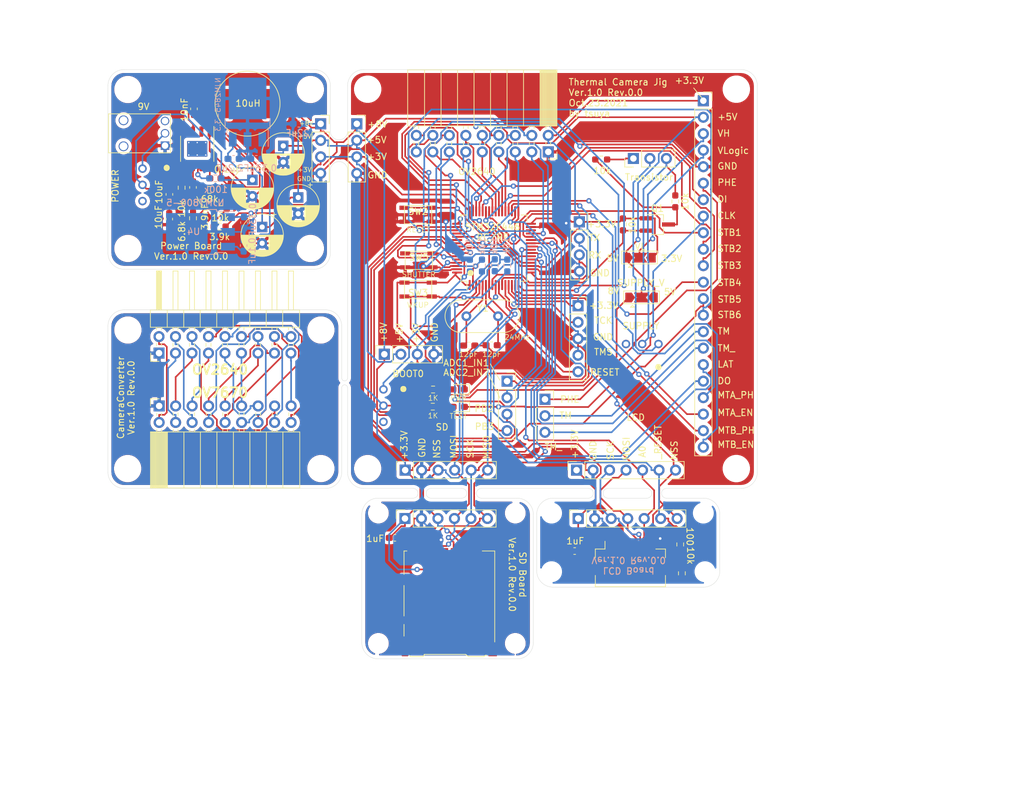
<source format=kicad_pcb>
(kicad_pcb (version 20171130) (host pcbnew 5.1.10-88a1d61d58~88~ubuntu18.04.1)
  (layers (0 F.Cu signal) (31 B.Cu signal) (34 B.Paste user hide) (35 F.Paste user) (36 B.SilkS user) (37 F.SilkS user) (38 B.Mask user hide) (39 F.Mask user) (44 Edge.Cuts user))
  (net 0 "")
  (net 1 GND)
  (net 2 +5V)
  (net 3 "Net-(C2-Pad1)")
  (net 4 "Net-(C3-Pad1)")
  (net 5 +3V3)
  (net 6 +9V)
  (net 7 "Net-(C7-Pad2)")
  (net 8 +8V)
  (net 9 "Net-(C10-Pad1)")
  (net 10 "Net-(C10-Pad2)")
  (net 11 "Net-(C12-Pad1)")
  (net 12 "Net-(C13-Pad1)")
  (net 13 "Net-(C13-Pad2)")
  (net 14 "Net-(D1-Pad2)")
  (net 15 LD2)
  (net 16 "Net-(D2-Pad2)")
  (net 17 VH)
  (net 18 TM_)
  (net 19 TM)
  (net 20 VLOGIC)
  (net 21 TCK)
  (net 22 TMS)
  (net 23 RESET)
  (net 24 PHE)
  (net 25 DI)
  (net 26 STB1)
  (net 27 STB2)
  (net 28 STB3)
  (net 29 STB4)
  (net 30 STB5)
  (net 31 STB6)
  (net 32 LAT)
  (net 33 DO)
  (net 34 MTA_PHASE)
  (net 35 MTA_EN)
  (net 36 MTB_PHASE)
  (net 37 MTB_EN)
  (net 38 USART2_RX)
  (net 39 USART2_TX)
  (net 40 "Net-(J5-Pad1)")
  (net 41 SUPPLY_OUT)
  (net 42 I2C2_SCL)
  (net 43 DCMI_VSYNC)
  (net 44 I2C2_SDA)
  (net 45 DCMI_HSYNC)
  (net 46 DCMI_D0)
  (net 47 DCMI_D2)
  (net 48 DCMI_D1)
  (net 49 DCMI_D4)
  (net 50 DCMI_D3)
  (net 51 DCMI_D6)
  (net 52 DCMI_D5)
  (net 53 RCC_MCO_1)
  (net 54 DCMI_D7)
  (net 55 CAMERA_PWDN)
  (net 56 DCMI_PIXCLK)
  (net 57 LCD_SCK)
  (net 58 SPI_MOSI)
  (net 59 LCD_A0)
  (net 60 LCD_RESET)
  (net 61 LCD_NSS)
  (net 62 "Net-(J12-Pad1)")
  (net 63 "Net-(J12-Pad2)")
  (net 64 "Net-(J12-Pad3)")
  (net 65 "Net-(J12-Pad4)")
  (net 66 "Net-(J12-Pad5)")
  (net 67 "Net-(J12-Pad6)")
  (net 68 "Net-(J12-Pad7)")
  (net 69 "Net-(J12-Pad8)")
  (net 70 "Net-(J12-Pad9)")
  (net 71 "Net-(J12-Pad10)")
  (net 72 "Net-(J12-Pad11)")
  (net 73 "Net-(J12-Pad12)")
  (net 74 "Net-(J12-Pad13)")
  (net 75 "Net-(J12-Pad14)")
  (net 76 "Net-(J12-Pad15)")
  (net 77 "Net-(J12-Pad16)")
  (net 78 "Net-(J12-Pad17)")
  (net 79 "Net-(J12-Pad18)")
  (net 80 SPI2_MISO)
  (net 81 SPI2_SCK)
  (net 82 SPI2_MOSI)
  (net 83 SD_NSS)
  (net 84 "Net-(J16-Pad9)")
  (net 85 "Net-(J16-Pad8)")
  (net 86 "Net-(J16-Pad1)")
  (net 87 ADC1_IN1)
  (net 88 ADC2_IN7)
  (net 89 PD2)
  (net 90 PB3)
  (net 91 SUPPLY)
  (net 92 HSUPPLY)
  (net 93 CLK)
  (net 94 SYS_WKUP0)
  (net 95 "Net-(R3-Pad1)")
  (net 96 SHUTTER)
  (net 97 "Net-(R32-Pad2)")
  (net 98 "Net-(R34-Pad1)")
  (net 99 "Net-(R35-Pad1)")
  (net 100 "Net-(R36-Pad1)")
  (net 101 "Net-(R39-Pad2)")
  (net 102 "Net-(SW6-Pad1)")
  (net 103 "Net-(U2-Pad30)")
  (net 104 "Net-(U7-Pad1)")
  (net 105 "Net-(U7-Pad2)")
  (net 106 "Net-(U7-Pad3)")
  (net 107 "Net-(U7-Pad4)")
  (net 108 "Net-(U7-Pad6)")
  (net 109 "Net-(U7-Pad7)")
  (net 110 SUPPLY_V)
  (module Capacitor_THT:CP_Radial_D6.3mm_P2.50mm (layer F.Cu) (at 69.25 79 270)
    (fp_text reference C1)
    (fp_text value C)
    (pad 1 thru_hole rect (at 0 0 270) (size 1.6 1.6) (drill 0.8) (layers *.Cu *.Mask) (net 6 +9V))
    (pad 2 thru_hole circle (at 2.5 0 270) (size 1.6 1.6) (drill 0.8) (layers *.Cu *.Mask) (net 1 GND))
  )
  (module Capacitor_THT:CP_Radial_D6.3mm_P2.50mm (layer F.Cu) (at 74 73.75 270)
    (fp_text reference C5)
    (fp_text value C)
    (pad 1 thru_hole rect (at 0 0 270) (size 1.6 1.6) (drill 0.8) (layers *.Cu *.Mask) (net 2 +5V))
    (pad 2 thru_hole circle (at 2.5 0 270) (size 1.6 1.6) (drill 0.8) (layers *.Cu *.Mask) (net 1 GND))
  )
  (module Capacitor_THT:CP_Radial_D6.3mm_P2.50mm (layer F.Cu) (at 70.75 86.25 270)
    (fp_text reference C6)
    (fp_text value C)
    (pad 2 thru_hole circle (at 2.5 0 270) (size 1.6 1.6) (drill 0.8) (layers *.Cu *.Mask) (net 1 GND))
    (pad 1 thru_hole rect (at 0 0 270) (size 1.6 1.6) (drill 0.8) (layers *.Cu *.Mask) (net 5 +3V3))
  )
  (module Capacitor_THT:CP_Radial_D6.3mm_P2.50mm (layer F.Cu) (at 76.3 81.7 270)
    (fp_text reference C4)
    (fp_text value C)
    (pad 2 thru_hole circle (at 2.5 0 270) (size 1.6 1.6) (drill 0.8) (layers *.Cu *.Mask) (net 1 GND))
    (pad 1 thru_hole rect (at 0 0 270) (size 1.6 1.6) (drill 0.8) (layers *.Cu *.Mask) (net 8 +8V))
  )
  (module Hole:M2_margin4_4 (layer F.Cu) (at 138.938 139.325)
    (fp_text reference REF_13)
    (fp_text value M2_margin4_4)
    (pad "" np_thru_hole circle (at 0 0) (size 2.2 2.2) (drill 2.2) (layers *.Cu *.Mask))
  )
  (module Hole:M2_margin4_4 (layer F.Cu) (at 115.316 139.325)
    (fp_text reference REF_12)
    (fp_text value M2_margin4_4)
    (pad "" np_thru_hole circle (at 0 0) (size 2.2 2.2) (drill 2.2) (layers *.Cu *.Mask))
  )
  (module Hole:M2_margin4_4 (layer F.Cu) (at 138.684 130.3)
    (fp_text reference REF_11)
    (fp_text value M2_margin4_4)
    (pad "" np_thru_hole circle (at 0 0) (size 2.2 2.2) (drill 2.2) (layers *.Cu *.Mask))
  )
  (module Hole:M2_margin4_4 (layer F.Cu) (at 115.316 130.3)
    (fp_text reference REF_10)
    (fp_text value M2_margin4_4)
    (pad "" np_thru_hole circle (at 0 0) (size 2.2 2.2) (drill 2.2) (layers *.Cu *.Mask))
  )
  (module Hole:M2_margin4_4 (layer F.Cu) (at 109.728 150.366)
    (fp_text reference REF_f)
    (fp_text value M2_margin4_4)
    (pad "" np_thru_hole circle (at 0 0) (size 2.2 2.2) (drill 2.2) (layers *.Cu *.Mask))
  )
  (module Hole:M2_margin4_4 (layer F.Cu) (at 109.728 130.3)
    (fp_text reference REF_d)
    (fp_text value M2_margin4_4)
    (pad "" np_thru_hole circle (at 0 0) (size 2.2 2.2) (drill 2.2) (layers *.Cu *.Mask))
  )
  (module Hole:M2_margin4_4 (layer F.Cu) (at 88.646 150.366)
    (fp_text reference REF_e)
    (fp_text value M2_margin4_4)
    (pad "" np_thru_hole circle (at 0 0) (size 2.2 2.2) (drill 2.2) (layers *.Cu *.Mask))
  )
  (module Hole:M2_margin4_4 (layer F.Cu) (at 88.646 130.3)
    (fp_text reference REF_c)
    (fp_text value M2_margin4_4)
    (pad "" np_thru_hole circle (at 0 0) (size 2.2 2.2) (drill 2.2) (layers *.Cu *.Mask))
  )
  (module Hole:M3_margin6 (layer F.Cu) (at 143.764 123.444)
    (fp_text reference REF_b)
    (fp_text value M3_margin6)
    (pad "" np_thru_hole circle (at 0 0) (size 3.2 3.2) (drill 3.2) (layers *.Cu *.Mask))
  )
  (module Hole:M3_margin6 (layer F.Cu) (at 143.764 65.024)
    (fp_text reference REF_9)
    (fp_text value M3_margin6)
    (pad "" np_thru_hole circle (at 0 0) (size 3.2 3.2) (drill 3.2) (layers *.Cu *.Mask))
  )
  (module Hole:M3_margin6 (layer F.Cu) (at 87 123.444)
    (fp_text reference REF_a)
    (fp_text value M3_margin6)
    (pad "" np_thru_hole circle (at 0 0) (size 3.2 3.2) (drill 3.2) (layers *.Cu *.Mask))
  )
  (module Hole:M3_margin6 (layer F.Cu) (at 79.793 123.444)
    (fp_text reference REF_7)
    (fp_text value M3_margin6)
    (pad "" np_thru_hole circle (at 0 0) (size 3.2 3.2) (drill 3.2) (layers *.Cu *.Mask))
  )
  (module Hole:M3_margin6 (layer F.Cu) (at 79.793 102.108)
    (fp_text reference REF_5)
    (fp_text value M3_margin6)
    (pad "" np_thru_hole circle (at 0 0) (size 3.2 3.2) (drill 3.2) (layers *.Cu *.Mask))
  )
  (module Hole:M3_margin6 (layer F.Cu) (at 50.038 123.444)
    (fp_text reference REF_6)
    (fp_text value M3_margin6)
    (pad "" np_thru_hole circle (at 0 0) (size 3.2 3.2) (drill 3.2) (layers *.Cu *.Mask))
  )
  (module Hole:M3_margin6 (layer F.Cu) (at 50.075 102.108)
    (fp_text reference REF_4)
    (fp_text value M3_margin6)
    (pad "" np_thru_hole circle (at 0 0) (size 3.2 3.2) (drill 3.2) (layers *.Cu *.Mask))
  )
  (module Hole:M3_margin6 (layer F.Cu) (at 87 65.024)
    (fp_text reference REF_8)
    (fp_text value M3_margin6)
    (pad "" np_thru_hole circle (at 0 0) (size 3.2 3.2) (drill 3.2) (layers *.Cu *.Mask))
  )
  (module Hole:M3_margin6 (layer F.Cu) (at 50.075 89.55)
    (fp_text reference REF_2)
    (fp_text value M3_margin6)
    (pad "" np_thru_hole circle (at 0 0) (size 3.2 3.2) (drill 3.2) (layers *.Cu *.Mask))
  )
  (module Hole:M3_margin6 (layer F.Cu) (at 78.175 89.55)
    (fp_text reference REF_3)
    (fp_text value M3_margin6)
    (pad "" np_thru_hole circle (at 0 0) (size 3.2 3.2) (drill 3.2) (layers *.Cu *.Mask))
  )
  (module Hole:M3_margin6 (layer F.Cu) (at 78.175 65.075)
    (fp_text reference REF_1)
    (fp_text value M3_margin6)
    (pad "" np_thru_hole circle (at 0 0) (size 3.2 3.2) (drill 3.2) (layers *.Cu *.Mask))
  )
  (module Hole:M3_margin6 (layer F.Cu) (at 50.075 65.075)
    (fp_text reference REF_0)
    (fp_text value M3_margin6)
    (pad "" np_thru_hole circle (at 0 0) (size 3.2 3.2) (drill 3.2) (layers *.Cu *.Mask))
  )
  (module Capacitor_SMD:C_0603_1608Metric_Pad1.08x0.95mm_HandSolder (layer F.Cu) (at 102.639 104.503)
    (fp_text reference C2)
    (fp_text value C)
    (pad 2 smd roundrect (at 0.8625 0) (size 1.075 0.95) (layers F.Cu F.Paste F.Mask) (net 1 GND))
    (pad 1 smd roundrect (at -0.8625 0) (size 1.075 0.95) (layers F.Cu F.Paste F.Mask) (net 3 "Net-(C2-Pad1)"))
  )
  (module Capacitor_SMD:C_0603_1608Metric_Pad1.08x0.95mm_HandSolder (layer F.Cu) (at 106.083 104.447 180)
    (fp_text reference C3)
    (fp_text value C)
    (pad 1 smd roundrect (at -0.8625 0 180) (size 1.075 0.95) (layers F.Cu F.Paste F.Mask) (net 4 "Net-(C3-Pad1)"))
    (pad 2 smd roundrect (at 0.8625 0 180) (size 1.075 0.95) (layers F.Cu F.Paste F.Mask) (net 1 GND))
  )
  (module Capacitor_SMD:C_0603_1608Metric_Pad1.08x0.95mm_HandSolder (layer F.Cu) (at 56.4681 81.2232 270)
    (fp_text reference C7)
    (fp_text value C)
    (pad 2 smd roundrect (at 0.8625 0 270) (size 1.075 0.95) (layers F.Cu F.Paste F.Mask) (net 7 "Net-(C7-Pad2)"))
    (pad 1 smd roundrect (at -0.8625 0 270) (size 1.075 0.95) (layers F.Cu F.Paste F.Mask) (net 6 +9V))
  )
  (module Capacitor_SMD:C_0603_1608Metric_Pad1.08x0.95mm_HandSolder (layer F.Cu) (at 56.4427 85.0281 270)
    (fp_text reference C8)
    (fp_text value C)
    (pad 1 smd roundrect (at -0.8625 0 270) (size 1.075 0.95) (layers F.Cu F.Paste F.Mask) (net 7 "Net-(C7-Pad2)"))
    (pad 2 smd roundrect (at 0.8625 0 270) (size 1.075 0.95) (layers F.Cu F.Paste F.Mask) (net 1 GND))
  )
  (module Capacitor_SMD:C_0603_1608Metric_Pad1.08x0.95mm_HandSolder (layer B.Cu) (at 67.95 85.55 270)
    (fp_text reference C9)
    (fp_text value C)
    (pad 2 smd roundrect (at 0.8625 0 270) (size 1.075 0.95) (layers B.Cu B.Paste B.Mask) (net 1 GND))
    (pad 1 smd roundrect (at -0.8625 0 270) (size 1.075 0.95) (layers B.Cu B.Paste B.Mask) (net 8 +8V))
  )
  (module Capacitor_SMD:C_0603_1608Metric_Pad1.08x0.95mm_HandSolder (layer F.Cu) (at 60.1 80.15 270)
    (fp_text reference C10)
    (fp_text value C)
    (pad 2 smd roundrect (at 0.8625 0 270) (size 1.075 0.95) (layers F.Cu F.Paste F.Mask) (net 10 "Net-(C10-Pad2)"))
    (pad 1 smd roundrect (at -0.8625 0 270) (size 1.075 0.95) (layers F.Cu F.Paste F.Mask) (net 9 "Net-(C10-Pad1)"))
  )
  (module Capacitor_SMD:C_0603_1608Metric_Pad1.08x0.95mm_HandSolder (layer B.Cu) (at 69.85 75.75 180)
    (fp_text reference C11)
    (fp_text value C)
    (pad 2 smd roundrect (at 0.8625 0 180) (size 1.075 0.95) (layers B.Cu B.Paste B.Mask) (net 1 GND))
    (pad 1 smd roundrect (at -0.8625 0 180) (size 1.075 0.95) (layers B.Cu B.Paste B.Mask) (net 2 +5V))
  )
  (module Capacitor_SMD:C_0603_1608Metric_Pad1.08x0.95mm_HandSolder (layer F.Cu) (at 63.55 78.7565)
    (fp_text reference C12)
    (fp_text value C)
    (pad 1 smd roundrect (at -0.8625 0) (size 1.075 0.95) (layers F.Cu F.Paste F.Mask) (net 11 "Net-(C12-Pad1)"))
    (pad 2 smd roundrect (at 0.8625 0) (size 1.075 0.95) (layers F.Cu F.Paste F.Mask) (net 1 GND))
  )
  (module Capacitor_SMD:C_0603_1608Metric_Pad1.08x0.95mm_HandSolder (layer F.Cu) (at 60.248 68.056 270)
    (fp_text reference C13)
    (fp_text value C)
    (pad 2 smd roundrect (at 0.8625 0 270) (size 1.075 0.95) (layers F.Cu F.Paste F.Mask) (net 13 "Net-(C13-Pad2)"))
    (pad 1 smd roundrect (at -0.8625 0 270) (size 1.075 0.95) (layers F.Cu F.Paste F.Mask) (net 12 "Net-(C13-Pad1)"))
  )
  (module Capacitor_SMD:C_0603_1608Metric_Pad1.08x0.95mm_HandSolder (layer B.Cu) (at 67.9 89.1 90)
    (fp_text reference C14)
    (fp_text value C)
    (pad 2 smd roundrect (at 0.8625 0 90) (size 1.075 0.95) (layers B.Cu B.Paste B.Mask) (net 1 GND))
    (pad 1 smd roundrect (at -0.8625 0 90) (size 1.075 0.95) (layers B.Cu B.Paste B.Mask) (net 2 +5V))
  )
  (module Capacitor_SMD:C_0603_1608Metric_Pad1.08x0.95mm_HandSolder (layer B.Cu) (at 66.35 75.75)
    (fp_text reference C15)
    (fp_text value C)
    (pad 1 smd roundrect (at -0.8625 0) (size 1.075 0.95) (layers B.Cu B.Paste B.Mask) (net 5 +3V3))
    (pad 2 smd roundrect (at 0.8625 0) (size 1.075 0.95) (layers B.Cu B.Paste B.Mask) (net 1 GND))
  )
  (module Capacitor_SMD:C_0603_1608Metric_Pad1.08x0.95mm_HandSolder (layer B.Cu) (at 76.3875 70.35 180)
    (fp_text reference C16)
    (fp_text value C)
    (pad 1 smd roundrect (at -0.8625 0 180) (size 1.075 0.95) (layers B.Cu B.Paste B.Mask) (net 8 +8V))
    (pad 2 smd roundrect (at 0.8625 0 180) (size 1.075 0.95) (layers B.Cu B.Paste B.Mask) (net 1 GND))
  )
  (module Capacitor_SMD:C_0603_1608Metric_Pad1.08x0.95mm_HandSolder (layer F.Cu) (at 118.872 136.144)
    (fp_text reference C17)
    (fp_text value C)
    (pad 1 smd roundrect (at -0.8625 0) (size 1.075 0.95) (layers F.Cu F.Paste F.Mask) (net 5 +3V3))
    (pad 2 smd roundrect (at 0.8625 0) (size 1.075 0.95) (layers F.Cu F.Paste F.Mask) (net 1 GND))
  )
  (module Capacitor_SMD:C_0603_1608Metric_Pad1.08x0.95mm_HandSolder (layer F.Cu) (at 91.186 134.112)
    (fp_text reference C18)
    (fp_text value C)
    (pad 1 smd roundrect (at -0.8625 0) (size 1.075 0.95) (layers F.Cu F.Paste F.Mask) (net 5 +3V3))
    (pad 2 smd roundrect (at 0.8625 0) (size 1.075 0.95) (layers F.Cu F.Paste F.Mask) (net 1 GND))
  )
  (module LED_SMD:LED_0603_1608Metric_Pad1.05x0.95mm_HandSolder (layer F.Cu) (at 101.034 113.939 180)
    (fp_text reference D1)
    (fp_text value LED)
    (pad 2 smd roundrect (at 0.875 0 180) (size 1.05 0.95) (layers F.Cu F.Paste F.Mask) (net 14 "Net-(D1-Pad2)"))
    (pad 1 smd roundrect (at -0.875 0 180) (size 1.05 0.95) (layers F.Cu F.Paste F.Mask) (net 15 LD2))
  )
  (module LED_SMD:LED_0603_1608Metric_Pad1.05x0.95mm_HandSolder (layer F.Cu) (at 101.013 111.252 180)
    (fp_text reference D2)
    (fp_text value LED)
    (pad 1 smd roundrect (at -0.875 0 180) (size 1.05 0.95) (layers F.Cu F.Paste F.Mask) (net 1 GND))
    (pad 2 smd roundrect (at 0.875 0 180) (size 1.05 0.95) (layers F.Cu F.Paste F.Mask) (net 16 "Net-(D2-Pad2)"))
  )
  (module Connector_PinSocket_2.54mm:PinSocket_1x05_P2.54mm_Vertical (layer F.Cu) (at 119.39 98.3691)
    (fp_text reference J2)
    (fp_text value Conn_01x05_Female)
    (pad 1 thru_hole rect (at 0 0) (size 1.7 1.7) (drill 1) (layers *.Cu *.Mask) (net 5 +3V3))
    (pad 2 thru_hole oval (at 0 2.54) (size 1.7 1.7) (drill 1) (layers *.Cu *.Mask) (net 21 TCK))
    (pad 3 thru_hole oval (at 0 5.08) (size 1.7 1.7) (drill 1) (layers *.Cu *.Mask) (net 1 GND))
    (pad 4 thru_hole oval (at 0 7.62) (size 1.7 1.7) (drill 1) (layers *.Cu *.Mask) (net 22 TMS))
    (pad 5 thru_hole oval (at 0 10.16) (size 1.7 1.7) (drill 1) (layers *.Cu *.Mask) (net 23 RESET))
  )
  (module Connector_PinSocket_2.54mm:PinSocket_1x04_P2.54mm_Vertical (layer F.Cu) (at 119.591 85.4532)
    (fp_text reference J4)
    (fp_text value Conn_01x04_Female)
    (pad 1 thru_hole rect (at 0 0) (size 1.7 1.7) (drill 1) (layers *.Cu *.Mask) (net 5 +3V3))
    (pad 2 thru_hole oval (at 0 2.54) (size 1.7 1.7) (drill 1) (layers *.Cu *.Mask) (net 39 USART2_TX))
    (pad 3 thru_hole oval (at 0 5.08) (size 1.7 1.7) (drill 1) (layers *.Cu *.Mask) (net 38 USART2_RX))
    (pad 4 thru_hole oval (at 0 7.62) (size 1.7 1.7) (drill 1) (layers *.Cu *.Mask) (net 1 GND))
  )
  (module Connector_PinHeader_2.54mm:PinHeader_1x03_P2.54mm_Vertical (layer F.Cu) (at 127.914 75.6945 90)
    (fp_text reference J5)
    (fp_text value Conn_01x03_Female)
    (pad 1 thru_hole rect (at 0 0 90) (size 1.7 1.7) (drill 1) (layers *.Cu *.Mask) (net 40 "Net-(J5-Pad1)"))
    (pad 2 thru_hole oval (at 0 2.54 90) (size 1.7 1.7) (drill 1) (layers *.Cu *.Mask) (net 41 SUPPLY_OUT))
    (pad 3 thru_hole oval (at 0 5.08 90) (size 1.7 1.7) (drill 1) (layers *.Cu *.Mask) (net 110 SUPPLY_V))
  )
  (module Connector_PinSocket_2.54mm:PinSocket_2x09_P2.54mm_Horizontal (layer F.Cu) (at 114.808 74.676 270)
    (fp_text reference J6)
    (fp_text value Conn_01x18_Female)
    (pad 1 thru_hole rect (at 0 0 270) (size 1.7 1.7) (drill 1) (layers *.Cu *.Mask) (net 1 GND))
    (pad 2 thru_hole oval (at -2.54 0 270) (size 1.7 1.7) (drill 1) (layers *.Cu *.Mask) (net 5 +3V3))
    (pad 3 thru_hole oval (at 0 2.54 270) (size 1.7 1.7) (drill 1) (layers *.Cu *.Mask) (net 42 I2C2_SCL))
    (pad 4 thru_hole oval (at -2.54 2.54 270) (size 1.7 1.7) (drill 1) (layers *.Cu *.Mask) (net 43 DCMI_VSYNC))
    (pad 5 thru_hole oval (at 0 5.08 270) (size 1.7 1.7) (drill 1) (layers *.Cu *.Mask) (net 44 I2C2_SDA))
    (pad 6 thru_hole oval (at -2.54 5.08 270) (size 1.7 1.7) (drill 1) (layers *.Cu *.Mask) (net 45 DCMI_HSYNC))
    (pad 7 thru_hole oval (at 0 7.62 270) (size 1.7 1.7) (drill 1) (layers *.Cu *.Mask) (net 46 DCMI_D0))
    (pad 8 thru_hole oval (at -2.54 7.62 270) (size 1.7 1.7) (drill 1) (layers *.Cu *.Mask) (net 23 RESET))
    (pad 9 thru_hole oval (at 0 10.16 270) (size 1.7 1.7) (drill 1) (layers *.Cu *.Mask) (net 47 DCMI_D2))
    (pad 10 thru_hole oval (at -2.54 10.16 270) (size 1.7 1.7) (drill 1) (layers *.Cu *.Mask) (net 48 DCMI_D1))
    (pad 11 thru_hole oval (at 0 12.7 270) (size 1.7 1.7) (drill 1) (layers *.Cu *.Mask) (net 49 DCMI_D4))
    (pad 12 thru_hole oval (at -2.54 12.7 270) (size 1.7 1.7) (drill 1) (layers *.Cu *.Mask) (net 50 DCMI_D3))
    (pad 13 thru_hole oval (at 0 15.24 270) (size 1.7 1.7) (drill 1) (layers *.Cu *.Mask) (net 51 DCMI_D6))
    (pad 14 thru_hole oval (at -2.54 15.24 270) (size 1.7 1.7) (drill 1) (layers *.Cu *.Mask) (net 52 DCMI_D5))
    (pad 15 thru_hole oval (at 0 17.78 270) (size 1.7 1.7) (drill 1) (layers *.Cu *.Mask) (net 53 RCC_MCO_1))
    (pad 16 thru_hole oval (at -2.54 17.78 270) (size 1.7 1.7) (drill 1) (layers *.Cu *.Mask) (net 54 DCMI_D7))
    (pad 17 thru_hole oval (at 0 20.32 270) (size 1.7 1.7) (drill 1) (layers *.Cu *.Mask) (net 55 CAMERA_PWDN))
    (pad 18 thru_hole oval (at -2.54 20.32 270) (size 1.7 1.7) (drill 1) (layers *.Cu *.Mask) (net 56 DCMI_PIXCLK))
  )
  (module Connector_PinSocket_2.54mm:PinSocket_1x04_P2.54mm_Vertical (layer F.Cu) (at 85.3235 70.361)
    (fp_text reference J8)
    (fp_text value Conn_01x05)
    (pad 4 thru_hole oval (at 0 7.62) (size 1.7 1.7) (drill 1) (layers *.Cu *.Mask) (net 1 GND))
    (pad 3 thru_hole oval (at 0 5.08) (size 1.7 1.7) (drill 1) (layers *.Cu *.Mask) (net 5 +3V3))
    (pad 2 thru_hole oval (at 0 2.54) (size 1.7 1.7) (drill 1) (layers *.Cu *.Mask) (net 2 +5V))
    (pad 1 thru_hole rect (at 0 0) (size 1.7 1.7) (drill 1) (layers *.Cu *.Mask) (net 8 +8V))
  )
  (module Connector_PinSocket_2.54mm:PinSocket_1x04_P2.54mm_Vertical (layer F.Cu) (at 89.5629 105.839 90)
    (fp_text reference J9)
    (fp_text value Conn_01x05)
    (pad 1 thru_hole rect (at 0 0 90) (size 1.7 1.7) (drill 1) (layers *.Cu *.Mask) (net 8 +8V))
    (pad 2 thru_hole oval (at 0 2.54 90) (size 1.7 1.7) (drill 1) (layers *.Cu *.Mask) (net 2 +5V))
    (pad 3 thru_hole oval (at 0 5.08 90) (size 1.7 1.7) (drill 1) (layers *.Cu *.Mask) (net 5 +3V3))
    (pad 4 thru_hole oval (at 0 7.62 90) (size 1.7 1.7) (drill 1) (layers *.Cu *.Mask) (net 1 GND))
  )
  (module Connector_PinSocket_2.54mm:PinSocket_1x07_P2.54mm_Vertical (layer F.Cu) (at 119.418 131.133 90)
    (fp_text reference J10)
    (fp_text value Conn_01x06_Female)
    (pad 1 thru_hole rect (at 0 0 90) (size 1.7 1.7) (drill 1) (layers *.Cu *.Mask) (net 5 +3V3))
    (pad 2 thru_hole oval (at 0 2.54 90) (size 1.7 1.7) (drill 1) (layers *.Cu *.Mask) (net 1 GND))
    (pad 3 thru_hole oval (at 0 5.08 90) (size 1.7 1.7) (drill 1) (layers *.Cu *.Mask) (net 57 LCD_SCK))
    (pad 4 thru_hole oval (at 0 7.62 90) (size 1.7 1.7) (drill 1) (layers *.Cu *.Mask) (net 58 SPI_MOSI))
    (pad 5 thru_hole oval (at 0 10.16 90) (size 1.7 1.7) (drill 1) (layers *.Cu *.Mask) (net 59 LCD_A0))
    (pad 6 thru_hole oval (at 0 12.7 90) (size 1.7 1.7) (drill 1) (layers *.Cu *.Mask) (net 60 LCD_RESET))
    (pad 7 thru_hole oval (at 0 15.24 90) (size 1.7 1.7) (drill 1) (layers *.Cu *.Mask) (net 61 LCD_NSS))
  )
  (module Connector_PinSocket_2.54mm:PinSocket_1x07_P2.54mm_Vertical (layer F.Cu) (at 119.164 123.683 90)
    (fp_text reference J11)
    (fp_text value Conn_01x06_Female)
    (pad 7 thru_hole oval (at 0 15.24 90) (size 1.7 1.7) (drill 1) (layers *.Cu *.Mask) (net 61 LCD_NSS))
    (pad 6 thru_hole oval (at 0 12.7 90) (size 1.7 1.7) (drill 1) (layers *.Cu *.Mask) (net 60 LCD_RESET))
    (pad 5 thru_hole oval (at 0 10.16 90) (size 1.7 1.7) (drill 1) (layers *.Cu *.Mask) (net 59 LCD_A0))
    (pad 4 thru_hole oval (at 0 7.62 90) (size 1.7 1.7) (drill 1) (layers *.Cu *.Mask) (net 58 SPI_MOSI))
    (pad 3 thru_hole oval (at 0 5.08 90) (size 1.7 1.7) (drill 1) (layers *.Cu *.Mask) (net 57 LCD_SCK))
    (pad 2 thru_hole oval (at 0 2.54 90) (size 1.7 1.7) (drill 1) (layers *.Cu *.Mask) (net 1 GND))
    (pad 1 thru_hole rect (at 0 0 90) (size 1.7 1.7) (drill 1) (layers *.Cu *.Mask) (net 5 +3V3))
  )
  (module Connector_PinSocket_2.54mm:PinSocket_2x09_P2.54mm_Horizontal (layer F.Cu) (at 54.8875 113.802 90)
    (fp_text reference J13)
    (fp_text value Conn_01x18_Female)
    (pad 1 thru_hole rect (at 0 0 90) (size 1.7 1.7) (drill 1) (layers *.Cu *.Mask) (net 62 "Net-(J12-Pad1)"))
    (pad 2 thru_hole oval (at -2.54 0 90) (size 1.7 1.7) (drill 1) (layers *.Cu *.Mask) (net 63 "Net-(J12-Pad2)"))
    (pad 3 thru_hole oval (at 0 2.54 90) (size 1.7 1.7) (drill 1) (layers *.Cu *.Mask) (net 66 "Net-(J12-Pad5)"))
    (pad 4 thru_hole oval (at -2.54 2.54 90) (size 1.7 1.7) (drill 1) (layers *.Cu *.Mask) (net 64 "Net-(J12-Pad3)"))
    (pad 5 thru_hole oval (at 0 5.08 90) (size 1.7 1.7) (drill 1) (layers *.Cu *.Mask) (net 67 "Net-(J12-Pad6)"))
    (pad 6 thru_hole oval (at -2.54 5.08 90) (size 1.7 1.7) (drill 1) (layers *.Cu *.Mask) (net 65 "Net-(J12-Pad4)"))
    (pad 7 thru_hole oval (at 0 7.62 90) (size 1.7 1.7) (drill 1) (layers *.Cu *.Mask) (net 76 "Net-(J12-Pad15)"))
    (pad 8 thru_hole oval (at -2.54 7.62 90) (size 1.7 1.7) (drill 1) (layers *.Cu *.Mask) (net 79 "Net-(J12-Pad18)"))
    (pad 9 thru_hole oval (at 0 10.16 90) (size 1.7 1.7) (drill 1) (layers *.Cu *.Mask) (net 74 "Net-(J12-Pad13)"))
    (pad 10 thru_hole oval (at -2.54 10.16 90) (size 1.7 1.7) (drill 1) (layers *.Cu *.Mask) (net 77 "Net-(J12-Pad16)"))
    (pad 11 thru_hole oval (at 0 12.7 90) (size 1.7 1.7) (drill 1) (layers *.Cu *.Mask) (net 72 "Net-(J12-Pad11)"))
    (pad 12 thru_hole oval (at -2.54 12.7 90) (size 1.7 1.7) (drill 1) (layers *.Cu *.Mask) (net 75 "Net-(J12-Pad14)"))
    (pad 13 thru_hole oval (at 0 15.24 90) (size 1.7 1.7) (drill 1) (layers *.Cu *.Mask) (net 70 "Net-(J12-Pad9)"))
    (pad 14 thru_hole oval (at -2.54 15.24 90) (size 1.7 1.7) (drill 1) (layers *.Cu *.Mask) (net 73 "Net-(J12-Pad12)"))
    (pad 15 thru_hole oval (at 0 17.78 90) (size 1.7 1.7) (drill 1) (layers *.Cu *.Mask) (net 68 "Net-(J12-Pad7)"))
    (pad 16 thru_hole oval (at -2.54 17.78 90) (size 1.7 1.7) (drill 1) (layers *.Cu *.Mask) (net 71 "Net-(J12-Pad10)"))
    (pad 17 thru_hole oval (at 0 20.32 90) (size 1.7 1.7) (drill 1) (layers *.Cu *.Mask) (net 78 "Net-(J12-Pad17)"))
    (pad 18 thru_hole oval (at -2.54 20.32 90) (size 1.7 1.7) (drill 1) (layers *.Cu *.Mask) (net 69 "Net-(J12-Pad8)"))
  )
  (module Connector_PinSocket_2.54mm:PinSocket_1x06_P2.54mm_Vertical (layer F.Cu) (at 92.7735 123.683 90)
    (fp_text reference J14)
    (fp_text value Conn_01x06_Female)
    (pad 6 thru_hole oval (at 0 12.7 90) (size 1.7 1.7) (drill 1) (layers *.Cu *.Mask) (net 80 SPI2_MISO))
    (pad 5 thru_hole oval (at 0 10.16 90) (size 1.7 1.7) (drill 1) (layers *.Cu *.Mask) (net 81 SPI2_SCK))
    (pad 4 thru_hole oval (at 0 7.62 90) (size 1.7 1.7) (drill 1) (layers *.Cu *.Mask) (net 82 SPI2_MOSI))
    (pad 3 thru_hole oval (at 0 5.08 90) (size 1.7 1.7) (drill 1) (layers *.Cu *.Mask) (net 83 SD_NSS))
    (pad 2 thru_hole oval (at 0 2.54 90) (size 1.7 1.7) (drill 1) (layers *.Cu *.Mask) (net 1 GND))
    (pad 1 thru_hole rect (at 0 0 90) (size 1.7 1.7) (drill 1) (layers *.Cu *.Mask) (net 5 +3V3))
  )
  (module Connector_PinSocket_2.54mm:PinSocket_1x06_P2.54mm_Vertical (layer F.Cu) (at 92.7379 131.133 90)
    (fp_text reference J15)
    (fp_text value Conn_01x06_Female)
    (pad 1 thru_hole rect (at 0 0 90) (size 1.7 1.7) (drill 1) (layers *.Cu *.Mask) (net 5 +3V3))
    (pad 2 thru_hole oval (at 0 2.54 90) (size 1.7 1.7) (drill 1) (layers *.Cu *.Mask) (net 1 GND))
    (pad 3 thru_hole oval (at 0 5.08 90) (size 1.7 1.7) (drill 1) (layers *.Cu *.Mask) (net 83 SD_NSS))
    (pad 4 thru_hole oval (at 0 7.62 90) (size 1.7 1.7) (drill 1) (layers *.Cu *.Mask) (net 82 SPI2_MOSI))
    (pad 5 thru_hole oval (at 0 10.16 90) (size 1.7 1.7) (drill 1) (layers *.Cu *.Mask) (net 81 SPI2_SCK))
    (pad 6 thru_hole oval (at 0 12.7 90) (size 1.7 1.7) (drill 1) (layers *.Cu *.Mask) (net 80 SPI2_MISO))
  )
  (module Connector_Card:microSD_HC_Hirose_DM3AT-SF-PEJM5 (layer F.Cu) (at 99.568 144.018)
    (fp_text reference J16)
    (fp_text value Conn_01x09_Female)
    (pad 9 smd rect (at -5.875 -7.725) (size 0.7 1.2) (layers F.Cu F.Paste F.Mask) (net 84 "Net-(J16-Pad9)"))
    (pad 8 smd rect (at -4.925 -7.725) (size 0.7 1.2) (layers F.Cu F.Paste F.Mask) (net 85 "Net-(J16-Pad8)"))
    (pad 1 smd rect (at 2.775 -7.725) (size 0.7 1.2) (layers F.Cu F.Paste F.Mask) (net 86 "Net-(J16-Pad1)"))
    (pad 2 smd rect (at 1.675 -7.725) (size 0.7 1.2) (layers F.Cu F.Paste F.Mask) (net 83 SD_NSS))
    (pad 3 smd rect (at 0.575 -7.725) (size 0.7 1.2) (layers F.Cu F.Paste F.Mask) (net 82 SPI2_MOSI))
    (pad 4 smd rect (at -0.525 -7.725) (size 0.7 1.2) (layers F.Cu F.Paste F.Mask) (net 5 +3V3))
    (pad 5 smd rect (at -1.625 -7.725) (size 0.7 1.2) (layers F.Cu F.Paste F.Mask) (net 81 SPI2_SCK))
    (pad 6 smd rect (at -2.725 -7.725) (size 0.7 1.2) (layers F.Cu F.Paste F.Mask) (net 1 GND))
    (pad 7 smd rect (at -3.825 -7.725) (size 0.7 1.2) (layers F.Cu F.Paste F.Mask) (net 80 SPI2_MISO))
    (pad 11 smd rect (at 4.325 -7.725) (size 1 1.2) (layers F.Cu F.Paste F.Mask))
    (pad 11 smd rect (at -6.825 -3.425) (size 1 1.2) (layers F.Cu F.Paste F.Mask))
    (pad 10 smd rect (at -6.825 2.775) (size 1 0.8) (layers F.Cu F.Paste F.Mask))
    (pad 11 smd rect (at -6.825 6.925) (size 1 2.8) (layers F.Cu F.Paste F.Mask))
    (pad 11 smd rect (at 6.675 7.375) (size 1.3 1.9) (layers F.Cu F.Paste F.Mask))
  )
  (module Connector_PinSocket_2.54mm:PinSocket_1x04_P2.54mm_Vertical (layer F.Cu) (at 108.458 109.982)
    (fp_text reference J17)
    (fp_text value Conn_01x04_Female)
    (pad 4 thru_hole oval (at 0 7.62) (size 1.7 1.7) (drill 1) (layers *.Cu *.Mask) (net 90 PB3))
    (pad 3 thru_hole oval (at 0 5.08) (size 1.7 1.7) (drill 1) (layers *.Cu *.Mask) (net 89 PD2))
    (pad 2 thru_hole oval (at 0 2.54) (size 1.7 1.7) (drill 1) (layers *.Cu *.Mask) (net 88 ADC2_IN7))
    (pad 1 thru_hole rect (at 0 0) (size 1.7 1.7) (drill 1) (layers *.Cu *.Mask) (net 87 ADC1_IN1))
  )
  (module Connector_PinSocket_2.54mm:PinSocket_1x04_P2.54mm_Vertical (layer F.Cu) (at 79.756 70.358)
    (fp_text reference J21)
    (fp_text value Conn_01x05)
    (pad 1 thru_hole rect (at 0 0) (size 1.7 1.7) (drill 1) (layers *.Cu *.Mask) (net 8 +8V))
    (pad 2 thru_hole oval (at 0 2.54) (size 1.7 1.7) (drill 1) (layers *.Cu *.Mask) (net 2 +5V))
    (pad 3 thru_hole oval (at 0 5.08) (size 1.7 1.7) (drill 1) (layers *.Cu *.Mask) (net 5 +3V3))
    (pad 4 thru_hole oval (at 0 7.62) (size 1.7 1.7) (drill 1) (layers *.Cu *.Mask) (net 1 GND))
  )
  (module thermal_printer_head_jig_k8:inductor_NR10050T100M (layer F.Cu) (at 68.5 67.25)
    (fp_text reference L1)
    (fp_text value L)
    (pad 1 smd rect (at -4.25 0) (size 3.1 4.5) (layers F.Cu F.Paste F.Mask) (net 12 "Net-(C13-Pad1)"))
    (pad 2 smd rect (at 4.25 0) (size 3.1 4.5) (layers F.Cu F.Paste F.Mask) (net 8 +8V))
  )
  (module Package_TO_SOT_SMD:TSOT-23_HandSoldering (layer F.Cu) (at 131.605 85.8571)
    (fp_text reference Q1 (at 0 -2.45) (layer F.SilkS))
    (fp_text value SMD-MOSFET-N-CH-50V-200MA-BSS138W-7-F_SOT-23_)
    (pad 3 smd rect (at 1.71 0) (size 2 0.65) (layers F.Cu F.Paste F.Mask) (net 92 HSUPPLY))
    (pad 2 smd rect (at -1.71 0.95) (size 2 0.65) (layers F.Cu F.Paste F.Mask) (net 91 SUPPLY))
    (pad 1 smd rect (at -1.71 -0.95) (size 2 0.65) (layers F.Cu F.Paste F.Mask) (net 5 +3V3))
  )
  (module Resistor_SMD:R_0603_1608Metric_Pad0.98x0.95mm_HandSolder (layer F.Cu) (at 97.0255 113.909 180)
    (fp_text reference R1)
    (fp_text value R)
    (pad 1 smd roundrect (at -0.9125 0 180) (size 0.975 0.95) (layers F.Cu F.Paste F.Mask) (net 14 "Net-(D1-Pad2)"))
    (pad 2 smd roundrect (at 0.9125 0 180) (size 0.975 0.95) (layers F.Cu F.Paste F.Mask) (net 5 +3V3))
  )
  (module Resistor_SMD:R_0603_1608Metric_Pad0.98x0.95mm_HandSolder (layer B.Cu) (at 108.496 92.1741 90)
    (fp_text reference R2)
    (fp_text value R)
    (pad 1 smd roundrect (at -0.9125 0 90) (size 0.975 0.95) (layers B.Cu B.Paste B.Mask) (net 94 SYS_WKUP0))
    (pad 2 smd roundrect (at 0.9125 0 90) (size 0.975 0.95) (layers B.Cu B.Paste B.Mask) (net 1 GND))
  )
  (module Resistor_SMD:R_0603_1608Metric_Pad0.98x0.95mm_HandSolder (layer B.Cu) (at 102.74 92.1893 90)
    (fp_text reference R3)
    (fp_text value R)
    (pad 2 smd roundrect (at 0.9125 0 90) (size 0.975 0.95) (layers B.Cu B.Paste B.Mask) (net 1 GND))
    (pad 1 smd roundrect (at -0.9125 0 90) (size 0.975 0.95) (layers B.Cu B.Paste B.Mask) (net 95 "Net-(R3-Pad1)"))
  )
  (module Resistor_SMD:R_0603_1608Metric_Pad0.98x0.95mm_HandSolder (layer B.Cu) (at 106.568 92.136 270)
    (fp_text reference R4)
    (fp_text value R)
    (pad 1 smd roundrect (at -0.9125 0 270) (size 0.975 0.95) (layers B.Cu B.Paste B.Mask) (net 5 +3V3))
    (pad 2 smd roundrect (at 0.9125 0 270) (size 0.975 0.95) (layers B.Cu B.Paste B.Mask) (net 23 RESET))
  )
  (module Resistor_SMD:R_0603_1608Metric_Pad0.98x0.95mm_HandSolder (layer F.Cu) (at 97.0712 111.272)
    (fp_text reference R5)
    (fp_text value R)
    (pad 2 smd roundrect (at 0.9125 0) (size 0.975 0.95) (layers F.Cu F.Paste F.Mask) (net 16 "Net-(D2-Pad2)"))
    (pad 1 smd roundrect (at -0.9125 0) (size 0.975 0.95) (layers F.Cu F.Paste F.Mask) (net 5 +3V3))
  )
  (module Resistor_SMD:R_0603_1608Metric_Pad0.98x0.95mm_HandSolder (layer B.Cu) (at 104.597 92.1817 90)
    (fp_text reference R6)
    (fp_text value R)
    (pad 1 smd roundrect (at -0.9125 0 90) (size 0.975 0.95) (layers B.Cu B.Paste B.Mask) (net 5 +3V3))
    (pad 2 smd roundrect (at 0.9125 0 90) (size 0.975 0.95) (layers B.Cu B.Paste B.Mask) (net 96 SHUTTER))
  )
  (module Resistor_SMD:R_0603_1608Metric_Pad0.98x0.95mm_HandSolder (layer F.Cu) (at 122.956 75.8469 180)
    (fp_text reference R7)
    (fp_text value R)
    (pad 2 smd roundrect (at 0.9125 0 180) (size 0.975 0.95) (layers F.Cu F.Paste F.Mask) (net 92 HSUPPLY))
    (pad 1 smd roundrect (at -0.9125 0 180) (size 0.975 0.95) (layers F.Cu F.Paste F.Mask) (net 40 "Net-(J5-Pad1)"))
  )
  (module Resistor_SMD:R_0603_1608Metric_Pad0.98x0.95mm_HandSolder (layer F.Cu) (at 126.307 85.8469 270)
    (fp_text reference R14)
    (fp_text value R)
    (pad 1 smd roundrect (at -0.9125 0 270) (size 0.975 0.95) (layers F.Cu F.Paste F.Mask) (net 5 +3V3))
    (pad 2 smd roundrect (at 0.9125 0 270) (size 0.975 0.95) (layers F.Cu F.Paste F.Mask) (net 91 SUPPLY))
  )
  (module Resistor_SMD:R_0603_1608Metric_Pad0.98x0.95mm_HandSolder (layer F.Cu) (at 134.366 82.296 270)
    (fp_text reference R15)
    (fp_text value R)
    (pad 2 smd roundrect (at 0.9125 0 270) (size 0.975 0.95) (layers F.Cu F.Paste F.Mask) (net 92 HSUPPLY))
    (pad 1 smd roundrect (at -0.9125 0 270) (size 0.975 0.95) (layers F.Cu F.Paste F.Mask) (net 110 SUPPLY_V))
  )
  (module Resistor_SMD:R_0603_1608Metric_Pad0.98x0.95mm_HandSolder (layer B.Cu) (at 63.55 78.75 180)
    (fp_text reference R32)
    (fp_text value R)
    (pad 1 smd roundrect (at -0.9125 0 180) (size 0.975 0.95) (layers B.Cu B.Paste B.Mask) (net 6 +9V))
    (pad 2 smd roundrect (at 0.9125 0 180) (size 0.975 0.95) (layers B.Cu B.Paste B.Mask) (net 97 "Net-(R32-Pad2)"))
  )
  (module Resistor_SMD:R_0603_1608Metric_Pad0.98x0.95mm_HandSolder (layer F.Cu) (at 60.1 84.9 270)
    (fp_text reference R33)
    (fp_text value R)
    (pad 2 smd roundrect (at 0.9125 0 270) (size 0.975 0.95) (layers F.Cu F.Paste F.Mask) (net 1 GND))
    (pad 1 smd roundrect (at -0.9125 0 270) (size 0.975 0.95) (layers F.Cu F.Paste F.Mask) (net 10 "Net-(C10-Pad2)"))
  )
  (module Resistor_SMD:R_0603_1608Metric_Pad0.98x0.95mm_HandSolder (layer F.Cu) (at 58.35 80.2 270)
    (fp_text reference R34)
    (fp_text value R)
    (pad 1 smd roundrect (at -0.9125 0 270) (size 0.975 0.95) (layers F.Cu F.Paste F.Mask) (net 98 "Net-(R34-Pad1)"))
    (pad 2 smd roundrect (at 0.9125 0 270) (size 0.975 0.95) (layers F.Cu F.Paste F.Mask) (net 1 GND))
  )
  (module Resistor_SMD:R_0603_1608Metric_Pad0.98x0.95mm_HandSolder (layer F.Cu) (at 62.6239 80.5247 180)
    (fp_text reference R35)
    (fp_text value R)
    (pad 1 smd roundrect (at -0.9125 0 180) (size 0.975 0.95) (layers F.Cu F.Paste F.Mask) (net 99 "Net-(R35-Pad1)"))
    (pad 2 smd roundrect (at 0.9125 0 180) (size 0.975 0.95) (layers F.Cu F.Paste F.Mask) (net 98 "Net-(R34-Pad1)"))
  )
  (module Resistor_SMD:R_0603_1608Metric_Pad0.98x0.95mm_HandSolder (layer F.Cu) (at 64.3818 83.4883 180)
    (fp_text reference R36)
    (fp_text value R)
    (pad 2 smd roundrect (at 0.9125 0 180) (size 0.975 0.95) (layers F.Cu F.Paste F.Mask) (net 99 "Net-(R35-Pad1)"))
    (pad 1 smd roundrect (at -0.9125 0 180) (size 0.975 0.95) (layers F.Cu F.Paste F.Mask) (net 100 "Net-(R36-Pad1)"))
  )
  (module Resistor_SMD:R_0603_1608Metric_Pad0.98x0.95mm_HandSolder (layer F.Cu) (at 64.2074 86.1753 180)
    (fp_text reference R37)
    (fp_text value R)
    (pad 2 smd roundrect (at 0.9125 0 180) (size 0.975 0.95) (layers F.Cu F.Paste F.Mask) (net 100 "Net-(R36-Pad1)"))
    (pad 1 smd roundrect (at -0.9125 0 180) (size 0.975 0.95) (layers F.Cu F.Paste F.Mask) (net 8 +8V))
  )
  (module Resistor_SMD:R_0603_1608Metric_Pad0.98x0.95mm_HandSolder (layer F.Cu) (at 135.382 139.573 270)
    (fp_text reference R38)
    (fp_text value R)
    (pad 2 smd roundrect (at 0.9125 0 270) (size 0.975 0.95) (layers F.Cu F.Paste F.Mask) (net 60 LCD_RESET))
    (pad 1 smd roundrect (at -0.9125 0 270) (size 0.975 0.95) (layers F.Cu F.Paste F.Mask) (net 5 +3V3))
  )
  (module Resistor_SMD:R_0603_1608Metric_Pad0.98x0.95mm_HandSolder (layer F.Cu) (at 135.128 135.128 270)
    (fp_text reference R39)
    (fp_text value R)
    (pad 2 smd roundrect (at 0.9125 0 270) (size 0.975 0.95) (layers F.Cu F.Paste F.Mask) (net 101 "Net-(R39-Pad2)"))
    (pad 1 smd roundrect (at -0.9125 0 270) (size 0.975 0.95) (layers F.Cu F.Paste F.Mask) (net 1 GND))
  )
  (module thermal_printer_head_jig_k8:SW_2WAY (layer F.Cu) (at 89.4258 113.751 270)
    (fp_text reference SW1)
    (fp_text value SW_DIP_x01)
    (pad 1 thru_hole circle (at -2.5 0 270) (size 1.3 1.3) (drill 0.8) (layers *.Cu *.Mask) (net 95 "Net-(R3-Pad1)"))
    (pad 2 thru_hole circle (at 0 0 270) (size 1.3 1.3) (drill 0.8) (layers *.Cu *.Mask) (net 5 +3V3))
    (pad 3 thru_hole circle (at 2.5 0 270) (size 1.3 1.3) (drill 0.8) (layers *.Cu *.Mask))
  )
  (module Peripheral:ALPS_SKRPABE010 (layer F.Cu) (at 94.7598 84.361 180)
    (fp_text reference SW2 (at 0 0.5) (layer F.SilkS))
    (fp_text value SW_DIP_x01)
    (pad 1 smd rect (at -2.1 -1.075 180) (size 1.55 0.65) (layers F.Cu F.Paste F.Mask) (net 1 GND))
    (pad 1 smd rect (at 2.1 -1.075 180) (size 1.55 0.65) (layers F.Cu F.Paste F.Mask) (net 1 GND))
    (pad 2 smd rect (at 2.1 1.075 180) (size 1.55 0.65) (layers F.Cu F.Paste F.Mask) (net 23 RESET))
    (pad 2 smd rect (at -2.1 1.075 180) (size 1.55 0.65) (layers F.Cu F.Paste F.Mask) (net 23 RESET))
  )
  (module Peripheral:ALPS_SKRPABE010 (layer F.Cu) (at 94.7623 95.8774)
    (fp_text reference SW3 (at 0 0.5) (layer F.SilkS))
    (fp_text value SW_DIP_x01)
    (pad 1 smd rect (at -2.1 -1.075) (size 1.55 0.65) (layers F.Cu F.Paste F.Mask) (net 5 +3V3))
    (pad 1 smd rect (at 2.1 -1.075) (size 1.55 0.65) (layers F.Cu F.Paste F.Mask) (net 5 +3V3))
    (pad 2 smd rect (at 2.1 1.075) (size 1.55 0.65) (layers F.Cu F.Paste F.Mask) (net 94 SYS_WKUP0))
    (pad 2 smd rect (at -2.1 1.075) (size 1.55 0.65) (layers F.Cu F.Paste F.Mask) (net 94 SYS_WKUP0))
  )
  (module thermal_printer_head_jig_k8:SW_2WAY (layer F.Cu) (at 129.275 104.264 180)
    (fp_text reference SW4)
    (fp_text value SW_DIP_x01)
    (pad 1 thru_hole circle (at -2.5 0 180) (size 1.3 1.3) (drill 0.8) (layers *.Cu *.Mask) (net 41 SUPPLY_OUT))
    (pad 2 thru_hole circle (at 0 0 180) (size 1.3 1.3) (drill 0.8) (layers *.Cu *.Mask) (net 17 VH))
    (pad 3 thru_hole circle (at 2.5 0 180) (size 1.3 1.3) (drill 0.8) (layers *.Cu *.Mask))
  )
  (module Peripheral:ALPS_SKRPABE010 (layer F.Cu) (at 94.8741 91.3867 180)
    (fp_text reference SW5 (at 0 0.5) (layer F.SilkS))
    (fp_text value SW_DIP_x01)
    (pad 2 smd rect (at -2.1 1.075 180) (size 1.55 0.65) (layers F.Cu F.Paste F.Mask) (net 96 SHUTTER))
    (pad 2 smd rect (at 2.1 1.075 180) (size 1.55 0.65) (layers F.Cu F.Paste F.Mask) (net 96 SHUTTER))
    (pad 1 smd rect (at 2.1 -1.075 180) (size 1.55 0.65) (layers F.Cu F.Paste F.Mask) (net 1 GND))
    (pad 1 smd rect (at -2.1 -1.075 180) (size 1.55 0.65) (layers F.Cu F.Paste F.Mask) (net 1 GND))
  )
  (module thermal_printer_head_jig_k8:SW_2WAY (layer F.Cu) (at 52.324 79.756 270)
    (fp_text reference SW6)
    (fp_text value SW_DIP_x01)
    (pad 3 thru_hole circle (at 2.5 0 270) (size 1.3 1.3) (drill 0.8) (layers *.Cu *.Mask))
    (pad 2 thru_hole circle (at 0 0 270) (size 1.3 1.3) (drill 0.8) (layers *.Cu *.Mask) (net 6 +9V))
    (pad 1 thru_hole circle (at -2.5 0 270) (size 1.3 1.3) (drill 0.8) (layers *.Cu *.Mask) (net 102 "Net-(SW6-Pad1)"))
  )
  (module Package_QFP:LQFP-64_10x10mm_P0.5mm (layer F.Cu) (at 106.454 89.502 90)
    (fp_text reference U2)
    (fp_text value STM32F446RETx)
    (pad 1 smd roundrect (at -5.675 -3.75 90) (size 1.55 0.3) (layers F.Cu F.Paste F.Mask) (net 5 +3V3))
    (pad 2 smd roundrect (at -5.675 -3.25 90) (size 1.55 0.3) (layers F.Cu F.Paste F.Mask) (net 96 SHUTTER))
    (pad 3 smd roundrect (at -5.675 -2.75 90) (size 1.55 0.3) (layers F.Cu F.Paste F.Mask) (net 93 CLK))
    (pad 4 smd roundrect (at -5.675 -2.25 90) (size 1.55 0.3) (layers F.Cu F.Paste F.Mask) (net 25 DI))
    (pad 5 smd roundrect (at -5.675 -1.75 90) (size 1.55 0.3) (layers F.Cu F.Paste F.Mask) (net 3 "Net-(C2-Pad1)"))
    (pad 6 smd roundrect (at -5.675 -1.25 90) (size 1.55 0.3) (layers F.Cu F.Paste F.Mask) (net 4 "Net-(C3-Pad1)"))
    (pad 7 smd roundrect (at -5.675 -0.75 90) (size 1.55 0.3) (layers F.Cu F.Paste F.Mask) (net 23 RESET))
    (pad 8 smd roundrect (at -5.675 -0.25 90) (size 1.55 0.3) (layers F.Cu F.Paste F.Mask) (net 91 SUPPLY))
    (pad 9 smd roundrect (at -5.675 0.25 90) (size 1.55 0.3) (layers F.Cu F.Paste F.Mask) (net 82 SPI2_MOSI))
    (pad 10 smd roundrect (at -5.675 0.75 90) (size 1.55 0.3) (layers F.Cu F.Paste F.Mask) (net 80 SPI2_MISO))
    (pad 11 smd roundrect (at -5.675 1.25 90) (size 1.55 0.3) (layers F.Cu F.Paste F.Mask) (net 55 CAMERA_PWDN))
    (pad 12 smd roundrect (at -5.675 1.75 90) (size 1.55 0.3) (layers F.Cu F.Paste F.Mask) (net 1 GND))
    (pad 13 smd roundrect (at -5.675 2.25 90) (size 1.55 0.3) (layers F.Cu F.Paste F.Mask) (net 5 +3V3))
    (pad 14 smd roundrect (at -5.675 2.75 90) (size 1.55 0.3) (layers F.Cu F.Paste F.Mask) (net 94 SYS_WKUP0))
    (pad 15 smd roundrect (at -5.675 3.25 90) (size 1.55 0.3) (layers F.Cu F.Paste F.Mask) (net 87 ADC1_IN1))
    (pad 16 smd roundrect (at -5.675 3.75 90) (size 1.55 0.3) (layers F.Cu F.Paste F.Mask) (net 39 USART2_TX))
    (pad 17 smd roundrect (at -3.75 5.675 90) (size 0.3 1.55) (layers F.Cu F.Paste F.Mask) (net 38 USART2_RX))
    (pad 18 smd roundrect (at -3.25 5.675 90) (size 0.3 1.55) (layers F.Cu F.Paste F.Mask) (net 1 GND))
    (pad 19 smd roundrect (at -2.75 5.675 90) (size 0.3 1.55) (layers F.Cu F.Paste F.Mask) (net 5 +3V3))
    (pad 20 smd roundrect (at -2.25 5.675 90) (size 0.3 1.55) (layers F.Cu F.Paste F.Mask) (net 45 DCMI_HSYNC))
    (pad 21 smd roundrect (at -1.75 5.675 90) (size 0.3 1.55) (layers F.Cu F.Paste F.Mask) (net 15 LD2))
    (pad 22 smd roundrect (at -1.25 5.675 90) (size 0.3 1.55) (layers F.Cu F.Paste F.Mask) (net 56 DCMI_PIXCLK))
    (pad 23 smd roundrect (at -0.75 5.675 90) (size 0.3 1.55) (layers F.Cu F.Paste F.Mask) (net 88 ADC2_IN7))
    (pad 24 smd roundrect (at -0.25 5.675 90) (size 0.3 1.55) (layers F.Cu F.Paste F.Mask) (net 60 LCD_RESET))
    (pad 25 smd roundrect (at 0.25 5.675 90) (size 0.3 1.55) (layers F.Cu F.Paste F.Mask) (net 59 LCD_A0))
    (pad 26 smd roundrect (at 0.75 5.675 90) (size 0.3 1.55) (layers F.Cu F.Paste F.Mask) (net 61 LCD_NSS))
    (pad 27 smd roundrect (at 1.25 5.675 90) (size 0.3 1.55) (layers F.Cu F.Paste F.Mask) (net 34 MTA_PHASE))
    (pad 28 smd roundrect (at 1.75 5.675 90) (size 0.3 1.55) (layers F.Cu F.Paste F.Mask) (net 35 MTA_EN))
    (pad 29 smd roundrect (at 2.25 5.675 90) (size 0.3 1.55) (layers F.Cu F.Paste F.Mask) (net 42 I2C2_SCL))
    (pad 30 smd roundrect (at 2.75 5.675 90) (size 0.3 1.55) (layers F.Cu F.Paste F.Mask) (net 103 "Net-(U2-Pad30)"))
    (pad 31 smd roundrect (at 3.25 5.675 90) (size 0.3 1.55) (layers F.Cu F.Paste F.Mask) (net 1 GND))
    (pad 32 smd roundrect (at 3.75 5.675 90) (size 0.3 1.55) (layers F.Cu F.Paste F.Mask) (net 5 +3V3))
    (pad 33 smd roundrect (at 5.675 3.75 90) (size 1.55 0.3) (layers F.Cu F.Paste F.Mask) (net 83 SD_NSS))
    (pad 34 smd roundrect (at 5.675 3.25 90) (size 1.55 0.3) (layers F.Cu F.Paste F.Mask) (net 81 SPI2_SCK))
    (pad 35 smd roundrect (at 5.675 2.75 90) (size 1.55 0.3) (layers F.Cu F.Paste F.Mask) (net 36 MTB_PHASE))
    (pad 36 smd roundrect (at 5.675 2.25 90) (size 1.55 0.3) (layers F.Cu F.Paste F.Mask) (net 37 MTB_EN))
    (pad 37 smd roundrect (at 5.675 1.75 90) (size 1.55 0.3) (layers F.Cu F.Paste F.Mask) (net 46 DCMI_D0))
    (pad 38 smd roundrect (at 5.675 1.25 90) (size 1.55 0.3) (layers F.Cu F.Paste F.Mask) (net 48 DCMI_D1))
    (pad 39 smd roundrect (at 5.675 0.75 90) (size 1.55 0.3) (layers F.Cu F.Paste F.Mask) (net 47 DCMI_D2))
    (pad 40 smd roundrect (at 5.675 0.25 90) (size 1.55 0.3) (layers F.Cu F.Paste F.Mask) (net 50 DCMI_D3))
    (pad 41 smd roundrect (at 5.675 -0.25 90) (size 1.55 0.3) (layers F.Cu F.Paste F.Mask) (net 53 RCC_MCO_1))
    (pad 42 smd roundrect (at 5.675 -0.75 90) (size 1.55 0.3) (layers F.Cu F.Paste F.Mask) (net 26 STB1))
    (pad 43 smd roundrect (at 5.675 -1.25 90) (size 1.55 0.3) (layers F.Cu F.Paste F.Mask) (net 27 STB2))
    (pad 44 smd roundrect (at 5.675 -1.75 90) (size 1.55 0.3) (layers F.Cu F.Paste F.Mask) (net 28 STB3))
    (pad 45 smd roundrect (at 5.675 -2.25 90) (size 1.55 0.3) (layers F.Cu F.Paste F.Mask) (net 29 STB4))
    (pad 46 smd roundrect (at 5.675 -2.75 90) (size 1.55 0.3) (layers F.Cu F.Paste F.Mask) (net 22 TMS))
    (pad 47 smd roundrect (at 5.675 -3.25 90) (size 1.55 0.3) (layers F.Cu F.Paste F.Mask) (net 1 GND))
    (pad 48 smd roundrect (at 5.675 -3.75 90) (size 1.55 0.3) (layers F.Cu F.Paste F.Mask) (net 5 +3V3))
    (pad 49 smd roundrect (at 3.75 -5.675 90) (size 0.3 1.55) (layers F.Cu F.Paste F.Mask) (net 21 TCK))
    (pad 50 smd roundrect (at 3.25 -5.675 90) (size 0.3 1.55) (layers F.Cu F.Paste F.Mask) (net 30 STB5))
    (pad 51 smd roundrect (at 2.75 -5.675 90) (size 0.3 1.55) (layers F.Cu F.Paste F.Mask) (net 31 STB6))
    (pad 52 smd roundrect (at 2.25 -5.675 90) (size 0.3 1.55) (layers F.Cu F.Paste F.Mask) (net 49 DCMI_D4))
    (pad 53 smd roundrect (at 1.75 -5.675 90) (size 0.3 1.55) (layers F.Cu F.Paste F.Mask) (net 44 I2C2_SDA))
    (pad 54 smd roundrect (at 1.25 -5.675 90) (size 0.3 1.55) (layers F.Cu F.Paste F.Mask) (net 89 PD2))
    (pad 55 smd roundrect (at 0.75 -5.675 90) (size 0.3 1.55) (layers F.Cu F.Paste F.Mask) (net 90 PB3))
    (pad 56 smd roundrect (at 0.25 -5.675 90) (size 0.3 1.55) (layers F.Cu F.Paste F.Mask) (net 32 LAT))
    (pad 57 smd roundrect (at -0.25 -5.675 90) (size 0.3 1.55) (layers F.Cu F.Paste F.Mask) (net 33 DO))
    (pad 58 smd roundrect (at -0.75 -5.675 90) (size 0.3 1.55) (layers F.Cu F.Paste F.Mask) (net 52 DCMI_D5))
    (pad 59 smd roundrect (at -1.25 -5.675 90) (size 0.3 1.55) (layers F.Cu F.Paste F.Mask) (net 43 DCMI_VSYNC))
    (pad 60 smd roundrect (at -1.75 -5.675 90) (size 0.3 1.55) (layers F.Cu F.Paste F.Mask) (net 95 "Net-(R3-Pad1)"))
    (pad 61 smd roundrect (at -2.25 -5.675 90) (size 0.3 1.55) (layers F.Cu F.Paste F.Mask) (net 51 DCMI_D6))
    (pad 62 smd roundrect (at -2.75 -5.675 90) (size 0.3 1.55) (layers F.Cu F.Paste F.Mask) (net 54 DCMI_D7))
    (pad 63 smd roundrect (at -3.25 -5.675 90) (size 0.3 1.55) (layers F.Cu F.Paste F.Mask) (net 1 GND))
    (pad 64 smd roundrect (at -3.75 -5.675 90) (size 0.3 1.55) (layers F.Cu F.Paste F.Mask) (net 5 +3V3))
  )
  (module thermal_printer_head_jig_k8:POWER_Supply (layer F.Cu) (at 56.642 72.136)
    (fp_text reference U3)
    (fp_text value power_supply)
    (pad "" thru_hole circle (at -0.85 -2.2175) (size 1.3 1.3) (drill 1) (layers *.Cu *.Mask))
    (pad 2 thru_hole rect (at -0.85 1.5825 90) (size 1.3 1.3) (drill 1) (layers *.Cu *.Mask) (net 1 GND))
    (pad 1 thru_hole circle (at -0.85 -0.32) (size 1.3 1.3) (drill 1) (layers *.Cu *.Mask) (net 102 "Net-(SW6-Pad1)"))
    (pad "" thru_hole circle (at -7.239 -2.3175) (size 1.5 1.5) (drill 1.2) (layers *.Cu *.Mask))
    (pad "" thru_hole circle (at -7.239 1.6825) (size 1.5 1.5) (drill 1.2) (layers *.Cu *.Mask))
  )
  (module Package_TO_SOT_SMD:TO-252-3_TabPin2 (layer B.Cu) (at 61.25 87 180)
    (fp_text reference U4 (at 1.06172 0.04572 180) (layer B.SilkS) (effects (justify mirror)))
    (fp_text value SOT-89)
    (pad 2 smd rect (at 2.1 0 180) (size 6.4 5.8) (layers B.Cu B.Mask) (net 1 GND))
    (pad 3 smd rect (at -4.2 -2.28 180) (size 2.2 1.2) (layers B.Cu B.Paste B.Mask) (net 2 +5V))
    (pad 2 smd rect (at -4.2 0 180) (size 2.2 1.2) (layers B.Cu B.Paste B.Mask) (net 1 GND))
    (pad 1 smd rect (at -4.2 2.28 180) (size 2.2 1.2) (layers B.Cu B.Paste B.Mask) (net 8 +8V))
  )
  (module Package_SO:HSOP-8-1EP_3.9x4.9mm_P1.27mm_EP2.41x3.1mm_ThermalVias (layer F.Cu) (at 60.75 74.2 270)
    (fp_text reference U5)
    (fp_text value MP2307)
    (pad 1 smd roundrect (at -2.65 -1.905 270) (size 1.6 0.6) (layers F.Cu F.Paste F.Mask) (net 13 "Net-(C13-Pad2)"))
    (pad 2 smd roundrect (at -2.65 -0.635 270) (size 1.6 0.6) (layers F.Cu F.Paste F.Mask) (net 6 +9V))
    (pad 3 smd roundrect (at -2.65 0.635 270) (size 1.6 0.6) (layers F.Cu F.Paste F.Mask) (net 12 "Net-(C13-Pad1)"))
    (pad 4 smd roundrect (at -2.65 1.905 270) (size 1.6 0.6) (layers F.Cu F.Paste F.Mask) (net 1 GND))
    (pad 5 smd roundrect (at 2.65 1.905 270) (size 1.6 0.6) (layers F.Cu F.Paste F.Mask) (net 98 "Net-(R34-Pad1)"))
    (pad 6 smd roundrect (at 2.65 0.635 270) (size 1.6 0.6) (layers F.Cu F.Paste F.Mask) (net 9 "Net-(C10-Pad1)"))
    (pad 7 smd roundrect (at 2.65 -0.635 270) (size 1.6 0.6) (layers F.Cu F.Paste F.Mask) (net 97 "Net-(R32-Pad2)"))
    (pad 8 smd roundrect (at 2.65 -1.905 270) (size 1.6 0.6) (layers F.Cu F.Paste F.Mask) (net 11 "Net-(C12-Pad1)"))
    (pad 9 smd rect (at 0 0 270) (size 2.41 3.1) (layers F.Cu F.Mask))
    (pad 9 thru_hole circle (at -0.955 -1.3 270) (size 0.5 0.5) (drill 0.2) (layers *.Cu))
    (pad 9 thru_hole circle (at 0.955 -1.3 270) (size 0.5 0.5) (drill 0.2) (layers *.Cu))
    (pad 9 thru_hole circle (at -0.955 0 270) (size 0.5 0.5) (drill 0.2) (layers *.Cu))
    (pad 9 thru_hole circle (at 0.955 0 270) (size 0.5 0.5) (drill 0.2) (layers *.Cu))
    (pad 9 thru_hole circle (at -0.955 1.3 270) (size 0.5 0.5) (drill 0.2) (layers *.Cu))
    (pad 9 thru_hole circle (at 0.955 1.3 270) (size 0.5 0.5) (drill 0.2) (layers *.Cu))
    (pad 9 smd rect (at 0 0 270) (size 2.41 3.1) (layers B.Cu))
  )
  (module Package_TO_SOT_SMD:TO-252-3_TabPin2 (layer B.Cu) (at 68.5 68.55 90)
    (fp_text reference U6)
    (fp_text value SOT-89)
    (pad 1 smd rect (at -4.2 2.28 90) (size 2.2 1.2) (layers B.Cu B.Paste B.Mask) (net 2 +5V))
    (pad 2 smd rect (at -4.2 0 90) (size 2.2 1.2) (layers B.Cu B.Paste B.Mask) (net 1 GND))
    (pad 3 smd rect (at -4.2 -2.28 90) (size 2.2 1.2) (layers B.Cu B.Paste B.Mask) (net 5 +3V3))
    (pad 2 smd rect (at 2.1 0 90) (size 6.4 5.8) (layers B.Cu B.Mask) (net 1 GND))
  )
  (module Connector_FFC-FPC:Hirose_FH12-15S-0.5SH_1x15-1MP_P0.50mm_Horizontal (layer F.Cu) (at 127.452 137.135)
    (fp_text reference U7)
    (fp_text value AE-ATM0177B3A)
    (pad MP smd rect (at 5.4 1.4) (size 1.8 2.2) (layers F.Cu F.Paste F.Mask))
    (pad MP smd rect (at -5.4 1.4) (size 1.8 2.2) (layers F.Cu F.Paste F.Mask))
    (pad 1 smd rect (at -3.5 -1.85) (size 0.3 1.3) (layers F.Cu F.Paste F.Mask) (net 104 "Net-(U7-Pad1)"))
    (pad 2 smd rect (at -3 -1.85) (size 0.3 1.3) (layers F.Cu F.Paste F.Mask) (net 105 "Net-(U7-Pad2)"))
    (pad 3 smd rect (at -2.5 -1.85) (size 0.3 1.3) (layers F.Cu F.Paste F.Mask) (net 106 "Net-(U7-Pad3)"))
    (pad 4 smd rect (at -2 -1.85) (size 0.3 1.3) (layers F.Cu F.Paste F.Mask) (net 107 "Net-(U7-Pad4)"))
    (pad 5 smd rect (at -1.5 -1.85) (size 0.3 1.3) (layers F.Cu F.Paste F.Mask) (net 5 +3V3))
    (pad 6 smd rect (at -1 -1.85) (size 0.3 1.3) (layers F.Cu F.Paste F.Mask) (net 108 "Net-(U7-Pad6)"))
    (pad 7 smd rect (at -0.5 -1.85) (size 0.3 1.3) (layers F.Cu F.Paste F.Mask) (net 109 "Net-(U7-Pad7)"))
    (pad 8 smd rect (at 0 -1.85) (size 0.3 1.3) (layers F.Cu F.Paste F.Mask) (net 1 GND))
    (pad 9 smd rect (at 0.5 -1.85) (size 0.3 1.3) (layers F.Cu F.Paste F.Mask) (net 5 +3V3))
    (pad 10 smd rect (at 1 -1.85) (size 0.3 1.3) (layers F.Cu F.Paste F.Mask) (net 58 SPI_MOSI))
    (pad 11 smd rect (at 1.5 -1.85) (size 0.3 1.3) (layers F.Cu F.Paste F.Mask) (net 57 LCD_SCK))
    (pad 12 smd rect (at 2 -1.85) (size 0.3 1.3) (layers F.Cu F.Paste F.Mask) (net 59 LCD_A0))
    (pad 13 smd rect (at 2.5 -1.85) (size 0.3 1.3) (layers F.Cu F.Paste F.Mask) (net 60 LCD_RESET))
    (pad 14 smd rect (at 3 -1.85) (size 0.3 1.3) (layers F.Cu F.Paste F.Mask) (net 101 "Net-(R39-Pad2)"))
    (pad 15 smd rect (at 3.5 -1.85) (size 0.3 1.3) (layers F.Cu F.Paste F.Mask) (net 61 LCD_NSS))
  )
  (module Crystal:Crystal_HC49-4H_Vertical (layer F.Cu) (at 102.196 99.9828)
    (fp_text reference Y1 (at 2.525339 -1.219941) (layer F.SilkS))
    (fp_text value Crystal)
    (pad 1 thru_hole circle (at 0 0) (size 1.5 1.5) (drill 0.8) (layers *.Cu *.Mask) (net 3 "Net-(C2-Pad1)"))
    (pad 2 thru_hole circle (at 4.88 0) (size 1.5 1.5) (drill 0.8) (layers *.Cu *.Mask) (net 4 "Net-(C3-Pad1)"))
  )
  (module Jumper:SolderJumper-3_P2.0mm_Open_TrianglePad1.0x1.5mm (layer F.Cu) (at 128.857 90.965)
    (fp_text reference J22)
    (fp_text value Conn_01x03_Female)
    (pad 1 smd custom (at -2 0) (size 0.3 0.3) (layers F.Cu F.Mask) (net 2 +5V) (options (clearance outline) (anchor rect)) (primitives (gr_poly (pts (xy -0.5 -0.75) (xy 0.5 -0.75) (xy 1 0) (xy 0.5 0.75) (xy -0.5 0.75)) (width 0))))
    (pad 2 smd custom (at 0 0) (size 0.3 0.3) (layers F.Cu) (net 20 VLOGIC) (options (clearance outline) (anchor rect)) (primitives (gr_poly (pts (xy -1.2 -0.75) (xy 1.2 -0.75) (xy 0.7 0) (xy 1.2 0.75) (xy -1.2 0.75) (xy -0.7 0)) (width 0))))
    (pad 3 smd custom (at 2 0 180) (size 0.3 0.3) (layers F.Cu F.Mask) (net 5 +3V3) (options (clearance outline) (anchor rect)) (primitives (gr_poly (pts (xy -0.5 -0.75) (xy 0.5 -0.75) (xy 1 0) (xy 0.5 0.75) (xy -0.5 0.75)) (width 0))))
  )
  (module Jumper:SolderJumper-3_P2.0mm_Open_TrianglePad1.0x1.5mm (layer F.Cu) (at 129.167 97.1017)
    (fp_text reference J23)
    (fp_text value Conn_01x03_Female)
    (pad 3 smd custom (at 2 0 180) (size 0.3 0.3) (layers F.Cu F.Mask) (net 2 +5V) (options (clearance outline) (anchor rect)) (primitives (gr_poly (pts (xy -0.5 -0.75) (xy 0.5 -0.75) (xy 1 0) (xy 0.5 0.75) (xy -0.5 0.75)) (width 0))))
    (pad 2 smd custom (at 0 0) (size 0.3 0.3) (layers F.Cu) (net 110 SUPPLY_V) (options (clearance outline) (anchor rect)) (primitives (gr_poly (pts (xy -1.2 -0.75) (xy 1.2 -0.75) (xy 0.7 0) (xy 1.2 0.75) (xy -1.2 0.75) (xy -0.7 0)) (width 0))))
    (pad 1 smd custom (at -2 0) (size 0.3 0.3) (layers F.Cu F.Mask) (net 8 +8V) (options (clearance outline) (anchor rect)) (primitives (gr_poly (pts (xy -0.5 -0.75) (xy 0.5 -0.75) (xy 1 0) (xy 0.5 0.75) (xy -0.5 0.75)) (width 0))))
  )
  (module Connector_PinSocket_2.54mm:PinSocket_1x03_P2.54mm_Vertical (layer F.Cu) (at 114.3 112.776)
    (fp_text reference J1)
    (fp_text value Conn_01x03_Female)
    (pad 1 thru_hole rect (at 0 0) (size 1.7 1.7) (drill 1) (layers *.Cu *.Mask) (net 24 PHE))
    (pad 2 thru_hole oval (at 0 2.54) (size 1.7 1.7) (drill 1) (layers *.Cu *.Mask) (net 19 TM))
    (pad 3 thru_hole oval (at 0 5.08) (size 1.7 1.7) (drill 1) (layers *.Cu *.Mask) (net 18 TM_))
  )
  (module Connector_PinSocket_2.54mm:PinSocket_1x22_P2.54mm_Vertical (layer F.Cu) (at 138.684 66.802)
    (fp_text reference J3)
    (fp_text value Conn_01x22_Female)
    (pad 1 thru_hole rect (at 0 0) (size 1.7 1.7) (drill 1) (layers *.Cu *.Mask) (net 5 +3V3))
    (pad 2 thru_hole oval (at 0 2.54) (size 1.7 1.7) (drill 1) (layers *.Cu *.Mask) (net 2 +5V))
    (pad 3 thru_hole oval (at 0 5.08) (size 1.7 1.7) (drill 1) (layers *.Cu *.Mask) (net 17 VH))
    (pad 4 thru_hole oval (at 0 7.62) (size 1.7 1.7) (drill 1) (layers *.Cu *.Mask) (net 20 VLOGIC))
    (pad 5 thru_hole oval (at 0 10.16) (size 1.7 1.7) (drill 1) (layers *.Cu *.Mask) (net 1 GND))
    (pad 6 thru_hole oval (at 0 12.7) (size 1.7 1.7) (drill 1) (layers *.Cu *.Mask) (net 24 PHE))
    (pad 7 thru_hole oval (at 0 15.24) (size 1.7 1.7) (drill 1) (layers *.Cu *.Mask) (net 25 DI))
    (pad 8 thru_hole oval (at 0 17.78) (size 1.7 1.7) (drill 1) (layers *.Cu *.Mask) (net 93 CLK))
    (pad 9 thru_hole oval (at 0 20.32) (size 1.7 1.7) (drill 1) (layers *.Cu *.Mask) (net 26 STB1))
    (pad 10 thru_hole oval (at 0 22.86) (size 1.7 1.7) (drill 1) (layers *.Cu *.Mask) (net 27 STB2))
    (pad 11 thru_hole oval (at 0 25.4) (size 1.7 1.7) (drill 1) (layers *.Cu *.Mask) (net 28 STB3))
    (pad 12 thru_hole oval (at 0 27.94) (size 1.7 1.7) (drill 1) (layers *.Cu *.Mask) (net 29 STB4))
    (pad 13 thru_hole oval (at 0 30.48) (size 1.7 1.7) (drill 1) (layers *.Cu *.Mask) (net 30 STB5))
    (pad 14 thru_hole oval (at 0 33.02) (size 1.7 1.7) (drill 1) (layers *.Cu *.Mask) (net 31 STB6))
    (pad 15 thru_hole oval (at 0 35.56) (size 1.7 1.7) (drill 1) (layers *.Cu *.Mask) (net 19 TM))
    (pad 16 thru_hole oval (at 0 38.1) (size 1.7 1.7) (drill 1) (layers *.Cu *.Mask) (net 18 TM_))
    (pad 17 thru_hole oval (at 0 40.64) (size 1.7 1.7) (drill 1) (layers *.Cu *.Mask) (net 32 LAT))
    (pad 18 thru_hole oval (at 0 43.18) (size 1.7 1.7) (drill 1) (layers *.Cu *.Mask) (net 33 DO))
    (pad 19 thru_hole oval (at 0 45.72) (size 1.7 1.7) (drill 1) (layers *.Cu *.Mask) (net 34 MTA_PHASE))
    (pad 20 thru_hole oval (at 0 48.26) (size 1.7 1.7) (drill 1) (layers *.Cu *.Mask) (net 35 MTA_EN))
    (pad 21 thru_hole oval (at 0 50.8) (size 1.7 1.7) (drill 1) (layers *.Cu *.Mask) (net 36 MTB_PHASE))
    (pad 22 thru_hole oval (at 0 53.34) (size 1.7 1.7) (drill 1) (layers *.Cu *.Mask) (net 37 MTB_EN))
  )
  (module Connector_PinHeader_2.54mm:PinHeader_2x09_P2.54mm_Horizontal (layer F.Cu) (at 54.864 105.664 90)
    (fp_text reference J12)
    (fp_text value Conn_01x18_Female)
    (pad 1 thru_hole rect (at 0 0 90) (size 1.7 1.7) (drill 1) (layers *.Cu *.Mask) (net 62 "Net-(J12-Pad1)"))
    (pad 2 thru_hole oval (at 2.54 0 90) (size 1.7 1.7) (drill 1) (layers *.Cu *.Mask) (net 63 "Net-(J12-Pad2)"))
    (pad 3 thru_hole oval (at 0 2.54 90) (size 1.7 1.7) (drill 1) (layers *.Cu *.Mask) (net 64 "Net-(J12-Pad3)"))
    (pad 4 thru_hole oval (at 2.54 2.54 90) (size 1.7 1.7) (drill 1) (layers *.Cu *.Mask) (net 65 "Net-(J12-Pad4)"))
    (pad 5 thru_hole oval (at 0 5.08 90) (size 1.7 1.7) (drill 1) (layers *.Cu *.Mask) (net 66 "Net-(J12-Pad5)"))
    (pad 6 thru_hole oval (at 2.54 5.08 90) (size 1.7 1.7) (drill 1) (layers *.Cu *.Mask) (net 67 "Net-(J12-Pad6)"))
    (pad 7 thru_hole oval (at 0 7.62 90) (size 1.7 1.7) (drill 1) (layers *.Cu *.Mask) (net 68 "Net-(J12-Pad7)"))
    (pad 8 thru_hole oval (at 2.54 7.62 90) (size 1.7 1.7) (drill 1) (layers *.Cu *.Mask) (net 69 "Net-(J12-Pad8)"))
    (pad 9 thru_hole oval (at 0 10.16 90) (size 1.7 1.7) (drill 1) (layers *.Cu *.Mask) (net 70 "Net-(J12-Pad9)"))
    (pad 10 thru_hole oval (at 2.54 10.16 90) (size 1.7 1.7) (drill 1) (layers *.Cu *.Mask) (net 71 "Net-(J12-Pad10)"))
    (pad 11 thru_hole oval (at 0 12.7 90) (size 1.7 1.7) (drill 1) (layers *.Cu *.Mask) (net 72 "Net-(J12-Pad11)"))
    (pad 12 thru_hole oval (at 2.54 12.7 90) (size 1.7 1.7) (drill 1) (layers *.Cu *.Mask) (net 73 "Net-(J12-Pad12)"))
    (pad 13 thru_hole oval (at 0 15.24 90) (size 1.7 1.7) (drill 1) (layers *.Cu *.Mask) (net 74 "Net-(J12-Pad13)"))
    (pad 14 thru_hole oval (at 2.54 15.24 90) (size 1.7 1.7) (drill 1) (layers *.Cu *.Mask) (net 75 "Net-(J12-Pad14)"))
    (pad 15 thru_hole oval (at 0 17.78 90) (size 1.7 1.7) (drill 1) (layers *.Cu *.Mask) (net 76 "Net-(J12-Pad15)"))
    (pad 16 thru_hole oval (at 2.54 17.78 90) (size 1.7 1.7) (drill 1) (layers *.Cu *.Mask) (net 77 "Net-(J12-Pad16)"))
    (pad 17 thru_hole oval (at 0 20.32 90) (size 1.7 1.7) (drill 1) (layers *.Cu *.Mask) (net 78 "Net-(J12-Pad17)"))
    (pad 18 thru_hole oval (at 2.54 20.32 90) (size 1.7 1.7) (drill 1) (layers *.Cu *.Mask) (net 79 "Net-(J12-Pad18)"))
  )
  (gr_text "LCD Board\nVer.1.0 Rev.0.0" (at 127.19 138.36 180) (layer B.SilkS) (effects (font (size 1 1)) (justify mirror)))
  (gr_text 1uF (at 88.14 134.23) (layer F.SilkS) (effects (font (size 1 1))))
  (gr_text 1uF (at 118.96 134.6) (layer F.SilkS) (effects (font (size 1 1))))
  (gr_text 100 (at 136.61 133.91 270) (layer F.SilkS) (effects (font (size 1 1))))
  (gr_text 10k (at 136.71 136.86 270) (layer F.SilkS) (effects (font (size 1 1))))
  (gr_text "Power Board\nVer.1.0 Rev.0.0" (at 59.82 89.95) (layer F.SilkS) (effects (font (size 1 1))))
  (gr_text SUPPLY (at 129.1 101.47) (layer F.SilkS) (effects (font (size 1 1))))
  (gr_line (start 138.81 66.78) (end 137.2 64.84) (layer F.SilkS) (width 0.12))
  (gr_text 5V (at 133.54 96.24) (layer F.SilkS) (effects (font (size 1 1))))
  (gr_text 8V (at 124.86 96.09) (layer F.SilkS) (effects (font (size 1 1))))
  (gr_text SUPPLY_V (at 129.07 94.84) (layer F.SilkS) (effects (font (size 1 1))))
  (gr_text 5V (at 124.72 91.07) (layer F.SilkS) (effects (font (size 1 1))))
  (gr_text 3.3V (at 133.81 91.11) (layer F.SilkS) (effects (font (size 1 1))))
  (gr_text VL (at 128.97 89.28) (layer F.SilkS) (effects (font (size 1 1))))
  (gr_text 10k (at 135.88 82.32 90) (layer F.SilkS) (effects (font (size 1 1))))
  (gr_text 10k (at 127.75 85.92 90) (layer F.SilkS) (effects (font (size 1 1))))
  (gr_text 10k (at 123.12 77.58) (layer F.SilkS) (effects (font (size 1 1))))
  (gr_text "Thermal Camera Jig\nVer.1.0 Rev.0.0\nOct.23.2021\nby tsuya" (at 117.86 66.34) (layer F.SilkS) (effects (font (size 1 1)) (justify left)))
  (gr_text OV2640 (at 103.82 77.71) (layer F.SilkS) (effects (font (size 1 1))))
  (gr_text 9V (at 52.48 67.71) (layer F.SilkS) (effects (font (size 1 1))))
  (gr_text POWER (at 48.13 79.93 90) (layer F.SilkS) (effects (font (size 1 1))))
  (gr_text BOOT0 (at 93.24 108.84) (layer F.SilkS) (effects (font (size 1 1))))
  (gr_text 22uF (at 76.23 71.77) (layer B.SilkS) (effects (font (size 1 1)) (justify mirror)))
  (gr_text 10k (at 108.4 89.12 90) (layer B.SilkS) (effects (font (size 1 1)) (justify mirror)))
  (gr_text 10k (at 106.48 89.14 90) (layer B.SilkS) (effects (font (size 1 1)) (justify mirror)))
  (gr_text 10k (at 104.58 89.19 90) (layer B.SilkS) (effects (font (size 1 1)) (justify mirror)))
  (gr_text 10k (at 102.66 89.3 90) (layer B.SilkS) (effects (font (size 1 1)) (justify mirror)))
  (gr_text 0.1uF (at 69.22 89.95 90) (layer B.SilkS) (effects (font (size 1 1)) (justify mirror)))
  (gr_text 0.33uF (at 69.29 85.11 90) (layer B.SilkS) (effects (font (size 1 1)) (justify mirror)))
  (gr_text NJM7800-5 (at 60.45 82.52) (layer B.SilkS) (effects (font (size 1 1)) (justify mirror)))
  (gr_text 2.2uF (at 65.79 77.17) (layer B.SilkS) (effects (font (size 1 1)) (justify mirror)))
  (gr_text 0.33uF (at 70.47 77.19) (layer B.SilkS) (effects (font (size 1 1)) (justify mirror)))
  (gr_text NJM2845-3.3 (at 63.94 67.37 90) (layer B.SilkS) (effects (font (size 0.8 0.8) (thickness 0.1)) (justify mirror)))
  (gr_text +5V (at 77.27 72.28) (layer F.SilkS) (effects (font (size 0.7 0.7) (thickness 0.1))))
  (gr_text +3V (at 77.27 77.43) (layer F.SilkS) (effects (font (size 0.7 0.7) (thickness 0.1))))
  (gr_text GND (at 77.2 78.82) (layer F.SilkS) (effects (font (size 0.7 0.7) (thickness 0.1))))
  (gr_text +8V (at 77.54 70.29) (layer F.SilkS) (effects (font (size 0.7 0.7) (thickness 0.1))))
  (gr_text +5V (at 88.38 72.83) (layer F.SilkS) (effects (font (size 1 1))))
  (gr_text +3V (at 88.42 75.41) (layer F.SilkS) (effects (font (size 1 1))))
  (gr_text GND (at 88.51 78.25) (layer F.SilkS) (effects (font (size 1 1))))
  (gr_text +8V (at 88.51 70.42) (layer F.SilkS) (effects (font (size 1 1))))
  (gr_text GND (at 97.28 102.46 90) (layer F.SilkS) (effects (font (size 1 1))))
  (gr_text +3V (at 94.44 102.55 90) (layer F.SilkS) (effects (font (size 1 1))))
  (gr_text +5V (at 91.86 102.59 90) (layer F.SilkS) (effects (font (size 1 1))))
  (gr_text +8V (at 89.45 102.46 90) (layer F.SilkS) (effects (font (size 1 1))))
  (gr_text 10uH (at 68.57 67.2) (layer F.SilkS) (effects (font (size 1 1))))
  (gr_line (start 61.24 82.69) (end 60.68 81.56) (layer F.SilkS) (width 0.12))
  (gr_text 3.9nF (at 61.93 84.66 90) (layer F.SilkS) (effects (font (size 1 1))))
  (gr_text 6.8k (at 58.38 86.92 90) (layer F.SilkS) (effects (font (size 1 1))))
  (gr_text 10k (at 58.35 83.43 90) (layer F.SilkS) (effects (font (size 1 1))))
  (gr_text 0.1uF (at 65.42 77.36) (layer F.SilkS) (effects (font (size 1 1))))
  (gr_text 100k (at 63.61 80.48) (layer B.SilkS) (effects (font (size 1 1)) (justify mirror)))
  (gr_text ● (at 92.49 111.12) (layer F.SilkS) (effects (font (size 1 1))))
  (gr_text ● (at 131.77 107.74) (layer F.SilkS) (effects (font (size 1 1))))
  (gr_text ● (at 56.05 77.06) (layer F.SilkS) (effects (font (size 1 1))))
  (gr_text ● (at 102.84 93.26) (layer F.SilkS) (effects (font (size 1 1))))
  (gr_text "STM32F446\nRC/RE" (at 106.23 87.04) (layer F.SilkS) (effects (font (size 1 1))))
  (gr_text RESET (at 94.79 86.65) (layer F.SilkS) (effects (font (size 0.8 0.8) (thickness 0.1))))
  (gr_text SHUTTER (at 94.86 93.56) (layer F.SilkS) (effects (font (size 0.8 0.8) (thickness 0.1))))
  (gr_text WKUP (at 94.73 98.26) (layer F.SilkS) (effects (font (size 0.8 0.8) (thickness 0.1))))
  (gr_text 24MHz (at 110.02 103.23) (layer F.SilkS) (effects (font (size 0.8 0.8) (thickness 0.1))))
  (gr_text 12pF (at 102.52 105.83) (layer F.SilkS) (effects (font (size 0.8 0.8) (thickness 0.11))))
  (gr_text 12pF (at 106.12 105.83) (layer F.SilkS) (effects (font (size 0.8 0.8) (thickness 0.11))))
  (gr_text 1K (at 97.05 115.3) (layer F.SilkS) (effects (font (size 0.8 0.8) (thickness 0.1))))
  (gr_text 1K (at 97.08 112.58) (layer F.SilkS) (effects (font (size 0.8 0.8) (thickness 0.1))))
  (gr_text TEST (at 100.96 115.37) (layer F.SilkS) (effects (font (size 0.8 0.8) (thickness 0.1))))
  (gr_text PWR (at 100.99 112.57) (layer F.SilkS) (effects (font (size 0.8 0.8) (thickness 0.1))))
  (gr_line (start 105.57 108.79) (end 107.35 112.58) (layer F.SilkS) (width 0.12))
  (gr_line (start 105.87 107.31) (end 107.36 109.84) (layer F.SilkS) (width 0.12))
  (gr_text PB3 (at 104.99 116.97) (layer F.SilkS) (effects (font (size 1 1))))
  (gr_text PD2 (at 104.93 114.21) (layer F.SilkS) (effects (font (size 1 1))))
  (gr_text ADC2_IN7 (at 102.18 108.66) (layer F.SilkS) (effects (font (size 1 1))))
  (gr_text ADC1_IN1 (at 102.18 107.17) (layer F.SilkS) (effects (font (size 1 1))))
  (gr_text TM_ (at 115.58 120.13) (layer F.SilkS) (effects (font (size 1 1))))
  (gr_text TM (at 117.48 115.26) (layer F.SilkS) (effects (font (size 1 1))))
  (gr_text PHE (at 118.13 112.78) (layer F.SilkS) (effects (font (size 1 1))))
  (gr_text RESET (at 123.5 108.61) (layer F.SilkS) (effects (font (size 1 1))))
  (gr_text TMS (at 123.29 105.49) (layer F.SilkS) (effects (font (size 1 1))))
  (gr_text GND (at 123.23 103.19) (layer F.SilkS) (effects (font (size 1 1))))
  (gr_text TCK (at 123.29 100.64) (layer F.SilkS) (effects (font (size 1 1))))
  (gr_text +3.3V (at 123.34 98.34) (layer F.SilkS) (effects (font (size 1 1))))
  (gr_text GND (at 122.75 93.33) (layer F.SilkS) (effects (font (size 1 1))))
  (gr_text RX (at 121.98 90.59) (layer F.SilkS) (effects (font (size 1 1))))
  (gr_text TX (at 121.92 87.89) (layer F.SilkS) (effects (font (size 1 1))))
  (gr_text +3.3V (at 123.02 85.79) (layer F.SilkS) (effects (font (size 1 1))))
  (gr_text MISO (at 105.32 120.15 90) (layer F.SilkS) (effects (font (size 1 1))))
  (gr_text SCK (at 102.79 120.39 90) (layer F.SilkS) (effects (font (size 1 1))))
  (gr_text MOSI (at 100.28 120.07 90) (layer F.SilkS) (effects (font (size 1 1))))
  (gr_text NSS (at 97.65 120.41 90) (layer F.SilkS) (effects (font (size 1 1))))
  (gr_text GND (at 95.36 120.23 90) (layer F.SilkS) (effects (font (size 1 1))))
  (gr_text +3.3V (at 92.62 119.82 90) (layer F.SilkS) (effects (font (size 1 1))))
  (gr_text SD (at 98.45 117.06) (layer F.SilkS) (effects (font (size 1 1))))
  (gr_text +3.3V (at 118.89 119.68 90) (layer F.SilkS) (effects (font (size 1 1))))
  (gr_text GND (at 121.71 120.65 90) (layer F.SilkS) (effects (font (size 1 1))))
  (gr_text SCK (at 124.38 120.63 90) (layer F.SilkS) (effects (font (size 1 1))))
  (gr_text MOSI (at 126.84 120.37 90) (layer F.SilkS) (effects (font (size 1 1))))
  (gr_text A0 (at 129.29 120.84 90) (layer F.SilkS) (effects (font (size 1 1))))
  (gr_text _RESET (at 131.72 119.34 90) (layer F.SilkS) (effects (font (size 1 1))))
  (gr_text NSS (at 134.21 120.63 90) (layer F.SilkS) (effects (font (size 1 1))))
  (gr_text LCD (at 128.27 115.57) (layer F.SilkS) (effects (font (size 1 1))))
  (gr_text MTB_EN (at 143.693334 119.75) (layer F.SilkS) (effects (font (size 1 1))))
  (gr_text MTB_PH (at 143.740953 117.56) (layer F.SilkS) (effects (font (size 1 1))))
  (gr_text MTA_EN (at 143.621905 114.83) (layer F.SilkS) (effects (font (size 1 1))))
  (gr_text MTA_PH (at 143.669524 112.12) (layer F.SilkS) (effects (font (size 1 1))))
  (gr_text DO (at 141.907619 109.94) (layer F.SilkS) (effects (font (size 1 1))))
  (gr_text LAT (at 142.098095 107.38) (layer F.SilkS) (effects (font (size 1 1))))
  (gr_text TM_ (at 142.217143 104.91) (layer F.SilkS) (effects (font (size 1 1))))
  (gr_text TM (at 141.836191 102.29) (layer F.SilkS) (effects (font (size 1 1))))
  (gr_text STB6 (at 142.717143 99.76) (layer F.SilkS) (effects (font (size 1 1))))
  (gr_text STB5 (at 142.717143 97.38) (layer F.SilkS) (effects (font (size 1 1))))
  (gr_text STB4 (at 142.717143 94.81) (layer F.SilkS) (effects (font (size 1 1))))
  (gr_text STB3 (at 142.717143 92.17) (layer F.SilkS) (effects (font (size 1 1))))
  (gr_text STB2 (at 142.717143 89.58) (layer F.SilkS) (effects (font (size 1 1))))
  (gr_text STB1 (at 142.717143 87.09) (layer F.SilkS) (effects (font (size 1 1))))
  (gr_text CLK (at 142.288572 84.49) (layer F.SilkS) (effects (font (size 1 1))))
  (gr_text DI (at 141.621905 81.97) (layer F.SilkS) (effects (font (size 1 1))))
  (gr_text PHE (at 142.36 79.39) (layer F.SilkS) (effects (font (size 1 1))))
  (gr_text GND (at 142.407619 76.88) (layer F.SilkS) (effects (font (size 1 1))))
  (gr_text VLogic (at 143.288572 74.475) (layer F.SilkS) (effects (font (size 1 1))))
  (gr_text VH (at 141.836191 71.82) (layer F.SilkS) (effects (font (size 1 1))))
  (gr_text +5V (at 142.407619 69.29) (layer F.SilkS) (effects (font (size 1 1))))
  (gr_text +3.3V (at 136.54 63.68) (layer F.SilkS) (effects (font (size 1 1))))
  (gr_text "SD Board\nVer.1.0 Rev.0.0" (at 110.05 139.775 -90) (layer F.SilkS) (effects (font (size 1 1))))
  (gr_text "CameraConverter\nVer.1.0 Rev.0.0" (at 49.775 112.525 90) (layer F.SilkS) (effects (font (size 1 1))))
  (gr_text 10nF (at 58.78242 68.183 90) (layer F.SilkS) (effects (font (size 1 1))))
  (gr_text 10uF (at 54.79574 84.71712 90) (layer F.SilkS) (effects (font (size 1 1))))
  (gr_text 10uF (at 54.85924 80.82584 90) (layer F.SilkS) (effects (font (size 1 1))))
  (gr_text 3.9k (at 64.2 87.75) (layer F.SilkS) (effects (font (size 1 1))))
  (gr_text 10k (at 64.3 84.85) (layer F.SilkS) (effects (font (size 1 1))))
  (gr_text 68k (at 62.65 81.95) (layer F.SilkS) (effects (font (size 1 1))))
  (gr_line (start 130 128) (end 124 128) (layer Edge.Cuts) (width 0.05))
  (gr_line (start 130 126.5) (end 124 126.5) (layer Edge.Cuts) (width 0.05))
  (gr_arc (start 130 127.25) (end 130 128) (angle -180) (layer Edge.Cuts) (width 0.05))
  (gr_arc (start 133 127.25) (end 133 126.5) (angle -180) (layer Edge.Cuts) (width 0.05))
  (gr_line (start 133 128) (end 138.724 128) (layer Edge.Cuts) (width 0.05))
  (gr_line (start 144.5 126.5) (end 133 126.5) (layer Edge.Cuts) (width 0.05))
  (gr_arc (start 124 127.25) (end 124 126.5) (angle -180) (layer Edge.Cuts) (width 0.05))
  (gr_arc (start 121 127.25) (end 121 128) (angle -180) (layer Edge.Cuts) (width 0.05))
  (gr_line (start 96.75 128) (end 101.5 128) (layer Edge.Cuts) (width 0.05))
  (gr_arc (start 101.5 127.25) (end 101.5 128) (angle -182.1) (layer Edge.Cuts) (width 0.05))
  (gr_arc (start 96.75 127.25) (end 96.75 126.5) (angle -180) (layer Edge.Cuts) (width 0.05))
  (gr_line (start 96.75 126.5) (end 101.472517 126.5) (layer Edge.Cuts) (width 0.05))
  (gr_arc (start 104.5 127.25) (end 104.5 126.5) (angle -180) (layer Edge.Cuts) (width 0.05))
  (gr_arc (start 94 127.25) (end 94 128) (angle -180) (layer Edge.Cuts) (width 0.05))
  (gr_line (start 104.5 126.5) (end 121 126.5) (layer Edge.Cuts) (width 0.05))
  (gr_line (start 104.5 128) (end 110 128) (layer Edge.Cuts) (width 0.05))
  (gr_arc (start 144.5 64.5) (end 147 64.5) (angle -90) (layer Edge.Cuts) (width 0.05))
  (gr_arc (start 138.724 139.2) (end 138.724 141.7) (angle -90) (layer Edge.Cuts) (width 0.05))
  (gr_arc (start 138.724 130.5) (end 141.224 130.5) (angle -90) (layer Edge.Cuts) (width 0.05))
  (gr_line (start 141.224 130.5) (end 141.224 139.2) (layer Edge.Cuts) (width 0.05))
  (gr_arc (start 115.53 139.2) (end 113.03 139.2) (angle -90) (layer Edge.Cuts) (width 0.05))
  (gr_line (start 115.53 141.7) (end 138.724 141.7) (layer Edge.Cuts) (width 0.05))
  (gr_arc (start 115.53 130.5) (end 115.53 128) (angle -90) (layer Edge.Cuts) (width 0.05))
  (gr_line (start 113.03 130.5) (end 113.03 139.2) (layer Edge.Cuts) (width 0.05))
  (gr_line (start 121 128) (end 115.53 128) (layer Edge.Cuts) (width 0.05))
  (gr_arc (start 110 150.25) (end 110 152.75) (angle -90) (layer Edge.Cuts) (width 0.05))
  (gr_arc (start 110 130.5) (end 112.5 130.5) (angle -90) (layer Edge.Cuts) (width 0.05))
  (gr_line (start 112.5 130.5) (end 112.5 150.25) (layer Edge.Cuts) (width 0.05))
  (gr_arc (start 88.6 150.25) (end 86.1 150.25) (angle -90) (layer Edge.Cuts) (width 0.05))
  (gr_line (start 110 152.75) (end 88.6 152.75) (layer Edge.Cuts) (width 0.05))
  (gr_line (start 86.1 130.5) (end 86.1 150.25) (layer Edge.Cuts) (width 0.05))
  (gr_arc (start 88.6 130.5) (end 88.6 128) (angle -90) (layer Edge.Cuts) (width 0.05))
  (gr_line (start 88.6 128) (end 94 128) (layer Edge.Cuts) (width 0.05))
  (gr_arc (start 144.5 124) (end 144.5 126.5) (angle -90) (layer Edge.Cuts) (width 0.05))
  (gr_arc (start 86.4 124) (end 83.9 124) (angle -90) (layer Edge.Cuts) (width 0.05))
  (gr_line (start 86.4 126.5) (end 94 126.5) (layer Edge.Cuts) (width 0.05))
  (gr_arc (start 83.45 111) (end 83.9 111) (angle -180) (layer Edge.Cuts) (width 0.05))
  (gr_line (start 83.9 111) (end 83.9 124) (layer Edge.Cuts) (width 0.05))
  (gr_arc (start 80.5 124) (end 80.5 126.5) (angle -90) (layer Edge.Cuts) (width 0.05))
  (gr_line (start 83 111) (end 83 124) (layer Edge.Cuts) (width 0.05))
  (gr_line (start 49.5 126.5) (end 80.5 126.5) (layer Edge.Cuts) (width 0.05))
  (gr_arc (start 49.5 124) (end 47 124) (angle -90) (layer Edge.Cuts) (width 0.05))
  (gr_arc (start 83.45 109.5) (end 83 109.5) (angle -177.4) (layer Edge.Cuts) (width 0.05))
  (gr_line (start 83 101.5) (end 83 109.5) (layer Edge.Cuts) (width 0.05))
  (gr_arc (start 80.5 101.5) (end 83 101.5) (angle -90) (layer Edge.Cuts) (width 0.05))
  (gr_arc (start 82.575 77.5) (end 83.9 77.5) (angle -180) (layer Edge.Cuts) (width 0.05))
  (gr_line (start 83.9 77.5) (end 83.899537 109.520413) (layer Edge.Cuts) (width 0.05))
  (gr_arc (start 82.575 71.5) (end 81.25 71.5) (angle -180) (layer Edge.Cuts) (width 0.05))
  (gr_arc (start 86.4 64.5) (end 86.4 62) (angle -90) (layer Edge.Cuts) (width 0.05))
  (gr_line (start 83.9 71.5) (end 83.9 64.5) (layer Edge.Cuts) (width 0.05))
  (gr_line (start 81.25 90.25) (end 81.25 77.5) (layer Edge.Cuts) (width 0.05))
  (gr_line (start 47 64.5) (end 47 90.25) (layer Edge.Cuts) (width 0.05))
  (gr_arc (start 49.5 101.5) (end 49.5 99) (angle -90) (layer Edge.Cuts) (width 0.05))
  (gr_line (start 80.5 99) (end 49.5 99) (layer Edge.Cuts) (width 0.05))
  (gr_arc (start 49.5 90.25) (end 47 90.25) (angle -90) (layer Edge.Cuts) (width 0.05))
  (gr_line (start 78.75 92.75) (end 49.5 92.75) (layer Edge.Cuts) (width 0.05))
  (gr_arc (start 78.75 90.25) (end 78.75 92.75) (angle -90) (layer Edge.Cuts) (width 0.05))
  (gr_arc (start 78.75 64.5) (end 81.25 64.5) (angle -90) (layer Edge.Cuts) (width 0.05))
  (gr_line (start 81.25 64.5) (end 81.25 71.5) (layer Edge.Cuts) (width 0.05))
  (gr_line (start 49.5 62) (end 78.75 62) (layer Edge.Cuts) (width 0.05))
  (gr_arc (start 49.5 64.5) (end 49.5 62) (angle -90) (layer Edge.Cuts) (width 0.05))
  (gr_line (start 147 64.5) (end 147 124) (layer Edge.Cuts) (width 0.05))
  (gr_line (start 47 101.5) (end 47 124) (layer Edge.Cuts) (width 0.05))
  (gr_line (start 86.4 62) (end 144.5 62) (layer Edge.Cuts) (width 0.05))
  (gr_text OV7670 (at 64.262 111.76) (layer F.SilkS) (effects (font (size 1.5 1.5) (thickness 0.3))))
  (gr_text OV2640 (at 64.262 108.204) (layer F.SilkS) (effects (font (size 1.5 1.5) (thickness 0.3))))
  (gr_text Transistor (at 130.32 78.58) (layer F.SilkS) (effects (font (size 1 1))))
  (segment (start 74 76.25) (end 74 77.0942) (width 0.25) (layer F.Cu) (net 1))
  (segment (start 74 77.0942) (end 69.5942 81.5) (width 0.25) (layer F.Cu) (net 1))
  (segment (start 69.5942 81.5) (end 69.25 81.5) (width 0.25) (layer F.Cu) (net 1))
  (segment (start 76.2997 83.7681) (end 74 81.4684) (width 0.25) (layer B.Cu) (net 1))
  (segment (start 74 81.4684) (end 74 76.25) (width 0.25) (layer B.Cu) (net 1))
  (segment (start 76.3 84.2) (end 76.3 83.7684) (width 0.25) (layer B.Cu) (net 1))
  (segment (start 76.3 83.7684) (end 76.2997 83.7681) (width 0.25) (layer B.Cu) (net 1))
  (segment (start 79.756 77.978) (end 79.756 80.3118) (width 0.25) (layer B.Cu) (net 1))
  (segment (start 79.756 80.3118) (end 76.2997 83.7681) (width 0.25) (layer B.Cu) (net 1))
  (segment (start 76.3 84.2) (end 71.75 88.75) (width 0.25) (layer F.Cu) (net 1))
  (segment (start 71.75 88.75) (end 70.75 88.75) (width 0.25) (layer F.Cu) (net 1))
  (segment (start 69.25 81.5) (end 69.8087 82.0587) (width 0.25) (layer B.Cu) (net 1))
  (segment (start 69.8087 82.0587) (end 69.8087 84.5538) (width 0.25) (layer B.Cu) (net 1))
  (segment (start 69.8087 84.5538) (end 67.95 86.4125) (width 0.25) (layer B.Cu) (net 1))
  (segment (start 68.5 75.2625) (end 68.5 72.75) (width 0.25) (layer B.Cu) (net 1))
  (segment (start 68.9875 75.75) (end 68.5 75.2625) (width 0.25) (layer B.Cu) (net 1))
  (segment (start 67.2125 75.75) (end 68.0125 75.75) (width 0.25) (layer B.Cu) (net 1))
  (segment (start 68.0125 75.75) (end 68.5 75.2625) (width 0.25) (layer B.Cu) (net 1))
  (segment (start 67.9 87) (end 67.9 88.2375) (width 0.25) (layer B.Cu) (net 1))
  (segment (start 67.95 86.4125) (end 67.9 86.4625) (width 0.25) (layer B.Cu) (net 1))
  (segment (start 67.9 86.4625) (end 67.9 87) (width 0.25) (layer B.Cu) (net 1))
  (segment (start 67.9 87) (end 66.8753 87) (width 0.25) (layer B.Cu) (net 1))
  (segment (start 70.75 88.75) (end 63.0375 88.75) (width 0.25) (layer F.Cu) (net 1))
  (segment (start 63.0375 88.75) (end 60.1 85.8125) (width 0.25) (layer F.Cu) (net 1))
  (segment (start 69.25 81.5) (end 67.156 81.5) (width 0.25) (layer F.Cu) (net 1))
  (segment (start 67.156 81.5) (end 64.4125 78.7565) (width 0.25) (layer F.Cu) (net 1))
  (segment (start 74 76.25) (end 75.525 74.725) (width 0.25) (layer B.Cu) (net 1))
  (segment (start 75.525 74.725) (end 75.525 70.35) (width 0.25) (layer B.Cu) (net 1))
  (segment (start 82.042 75.692) (end 79.756 77.978) (width 0.25) (layer F.Cu) (net 1))
  (segment (start 82.042 75.692) (end 82.804 75.692) (width 0.25) (layer F.Cu) (net 1))
  (segment (start 58.35 85.8125) (end 58.35 81.1125) (width 0.25) (layer F.Cu) (net 1))
  (segment (start 56.4427 85.8906) (end 58.2719 85.8906) (width 0.25) (layer F.Cu) (net 1))
  (segment (start 58.2719 85.8906) (end 58.35 85.8125) (width 0.25) (layer F.Cu) (net 1))
  (segment (start 58.35 85.8125) (end 60.1 85.8125) (width 0.25) (layer F.Cu) (net 1))
  (segment (start 59.15 87) (end 59.15 78.0518) (width 0.25) (layer B.Cu) (net 1))
  (segment (start 59.15 78.0518) (end 55.792 74.6938) (width 0.25) (layer B.Cu) (net 1))
  (segment (start 55.792 73.7185) (end 55.792 74.6938) (width 0.25) (layer B.Cu) (net 1))
  (segment (start 65.45 87) (end 59.15 87) (width 0.25) (layer B.Cu) (net 1))
  (segment (start 66.1627 87) (end 65.45 87) (width 0.25) (layer B.Cu) (net 1))
  (segment (start 66.1627 87) (end 66.8753 87) (width 0.25) (layer B.Cu) (net 1))
  (segment (start 55.792 73.7185) (end 56.7673 73.7185) (width 0.25) (layer F.Cu) (net 1))
  (segment (start 56.7673 73.7185) (end 56.7673 73.6277) (width 0.25) (layer F.Cu) (net 1))
  (segment (start 56.7673 73.6277) (end 58.845 71.55) (width 0.25) (layer F.Cu) (net 1))
  (segment (start 68.5 72.75) (end 68.5 66.45) (width 0.25) (layer B.Cu) (net 1))
  (segment (start 119.39 103.4491) (end 119.39 104.037) (width 0.25) (layer F.Cu) (net 1))
  (segment (start 119.39 103.449) (end 119.39 103.4491) (width 0.25) (layer F.Cu) (net 1))
  (segment (start 95.3135 123.683) (end 95.3135 131.097) (width 0.25) (layer B.Cu) (net 1))
  (segment (start 95.3135 131.097) (end 95.2779 131.133) (width 0.25) (layer B.Cu) (net 1))
  (segment (start 97.1829 105.839) (end 97.1829 107.014) (width 0.25) (layer B.Cu) (net 1))
  (segment (start 97.1829 107.014) (end 95.3135 108.884) (width 0.25) (layer B.Cu) (net 1))
  (segment (start 95.3135 108.884) (end 95.3135 123.683) (width 0.25) (layer B.Cu) (net 1))
  (segment (start 85.3235 77.9809) (end 85.3235 77.981) (width 0.25) (layer F.Cu) (net 1))
  (segment (start 85.3235 77.9808) (end 85.3235 77.9809) (width 0.25) (layer F.Cu) (net 1))
  (segment (start 99.0313 89.6459) (end 99.0313 85.436) (width 0.25) (layer B.Cu) (net 1))
  (segment (start 102.74 90.9096) (end 101.028 90.9096) (width 0.25) (layer B.Cu) (net 1))
  (segment (start 101.028 90.9096) (end 99.7648 89.6459) (width 0.25) (layer B.Cu) (net 1))
  (segment (start 99.7648 89.6459) (end 99.0313 89.6459) (width 0.25) (layer B.Cu) (net 1))
  (segment (start 107.369 91.2616) (end 107.369 91.7682) (width 0.25) (layer B.Cu) (net 1))
  (segment (start 107.369 91.7682) (end 107.002 92.136) (width 0.25) (layer B.Cu) (net 1))
  (segment (start 107.002 92.136) (end 106.192 92.136) (width 0.25) (layer B.Cu) (net 1))
  (segment (start 106.192 92.136) (end 105.423 92.9049) (width 0.25) (layer B.Cu) (net 1))
  (segment (start 105.423 92.9049) (end 105.423 93.6247) (width 0.25) (layer B.Cu) (net 1))
  (segment (start 105.423 93.6247) (end 102.68 96.3675) (width 0.25) (layer B.Cu) (net 1))
  (segment (start 102.68 96.3675) (end 101.469 96.3675) (width 0.25) (layer B.Cu) (net 1))
  (segment (start 121.704 123.683) (end 120.529 123.683) (width 0.25) (layer F.Cu) (net 1))
  (segment (start 120.529 123.683) (end 120.529 122.875) (width 0.25) (layer F.Cu) (net 1))
  (segment (start 120.529 122.875) (end 118.971 121.317) (width 0.25) (layer F.Cu) (net 1))
  (segment (start 121.704 123.683) (end 121.704 126.022) (width 0.25) (layer B.Cu) (net 1))
  (segment (start 121.704 126.022) (end 122.103 126.421) (width 0.25) (layer B.Cu) (net 1))
  (segment (start 122.103 126.421) (end 122.103 130.988) (width 0.25) (layer B.Cu) (net 1))
  (segment (start 122.103 130.988) (end 121.958 131.133) (width 0.25) (layer B.Cu) (net 1))
  (segment (start 127.452 135.285) (end 127.452 134.31) (width 0.25) (layer F.Cu) (net 1))
  (segment (start 127.452 134.31) (end 122.347 134.31) (width 0.25) (layer F.Cu) (net 1))
  (segment (start 122.347 134.31) (end 121.958 133.92) (width 0.25) (layer F.Cu) (net 1))
  (segment (start 96.9741 92.4617) (end 98.0744 92.4617) (width 0.25) (layer F.Cu) (net 1))
  (segment (start 98.0744 92.4617) (end 98.5073 92.8946) (width 0.25) (layer F.Cu) (net 1))
  (segment (start 98.5073 92.8946) (end 99.7792 92.8946) (width 0.25) (layer F.Cu) (net 1))
  (segment (start 99.7792 92.8946) (end 99.9218 92.752) (width 0.25) (layer F.Cu) (net 1))
  (segment (start 99.9218 92.752) (end 100.779 92.752) (width 0.25) (layer F.Cu) (net 1))
  (segment (start 108.496 91.2616) (end 107.369 91.2616) (width 0.25) (layer B.Cu) (net 1))
  (segment (start 85.3235 77.9575) (end 85.3235 77.9692) (width 0.25) (layer F.Cu) (net 1))
  (segment (start 85.3235 77.9575) (end 85.3235 77.9692) (width 0.25) (layer F.Cu) (net 1))
  (segment (start 121.958 131.133) (end 123.133 131.133) (width 0.25) (layer B.Cu) (net 1))
  (segment (start 123.133 131.133) (end 123.133 131.5) (width 0.25) (layer B.Cu) (net 1))
  (segment (start 123.133 131.5) (end 125.94 134.307) (width 0.25) (layer B.Cu) (net 1))
  (segment (start 125.94 134.307) (end 131.95 134.307) (width 0.25) (layer B.Cu) (net 1))
  (segment (start 131.95 134.307) (end 132.042 134.216) (width 0.25) (layer B.Cu) (net 1))
  (segment (start 135.128 134.216) (end 132.042 134.216) (width 0.25) (layer F.Cu) (net 1))
  (segment (start 97.1829 105.839) (end 98.3582 105.839) (width 0.25) (layer F.Cu) (net 1))
  (segment (start 98.3582 105.839) (end 98.6357 106.116) (width 0.25) (layer F.Cu) (net 1))
  (segment (start 98.6357 106.116) (end 101.888 106.116) (width 0.25) (layer F.Cu) (net 1))
  (segment (start 138.684 76.962) (end 137.509 76.962) (width 0.25) (layer F.Cu) (net 1))
  (segment (start 137.509 76.962) (end 137.509 76.5213) (width 0.25) (layer F.Cu) (net 1))
  (segment (start 137.509 76.5213) (end 134.061 73.0738) (width 0.25) (layer F.Cu) (net 1))
  (segment (start 134.061 73.0738) (end 117.586 73.0738) (width 0.25) (layer F.Cu) (net 1))
  (segment (start 117.586 73.0738) (end 115.983 74.676) (width 0.25) (layer F.Cu) (net 1))
  (segment (start 115.983 74.676) (end 114.808 74.676) (width 0.25) (layer F.Cu) (net 1))
  (segment (start 85.3235 77.9692) (end 85.3235 77.9751) (width 0.25) (layer F.Cu) (net 1))
  (segment (start 85.3235 77.9751) (end 85.3235 77.978) (width 0.25) (layer F.Cu) (net 1))
  (segment (start 101.888 111.252) (end 101.888 106.116) (width 0.25) (layer F.Cu) (net 1))
  (segment (start 85.3235 77.978) (end 85.3235 77.9795) (width 0.25) (layer F.Cu) (net 1))
  (segment (start 85.3235 77.978) (end 85.3235 77.9795) (width 0.25) (layer F.Cu) (net 1))
  (segment (start 102.74 91.2768) (end 102.74 90.9096) (width 0.25) (layer B.Cu) (net 1))
  (segment (start 119.591 93.0732) (end 119.591 91.8979) (width 0.25) (layer B.Cu) (net 1))
  (segment (start 119.591 91.8979) (end 119.224 91.8979) (width 0.25) (layer B.Cu) (net 1))
  (segment (start 119.224 91.8979) (end 118.017 90.6909) (width 0.25) (layer B.Cu) (net 1))
  (segment (start 118.017 90.6909) (end 118.017 86.1055) (width 0.25) (layer B.Cu) (net 1))
  (segment (start 118.017 86.1055) (end 117.566 85.6552) (width 0.25) (layer B.Cu) (net 1))
  (segment (start 114.808 74.676) (end 114.808 75.8513) (width 0.25) (layer B.Cu) (net 1))
  (segment (start 114.808 75.8513) (end 117.566 78.6096) (width 0.25) (layer B.Cu) (net 1))
  (segment (start 117.566 78.6096) (end 117.566 85.6552) (width 0.25) (layer B.Cu) (net 1))
  (segment (start 85.3235 77.9795) (end 85.3235 77.9802) (width 0.25) (layer F.Cu) (net 1))
  (segment (start 85.3235 77.9795) (end 85.3235 77.9802) (width 0.25) (layer F.Cu) (net 1))
  (segment (start 119.591 93.0732) (end 113.479 93.0732) (width 0.25) (layer F.Cu) (net 1))
  (segment (start 113.479 93.0732) (end 113.158 92.752) (width 0.25) (layer F.Cu) (net 1))
  (segment (start 113.158 92.752) (end 112.129 92.752) (width 0.25) (layer F.Cu) (net 1))
  (segment (start 85.3235 77.9802) (end 85.3235 77.9806) (width 0.25) (layer F.Cu) (net 1))
  (segment (start 85.3235 77.9806) (end 85.3235 77.9808) (width 0.25) (layer F.Cu) (net 1))
  (segment (start 95.2779 131.133) (end 94.1026 131.133) (width 0.25) (layer F.Cu) (net 1))
  (segment (start 94.1026 131.133) (end 94.1026 132.058) (width 0.25) (layer F.Cu) (net 1))
  (segment (start 94.1026 132.058) (end 92.0485 134.112) (width 0.25) (layer F.Cu) (net 1))
  (segment (start 85.3235 77.9809) (end 91.5595 84.2169) (width 0.25) (layer F.Cu) (net 1))
  (segment (start 91.5595 84.2169) (end 91.5595 85.436) (width 0.25) (layer F.Cu) (net 1))
  (segment (start 91.5595 85.436) (end 92.6598 85.436) (width 0.25) (layer F.Cu) (net 1))
  (segment (start 82.804 75.692) (end 83.566 75.692) (width 0.25) (layer F.Cu) (net 1))
  (segment (start 83.566 75.692) (end 85.3235 77.4495) (width 0.25) (layer F.Cu) (net 1))
  (segment (start 85.3235 77.4495) (end 85.3235 77.9575) (width 0.25) (layer F.Cu) (net 1))
  (segment (start 117.566 85.6552) (end 116.97 86.252) (width 0.25) (layer F.Cu) (net 1))
  (segment (start 116.97 86.252) (end 112.129 86.252) (width 0.25) (layer F.Cu) (net 1))
  (segment (start 102.74 90.9096) (end 103.127 90.9096) (width 0.25) (layer B.Cu) (net 1))
  (segment (start 103.127 90.9096) (end 103.628 90.4085) (width 0.25) (layer B.Cu) (net 1))
  (segment (start 103.628 90.4085) (end 107.057 90.4085) (width 0.25) (layer B.Cu) (net 1))
  (segment (start 107.057 90.4085) (end 107.369 90.7212) (width 0.25) (layer B.Cu) (net 1))
  (segment (start 107.369 90.7212) (end 107.369 91.2616) (width 0.25) (layer B.Cu) (net 1))
  (segment (start 99.0313 89.6459) (end 98.8241 89.6459) (width 0.25) (layer B.Cu) (net 1))
  (segment (start 98.8241 89.6459) (end 96.1499 92.3201) (width 0.25) (layer B.Cu) (net 1))
  (segment (start 96.1499 92.3201) (end 95.589 92.3201) (width 0.25) (layer B.Cu) (net 1))
  (segment (start 108.204 95.177) (end 108.204 96.8388) (width 0.25) (layer F.Cu) (net 1))
  (segment (start 108.204 96.8388) (end 108.789 97.4234) (width 0.25) (layer F.Cu) (net 1))
  (segment (start 108.789 97.4234) (end 108.789 98.4093) (width 0.25) (layer F.Cu) (net 1))
  (segment (start 108.789 98.4093) (end 109.214 98.8342) (width 0.25) (layer F.Cu) (net 1))
  (segment (start 109.214 98.8342) (end 114.188 98.8342) (width 0.25) (layer F.Cu) (net 1))
  (segment (start 114.188 98.8342) (end 119.39 104.037) (width 0.25) (layer F.Cu) (net 1))
  (segment (start 82.804 75.692) (end 84.2304 74.2656) (width 0.25) (layer F.Cu) (net 1))
  (segment (start 84.2304 74.2656) (end 89.5262 74.2656) (width 0.25) (layer F.Cu) (net 1))
  (segment (start 89.5262 74.2656) (end 95.7556 80.495) (width 0.25) (layer F.Cu) (net 1))
  (segment (start 95.7556 80.495) (end 100.749 80.495) (width 0.25) (layer F.Cu) (net 1))
  (segment (start 100.749 80.495) (end 103.204 82.9503) (width 0.25) (layer F.Cu) (net 1))
  (segment (start 103.204 82.9503) (end 103.204 83.827) (width 0.25) (layer F.Cu) (net 1))
  (segment (start 92.6598 85.436) (end 96.8598 85.436) (width 0.25) (layer F.Cu) (net 1))
  (segment (start 96.8598 85.436) (end 99.0313 85.436) (width 0.25) (layer F.Cu) (net 1))
  (segment (start 96.9741 92.4617) (end 95.8738 92.4617) (width 0.25) (layer F.Cu) (net 1))
  (segment (start 95.8738 92.4617) (end 95.7322 92.3201) (width 0.25) (layer F.Cu) (net 1))
  (segment (start 95.7322 92.3201) (end 95.589 92.3201) (width 0.25) (layer F.Cu) (net 1))
  (segment (start 95.589 92.3201) (end 94.016 92.3201) (width 0.25) (layer F.Cu) (net 1))
  (segment (start 94.016 92.3201) (end 93.8744 92.4617) (width 0.25) (layer F.Cu) (net 1))
  (segment (start 93.8744 92.4617) (end 92.7741 92.4617) (width 0.25) (layer F.Cu) (net 1))
  (segment (start 85.3235 77.9808) (end 85.3235 77.9809) (width 0.25) (layer F.Cu) (net 1))
  (segment (start 85.3235 77.9809) (end 85.3235 77.981) (width 0.25) (layer F.Cu) (net 1))
  (segment (start 85.3235 77.9802) (end 85.3235 77.9806) (width 0.25) (layer F.Cu) (net 1))
  (segment (start 85.3235 77.9806) (end 85.3235 77.9808) (width 0.25) (layer F.Cu) (net 1))
  (segment (start 85.3235 77.9692) (end 85.3235 77.9751) (width 0.25) (layer F.Cu) (net 1))
  (segment (start 85.3235 77.9751) (end 85.3235 77.978) (width 0.25) (layer F.Cu) (net 1))
  (segment (start 121.958 131.133) (end 121.958 133.92) (width 0.25) (layer F.Cu) (net 1))
  (segment (start 121.958 133.92) (end 119.734 136.144) (width 0.25) (layer F.Cu) (net 1))
  (segment (start 119.39 103.449) (end 119.39 102.274) (width 0.25) (layer B.Cu) (net 1))
  (segment (start 119.39 102.274) (end 119.023 102.274) (width 0.25) (layer B.Cu) (net 1))
  (segment (start 119.023 102.274) (end 118.198 101.449) (width 0.25) (layer B.Cu) (net 1))
  (segment (start 118.198 101.449) (end 118.198 95.6418) (width 0.25) (layer B.Cu) (net 1))
  (segment (start 118.198 95.6418) (end 119.591 94.2485) (width 0.25) (layer B.Cu) (net 1))
  (segment (start 119.591 94.2485) (end 119.591 93.0732) (width 0.25) (layer B.Cu) (net 1))
  (segment (start 119.39 104.037) (end 119.39 104.624) (width 0.25) (layer F.Cu) (net 1))
  (segment (start 119.39 104.624) (end 119.757 104.624) (width 0.25) (layer F.Cu) (net 1))
  (segment (start 119.757 104.624) (end 120.565 105.432) (width 0.25) (layer F.Cu) (net 1))
  (segment (start 120.565 105.432) (end 120.565 109.081) (width 0.25) (layer F.Cu) (net 1))
  (segment (start 120.565 109.081) (end 119.913 109.734) (width 0.25) (layer F.Cu) (net 1))
  (segment (start 119.913 109.734) (end 111.144 109.734) (width 0.25) (layer F.Cu) (net 1))
  (segment (start 111.144 109.734) (end 108.391 106.98) (width 0.25) (layer F.Cu) (net 1))
  (segment (start 108.391 106.98) (end 107.754 106.98) (width 0.25) (layer F.Cu) (net 1))
  (segment (start 107.754 106.98) (end 105.22 104.447) (width 0.25) (layer F.Cu) (net 1))
  (segment (start 105.22 104.447) (end 105.164 104.503) (width 0.25) (layer F.Cu) (net 1))
  (segment (start 105.164 104.503) (end 103.502 104.503) (width 0.25) (layer F.Cu) (net 1))
  (segment (start 103.502 104.503) (end 101.888 106.116) (width 0.25) (layer F.Cu) (net 1))
  (via (at 132.042 134.216) (size 0.8) (layers F.Cu B.Cu) (net 1))
  (via (at 117.566 85.6552) (size 0.8) (layers F.Cu B.Cu) (net 1))
  (via (at 99.0313 85.436) (size 0.8) (layers F.Cu B.Cu) (net 1))
  (via (at 95.589 92.3201) (size 0.8) (layers F.Cu B.Cu) (net 1))
  (segment (start 97.1829 100.6536) (end 97.1829 105.839) (width 0.25) (layer B.Cu) (net 1))
  (segment (start 101.469 96.3675) (end 97.1829 100.6536) (width 0.25) (layer B.Cu) (net 1))
  (segment (start 95.3135 123.683) (end 96.4888 123.683) (width 0.25) (layer F.Cu) (net 1))
  (segment (start 96.4888 123.683) (end 96.4888 123.316) (width 0.25) (layer F.Cu) (net 1))
  (segment (start 96.4888 123.316) (end 98.4874 121.317) (width 0.25) (layer F.Cu) (net 1))
  (segment (start 98.4874 121.317) (end 112.383 121.317) (width 0.25) (layer F.Cu) (net 1))
  (segment (start 115.646999 120.071999) (end 116.892 121.317) (width 0.25) (layer F.Cu) (net 1))
  (segment (start 113.628001 120.071999) (end 115.646999 120.071999) (width 0.25) (layer F.Cu) (net 1))
  (segment (start 118.971 121.317) (end 116.892 121.317) (width 0.25) (layer F.Cu) (net 1))
  (segment (start 112.383 121.317) (end 113.628001 120.071999) (width 0.25) (layer F.Cu) (net 1))
  (via (at 98.28 134.42) (size 0.8) (drill 0.4) (layers F.Cu B.Cu) (net 1))
  (segment (start 97.866 134.42) (end 98.28 134.42) (width 0.25) (layer F.Cu) (net 1))
  (segment (start 96.843 136.293) (end 96.843 135.443) (width 0.25) (layer F.Cu) (net 1))
  (segment (start 96.843 135.443) (end 97.866 134.42) (width 0.25) (layer F.Cu) (net 1))
  (segment (start 95.2779 131.4179) (end 95.2779 131.133) (width 0.25) (layer B.Cu) (net 1))
  (segment (start 98.28 134.42) (end 95.2779 131.4179) (width 0.25) (layer B.Cu) (net 1))
  (segment (start 74 73.75) (end 74 74.8753) (width 0.25) (layer B.Cu) (net 2))
  (segment (start 71.3563 76.3937) (end 71.9162 76.9537) (width 0.25) (layer B.Cu) (net 2))
  (segment (start 71.9162 76.9537) (end 71.9162 87.1958) (width 0.25) (layer B.Cu) (net 2))
  (segment (start 71.9162 87.1958) (end 71.7366 87.3754) (width 0.25) (layer B.Cu) (net 2))
  (segment (start 71.7366 87.3754) (end 70.4871 87.3754) (width 0.25) (layer B.Cu) (net 2))
  (segment (start 70.4871 87.3754) (end 67.9 89.9625) (width 0.25) (layer B.Cu) (net 2))
  (segment (start 70.7125 75.75) (end 71.3563 76.3937) (width 0.25) (layer B.Cu) (net 2))
  (segment (start 74 74.8753) (end 72.8747 74.8753) (width 0.25) (layer B.Cu) (net 2))
  (segment (start 72.8747 74.8753) (end 71.3563 76.3937) (width 0.25) (layer B.Cu) (net 2))
  (segment (start 70.7125 75.75) (end 70.7125 74.2428) (width 0.25) (layer B.Cu) (net 2))
  (segment (start 70.7125 74.2428) (end 70.78 74.1753) (width 0.25) (layer B.Cu) (net 2))
  (segment (start 79.756 72.898) (end 78.5807 72.898) (width 0.25) (layer F.Cu) (net 2))
  (segment (start 74 73.75) (end 77.7287 73.75) (width 0.25) (layer F.Cu) (net 2))
  (segment (start 77.7287 73.75) (end 78.5807 72.898) (width 0.25) (layer F.Cu) (net 2))
  (segment (start 65.45 89.28) (end 66.8753 89.28) (width 0.25) (layer B.Cu) (net 2))
  (segment (start 67.9 89.9625) (end 67.5578 89.9625) (width 0.25) (layer B.Cu) (net 2))
  (segment (start 67.5578 89.9625) (end 66.8753 89.28) (width 0.25) (layer B.Cu) (net 2))
  (segment (start 70.78 72.75) (end 70.78 74.1753) (width 0.25) (layer B.Cu) (net 2))
  (segment (start 79.756 72.898) (end 80.9313 72.898) (width 0.25) (layer B.Cu) (net 2))
  (segment (start 80.9313 72.898) (end 80.9313 73.687) (width 0.25) (layer B.Cu) (net 2))
  (segment (start 80.9313 73.687) (end 80.8703 73.748) (width 0.25) (layer B.Cu) (net 2))
  (segment (start 85.3235 72.901) (end 85.3235 74.0763) (width 0.25) (layer B.Cu) (net 2))
  (segment (start 85.3235 74.0763) (end 85.6908 74.0763) (width 0.25) (layer B.Cu) (net 2))
  (segment (start 85.6908 74.0763) (end 86.9627 75.3482) (width 0.25) (layer B.Cu) (net 2))
  (segment (start 86.9627 75.3482) (end 86.9627 105.408) (width 0.25) (layer B.Cu) (net 2))
  (segment (start 86.9627 105.408) (end 88.5691 107.014) (width 0.25) (layer B.Cu) (net 2))
  (segment (start 88.5691 107.014) (end 90.5604 107.014) (width 0.25) (layer B.Cu) (net 2))
  (segment (start 90.5604 107.014) (end 90.9276 106.647) (width 0.25) (layer B.Cu) (net 2))
  (segment (start 90.9276 106.647) (end 90.9276 105.839) (width 0.25) (layer B.Cu) (net 2))
  (segment (start 90.9276 105.839) (end 92.1029 105.839) (width 0.25) (layer B.Cu) (net 2))
  (segment (start 80.8703 73.748) (end 84.4765 73.748) (width 0.25) (layer B.Cu) (net 2))
  (segment (start 84.4765 73.748) (end 85.3235 72.901) (width 0.25) (layer B.Cu) (net 2))
  (segment (start 85.3204 72.898) (end 85.3235 72.901) (width 0.25) (layer B.Cu) (net 2))
  (segment (start 126.857 90.965) (end 126.857 91.3778) (width 0.25) (layer F.Cu) (net 2))
  (segment (start 126.857 91.3778) (end 131.167 95.6878) (width 0.25) (layer F.Cu) (net 2))
  (segment (start 131.167 95.6878) (end 131.167 97.1017) (width 0.25) (layer F.Cu) (net 2))
  (segment (start 138.684 69.342) (end 137.509 69.342) (width 0.25) (layer B.Cu) (net 2))
  (segment (start 137.509 69.342) (end 131.819 75.0321) (width 0.25) (layer B.Cu) (net 2))
  (segment (start 131.819 75.0321) (end 131.819 76.2749) (width 0.25) (layer B.Cu) (net 2))
  (segment (start 131.819 76.2749) (end 128.628 79.4654) (width 0.25) (layer B.Cu) (net 2))
  (segment (start 128.628 79.4654) (end 128.628 88.1803) (width 0.25) (layer B.Cu) (net 2))
  (segment (start 128.628 88.1803) (end 126.857 89.9514) (width 0.25) (layer F.Cu) (net 2))
  (segment (start 126.857 89.9514) (end 126.857 90.965) (width 0.25) (layer F.Cu) (net 2))
  (segment (start 85.3235 72.901) (end 86.4988 72.901) (width 0.25) (layer F.Cu) (net 2))
  (segment (start 86.4988 72.901) (end 89.8355 69.5643) (width 0.25) (layer F.Cu) (net 2))
  (segment (start 89.8355 69.5643) (end 106.326 69.5643) (width 0.25) (layer F.Cu) (net 2))
  (segment (start 106.326 69.5643) (end 108.458 71.6966) (width 0.25) (layer F.Cu) (net 2))
  (segment (start 108.458 71.6966) (end 108.458 72.605) (width 0.25) (layer F.Cu) (net 2))
  (segment (start 108.458 72.605) (end 109.189 73.3361) (width 0.25) (layer F.Cu) (net 2))
  (segment (start 109.189 73.3361) (end 115.42 73.3361) (width 0.25) (layer F.Cu) (net 2))
  (segment (start 115.42 73.3361) (end 119.414 69.342) (width 0.25) (layer F.Cu) (net 2))
  (segment (start 119.414 69.342) (end 138.684 69.342) (width 0.25) (layer F.Cu) (net 2))
  (via (at 128.628 88.1803) (size 0.8) (layers F.Cu B.Cu) (net 2))
  (segment (start 102.196 99.9828) (end 102.196 104.083) (width 0.25) (layer F.Cu) (net 3))
  (segment (start 102.196 104.083) (end 101.776 104.502) (width 0.25) (layer F.Cu) (net 3))
  (segment (start 104.704 95.177) (end 104.704 95.4481) (width 0.25) (layer F.Cu) (net 3))
  (segment (start 104.704 95.4481) (end 104.679 95.4731) (width 0.25) (layer F.Cu) (net 3))
  (segment (start 104.679 95.4731) (end 104.679 97.5001) (width 0.25) (layer F.Cu) (net 3))
  (segment (start 104.679 97.5001) (end 102.196 99.9828) (width 0.25) (layer F.Cu) (net 3))
  (segment (start 107.076 99.9828) (end 107.076 104.317) (width 0.25) (layer F.Cu) (net 4))
  (segment (start 107.076 104.317) (end 106.946 104.447) (width 0.25) (layer F.Cu) (net 4))
  (segment (start 106.946 104.447) (end 107.01 104.382) (width 0.25) (layer F.Cu) (net 4))
  (segment (start 107.01 104.382) (end 107.011 104.382) (width 0.25) (layer F.Cu) (net 4))
  (segment (start 105.204 95.177) (end 105.204 98.1104) (width 0.25) (layer F.Cu) (net 4))
  (segment (start 105.204 98.1104) (end 107.076 99.9828) (width 0.25) (layer F.Cu) (net 4))
  (segment (start 79.756 75.438) (end 79.756 76.6133) (width 0.25) (layer F.Cu) (net 5))
  (segment (start 79.756 76.6133) (end 79.3886 76.6133) (width 0.25) (layer F.Cu) (net 5))
  (segment (start 79.3886 76.6133) (end 78.5807 77.4212) (width 0.25) (layer F.Cu) (net 5))
  (segment (start 78.5807 77.4212) (end 78.5807 81.4794) (width 0.25) (layer F.Cu) (net 5))
  (segment (start 78.5807 81.4794) (end 77.2347 82.8254) (width 0.25) (layer F.Cu) (net 5))
  (segment (start 77.2347 82.8254) (end 75.32 82.8254) (width 0.25) (layer F.Cu) (net 5))
  (segment (start 75.32 82.8254) (end 71.8954 86.25) (width 0.25) (layer F.Cu) (net 5))
  (segment (start 71.8954 86.25) (end 70.75 86.25) (width 0.25) (layer F.Cu) (net 5))
  (segment (start 70.75 86.25) (end 70.75 78.4399) (width 0.25) (layer B.Cu) (net 5))
  (segment (start 70.75 78.4399) (end 69.4882 77.1781) (width 0.25) (layer B.Cu) (net 5))
  (segment (start 69.4882 77.1781) (end 66.9156 77.1781) (width 0.25) (layer B.Cu) (net 5))
  (segment (start 66.9156 77.1781) (end 65.4875 75.75) (width 0.25) (layer B.Cu) (net 5))
  (segment (start 80.2311 75.438) (end 79.756 75.438) (width 0.25) (layer B.Cu) (net 5))
  (segment (start 80.2311 75.438) (end 85.3204 75.438) (width 0.25) (layer B.Cu) (net 5))
  (segment (start 85.3204 75.438) (end 85.3235 75.441) (width 0.25) (layer B.Cu) (net 5))
  (segment (start 66.22 72.75) (end 66.22 74.1753) (width 0.25) (layer B.Cu) (net 5))
  (segment (start 65.4875 75.75) (end 65.4875 74.9078) (width 0.25) (layer B.Cu) (net 5))
  (segment (start 65.4875 74.9078) (end 66.22 74.1753) (width 0.25) (layer B.Cu) (net 5))
  (segment (start 118.0095 136.144) (end 118.01 136.144) (width 0.25) (layer F.Cu) (net 5))
  (segment (start 90.3829 134.112) (end 90.3235 134.112) (width 0.25) (layer F.Cu) (net 5))
  (segment (start 92.7379 131.133) (end 92.7379 132.308) (width 0.25) (layer F.Cu) (net 5))
  (segment (start 92.7379 132.308) (end 92.1866 132.308) (width 0.25) (layer F.Cu) (net 5))
  (segment (start 92.1866 132.308) (end 90.3829 134.112) (width 0.25) (layer F.Cu) (net 5))
  (segment (start 92.7735 123.683) (end 95.1002 126.01) (width 0.25) (layer F.Cu) (net 5))
  (segment (start 95.1002 126.01) (end 95.1002 128.77) (width 0.25) (layer F.Cu) (net 5))
  (segment (start 95.1002 128.77) (end 92.7379 131.133) (width 0.25) (layer F.Cu) (net 5))
  (segment (start 112.129 92.252) (end 110.544 92.252) (width 0.25) (layer F.Cu) (net 5))
  (segment (start 110.544 92.252) (end 106.955 88.6631) (width 0.25) (layer F.Cu) (net 5))
  (segment (start 106.955 88.6631) (end 106.955 87.7425) (width 0.25) (layer F.Cu) (net 5))
  (segment (start 106.955 87.7425) (end 106.286 87.0733) (width 0.25) (layer F.Cu) (net 5))
  (segment (start 106.286 87.0733) (end 104.973 87.0733) (width 0.25) (layer F.Cu) (net 5))
  (segment (start 104.973 87.0733) (end 102.85 84.9506) (width 0.25) (layer F.Cu) (net 5))
  (segment (start 102.85 84.9506) (end 102.85 84.8137) (width 0.25) (layer F.Cu) (net 5))
  (segment (start 102.85 84.8137) (end 102.729 84.6927) (width 0.25) (layer F.Cu) (net 5))
  (segment (start 102.729 84.6927) (end 102.729 83.852) (width 0.25) (layer F.Cu) (net 5))
  (segment (start 102.729 83.852) (end 102.704 83.827) (width 0.25) (layer F.Cu) (net 5))
  (segment (start 104.597 93.0942) (end 104.597 93.5817) (width 0.25) (layer B.Cu) (net 5))
  (segment (start 104.597 93.5817) (end 102.261 95.9175) (width 0.25) (layer B.Cu) (net 5))
  (segment (start 94.6429 104.664) (end 94.6429 105.839) (width 0.25) (layer B.Cu) (net 5))
  (segment (start 129.895 84.9071) (end 131.22 84.9071) (width 0.25) (layer F.Cu) (net 5))
  (segment (start 131.22 84.9071) (end 131.22 87.3863) (width 0.25) (layer F.Cu) (net 5))
  (segment (start 131.22 87.3863) (end 131.6 87.7662) (width 0.25) (layer F.Cu) (net 5))
  (segment (start 131.6 87.7662) (end 131.6 90.2218) (width 0.25) (layer F.Cu) (net 5))
  (segment (start 131.6 90.2218) (end 130.857 90.965) (width 0.25) (layer F.Cu) (net 5))
  (segment (start 106.568 91.2235) (end 106.468 91.2235) (width 0.25) (layer B.Cu) (net 5))
  (segment (start 106.468 91.2235) (end 104.597 93.0942) (width 0.25) (layer B.Cu) (net 5))
  (segment (start 114.808 72.136) (end 114.808 73.3113) (width 0.25) (layer B.Cu) (net 5))
  (segment (start 114.808 73.3113) (end 115.616 73.3113) (width 0.25) (layer B.Cu) (net 5))
  (segment (start 115.616 73.3113) (end 118.934 76.6295) (width 0.25) (layer B.Cu) (net 5))
  (segment (start 118.934 76.6295) (end 118.934 83.6211) (width 0.25) (layer B.Cu) (net 5))
  (segment (start 118.934 83.6211) (end 119.591 84.2779) (width 0.25) (layer B.Cu) (net 5))
  (segment (start 119.591 84.2779) (end 119.591 85.4532) (width 0.25) (layer B.Cu) (net 5))
  (segment (start 92.7735 123.683) (end 92.7735 122.508) (width 0.25) (layer B.Cu) (net 5))
  (segment (start 92.7735 122.508) (end 88.4486 118.183) (width 0.25) (layer B.Cu) (net 5))
  (segment (start 88.4486 118.183) (end 88.4486 114.728) (width 0.25) (layer B.Cu) (net 5))
  (segment (start 88.4486 114.728) (end 89.4258 113.751) (width 0.25) (layer B.Cu) (net 5))
  (segment (start 94.6429 105.839) (end 94.6429 104.664) (width 0.25) (layer F.Cu) (net 5))
  (segment (start 94.6429 104.664) (end 91.562 101.583) (width 0.25) (layer F.Cu) (net 5))
  (segment (start 91.562 101.583) (end 91.562 94.8024) (width 0.25) (layer F.Cu) (net 5))
  (segment (start 91.562 94.8024) (end 92.6623 94.8024) (width 0.25) (layer F.Cu) (net 5))
  (segment (start 85.3235 75.441) (end 85.3235 76.6163) (width 0.25) (layer B.Cu) (net 5))
  (segment (start 85.3235 76.6163) (end 85.6274 76.6163) (width 0.25) (layer B.Cu) (net 5))
  (segment (start 85.6274 76.6163) (end 86.5123 77.5012) (width 0.25) (layer B.Cu) (net 5))
  (segment (start 86.5123 77.5012) (end 86.5123 110.838) (width 0.25) (layer B.Cu) (net 5))
  (segment (start 86.5123 110.838) (end 89.4258 113.751) (width 0.25) (layer B.Cu) (net 5))
  (segment (start 92.6623 94.8024) (end 96.8623 94.8024) (width 0.25) (layer F.Cu) (net 5))
  (segment (start 119.591 85.4532) (end 119.591 86.6285) (width 0.25) (layer F.Cu) (net 5))
  (segment (start 119.591 86.6285) (end 119.226 86.6285) (width 0.25) (layer F.Cu) (net 5))
  (segment (start 119.226 86.6285) (end 118.305 87.5497) (width 0.25) (layer F.Cu) (net 5))
  (segment (start 118.305 87.5497) (end 118.305 88.5004) (width 0.25) (layer F.Cu) (net 5))
  (segment (start 118.305 88.5004) (end 114.411 92.3948) (width 0.25) (layer F.Cu) (net 5))
  (segment (start 114.411 92.3948) (end 113.438 92.3948) (width 0.25) (layer F.Cu) (net 5))
  (segment (start 113.438 92.3948) (end 113.295 92.252) (width 0.25) (layer F.Cu) (net 5))
  (segment (start 113.295 92.252) (end 112.129 92.252) (width 0.25) (layer F.Cu) (net 5))
  (segment (start 119.591 85.4532) (end 118.416 85.4532) (width 0.25) (layer F.Cu) (net 5))
  (segment (start 118.416 85.4532) (end 117.884 84.9219) (width 0.25) (layer F.Cu) (net 5))
  (segment (start 117.884 84.9219) (end 112.959 84.9219) (width 0.25) (layer F.Cu) (net 5))
  (segment (start 112.959 84.9219) (end 112.129 85.752) (width 0.25) (layer F.Cu) (net 5))
  (segment (start 119.39 98.3691) (end 119.39 97.1938) (width 0.25) (layer B.Cu) (net 5))
  (segment (start 119.39 97.1938) (end 121.241 95.3425) (width 0.25) (layer B.Cu) (net 5))
  (segment (start 121.241 95.3425) (end 121.241 87.9115) (width 0.25) (layer B.Cu) (net 5))
  (segment (start 121.241 87.9115) (end 119.958 86.6285) (width 0.25) (layer B.Cu) (net 5))
  (segment (start 119.958 86.6285) (end 119.591 86.6285) (width 0.25) (layer B.Cu) (net 5))
  (segment (start 119.591 86.6285) (end 119.591 85.4532) (width 0.25) (layer B.Cu) (net 5))
  (segment (start 125.952 135.285) (end 125.952 136.26) (width 0.25) (layer F.Cu) (net 5))
  (segment (start 96.8623 94.8024) (end 99.2924 94.8024) (width 0.25) (layer F.Cu) (net 5))
  (segment (start 99.2924 94.8024) (end 100.482 93.6132) (width 0.25) (layer F.Cu) (net 5))
  (segment (start 100.779 93.252) (end 100.482 93.5494) (width 0.25) (layer F.Cu) (net 5))
  (segment (start 100.482 93.5494) (end 100.482 93.6132) (width 0.25) (layer F.Cu) (net 5))
  (segment (start 119.591 85.4532) (end 125.788 85.4532) (width 0.25) (layer F.Cu) (net 5))
  (segment (start 125.788 85.4532) (end 126.307 84.9344) (width 0.25) (layer F.Cu) (net 5))
  (segment (start 89.4258 113.751) (end 95.955 113.751) (width 0.25) (layer F.Cu) (net 5))
  (segment (start 95.955 113.751) (end 96.113 113.909) (width 0.25) (layer F.Cu) (net 5))
  (segment (start 85.3235 75.441) (end 86.4988 75.441) (width 0.25) (layer F.Cu) (net 5))
  (segment (start 86.4988 75.441) (end 92.3055 81.2477) (width 0.25) (layer F.Cu) (net 5))
  (segment (start 92.3055 81.2477) (end 100.125 81.2477) (width 0.25) (layer F.Cu) (net 5))
  (segment (start 100.125 81.2477) (end 102.704 83.827) (width 0.25) (layer F.Cu) (net 5))
  (segment (start 100.482 93.6132) (end 102.045 95.177) (width 0.25) (layer F.Cu) (net 5))
  (segment (start 102.045 95.177) (end 102.704 95.177) (width 0.25) (layer F.Cu) (net 5))
  (segment (start 127.952 135.285) (end 127.952 136.26) (width 0.25) (layer F.Cu) (net 5))
  (segment (start 114.808 72.136) (end 115.983 72.136) (width 0.25) (layer F.Cu) (net 5))
  (segment (start 115.983 72.136) (end 121.317 66.802) (width 0.25) (layer F.Cu) (net 5))
  (segment (start 121.317 66.802) (end 138.684 66.802) (width 0.25) (layer F.Cu) (net 5))
  (segment (start 119.39 98.3691) (end 118.215 98.3691) (width 0.25) (layer F.Cu) (net 5))
  (segment (start 118.215 98.3691) (end 117.538 97.6927) (width 0.25) (layer F.Cu) (net 5))
  (segment (start 117.538 97.6927) (end 110.162 97.6927) (width 0.25) (layer F.Cu) (net 5))
  (segment (start 110.162 97.6927) (end 109.758 97.2879) (width 0.25) (layer F.Cu) (net 5))
  (segment (start 109.758 97.2879) (end 109.641 97.2879) (width 0.25) (layer F.Cu) (net 5))
  (segment (start 109.641 97.2879) (end 108.704 96.3511) (width 0.25) (layer F.Cu) (net 5))
  (segment (start 108.704 96.3511) (end 108.704 95.177) (width 0.25) (layer F.Cu) (net 5))
  (segment (start 129.895 84.9071) (end 128.57 84.9071) (width 0.25) (layer F.Cu) (net 5))
  (segment (start 128.57 84.9071) (end 128.542 84.9344) (width 0.25) (layer F.Cu) (net 5))
  (segment (start 128.542 84.9344) (end 126.307 84.9344) (width 0.25) (layer F.Cu) (net 5))
  (segment (start 119.418 131.133) (end 119.418 134.736) (width 0.25) (layer F.Cu) (net 5))
  (segment (start 119.418 134.736) (end 118.187 135.966) (width 0.25) (layer F.Cu) (net 5))
  (segment (start 118.187 135.966) (end 118.01 136.144) (width 0.25) (layer F.Cu) (net 5))
  (segment (start 118.187 135.966) (end 119.171 136.95) (width 0.25) (layer F.Cu) (net 5))
  (segment (start 119.171 136.95) (end 125.262 136.95) (width 0.25) (layer F.Cu) (net 5))
  (segment (start 125.262 136.95) (end 125.952 136.26) (width 0.25) (layer F.Cu) (net 5))
  (segment (start 125.952 136.26) (end 127.952 136.26) (width 0.25) (layer F.Cu) (net 5))
  (segment (start 127.952 136.26) (end 131.652 139.96) (width 0.25) (layer F.Cu) (net 5))
  (segment (start 131.652 139.96) (end 134.082 139.96) (width 0.25) (layer F.Cu) (net 5))
  (segment (start 134.082 139.96) (end 135.382 138.66) (width 0.25) (layer F.Cu) (net 5))
  (segment (start 96.113 113.909) (end 96.1587 113.863) (width 0.25) (layer F.Cu) (net 5))
  (segment (start 96.1587 113.863) (end 96.1587 111.272) (width 0.25) (layer F.Cu) (net 5))
  (segment (start 96.1587 111.272) (end 96.1587 108.53) (width 0.25) (layer F.Cu) (net 5))
  (segment (start 96.1587 108.53) (end 94.6429 107.014) (width 0.25) (layer F.Cu) (net 5))
  (segment (start 94.6429 107.014) (end 94.6429 105.839) (width 0.25) (layer F.Cu) (net 5))
  (segment (start 119.164 123.683) (end 119.164 123.736) (width 0.25) (layer F.Cu) (net 5))
  (segment (start 119.164 123.736) (end 121.129 125.701) (width 0.25) (layer F.Cu) (net 5))
  (segment (start 121.129 125.701) (end 122.103 126.675) (width 0.25) (layer F.Cu) (net 5))
  (segment (start 122.103 126.675) (end 122.103 128.341) (width 0.25) (layer F.Cu) (net 5))
  (segment (start 122.103 128.341) (end 119.418 131.026) (width 0.25) (layer F.Cu) (net 5))
  (segment (start 119.418 131.026) (end 119.418 131.133) (width 0.25) (layer F.Cu) (net 5))
  (segment (start 96.38311 102.92379) (end 94.6429 104.664) (width 0.25) (layer B.Cu) (net 5))
  (segment (start 96.38311 100.11689) (end 96.38311 102.92379) (width 0.25) (layer B.Cu) (net 5))
  (segment (start 100.5825 95.9175) (end 96.38311 100.11689) (width 0.25) (layer B.Cu) (net 5))
  (segment (start 102.261 95.9175) (end 100.5825 95.9175) (width 0.25) (layer B.Cu) (net 5))
  (segment (start 122.884 124.193) (end 121.376 125.701) (width 0.25) (layer F.Cu) (net 5))
  (segment (start 122.884 123.173) (end 122.884 124.193) (width 0.25) (layer F.Cu) (net 5))
  (segment (start 119.332 119.621) (end 122.884 123.173) (width 0.25) (layer F.Cu) (net 5))
  (segment (start 93.9488 123.683) (end 93.9488 123.316) (width 0.25) (layer F.Cu) (net 5))
  (segment (start 121.376 125.701) (end 121.129 125.701) (width 0.25) (layer F.Cu) (net 5))
  (segment (start 92.7735 123.683) (end 93.9488 123.683) (width 0.25) (layer F.Cu) (net 5))
  (segment (start 93.9488 123.316) (end 96.3978 120.867) (width 0.25) (layer F.Cu) (net 5))
  (segment (start 112.439 119.621) (end 119.332 119.621) (width 0.25) (layer F.Cu) (net 5))
  (segment (start 96.3978 120.867) (end 111.193 120.867) (width 0.25) (layer F.Cu) (net 5))
  (segment (start 111.193 120.867) (end 112.439 119.621) (width 0.25) (layer F.Cu) (net 5))
  (via (at 94.61 138.98) (size 0.8) (drill 0.4) (layers F.Cu B.Cu) (net 5))
  (segment (start 99.043 136.293) (end 99.043 137.143) (width 0.25) (layer F.Cu) (net 5))
  (segment (start 97.206 138.98) (end 94.61 138.98) (width 0.25) (layer F.Cu) (net 5))
  (segment (start 99.043 137.143) (end 97.206 138.98) (width 0.25) (layer F.Cu) (net 5))
  (segment (start 94.61 138.98) (end 91.71 138.98) (width 0.25) (layer B.Cu) (net 5))
  (segment (start 91.71 138.98) (end 90.3 137.57) (width 0.25) (layer B.Cu) (net 5))
  (segment (start 90.3 133.5709) (end 92.7379 131.133) (width 0.25) (layer B.Cu) (net 5))
  (segment (start 90.3 137.57) (end 90.3 133.5709) (width 0.25) (layer B.Cu) (net 5))
  (segment (start 64.4625 78.75) (end 64.4625 74.6852) (width 0.25) (layer B.Cu) (net 6))
  (segment (start 64.4625 74.6852) (end 58.6741 68.8968) (width 0.25) (layer B.Cu) (net 6))
  (segment (start 58.6741 68.8968) (end 55.4102 68.8968) (width 0.25) (layer B.Cu) (net 6))
  (segment (start 55.4102 68.8968) (end 51.3341 72.9729) (width 0.25) (layer B.Cu) (net 6))
  (segment (start 51.3341 72.9729) (end 51.3341 78.7661) (width 0.25) (layer B.Cu) (net 6))
  (segment (start 51.3341 78.7661) (end 52.324 79.756) (width 0.25) (layer B.Cu) (net 6))
  (segment (start 69.25 79) (end 64.7125 79) (width 0.25) (layer B.Cu) (net 6))
  (segment (start 64.7125 79) (end 64.4625 78.75) (width 0.25) (layer B.Cu) (net 6))
  (segment (start 56.4681 80.3607) (end 52.9287 80.3607) (width 0.25) (layer F.Cu) (net 6))
  (segment (start 52.9287 80.3607) (end 52.324 79.756) (width 0.25) (layer F.Cu) (net 6))
  (segment (start 69.25 79) (end 69.25 76.6615) (width 0.25) (layer F.Cu) (net 6))
  (segment (start 69.25 76.6615) (end 63.005 70.4165) (width 0.25) (layer F.Cu) (net 6))
  (segment (start 63.005 70.4165) (end 62.2987 70.4165) (width 0.25) (layer F.Cu) (net 6))
  (segment (start 62.2987 70.4165) (end 61.385 71.3302) (width 0.25) (layer F.Cu) (net 6))
  (segment (start 61.385 71.3302) (end 61.385 71.55) (width 0.25) (layer F.Cu) (net 6))
  (segment (start 56.4681 82.0857) (end 56.4427 82.1111) (width 0.25) (layer F.Cu) (net 7))
  (segment (start 56.4427 82.1111) (end 56.4427 84.1656) (width 0.25) (layer F.Cu) (net 7))
  (segment (start 69.0296 84.1188) (end 67.1764 84.1188) (width 0.25) (layer F.Cu) (net 8))
  (segment (start 67.1764 84.1188) (end 65.1199 86.1753) (width 0.25) (layer F.Cu) (net 8))
  (segment (start 75.1747 81.7) (end 72.7559 84.1188) (width 0.25) (layer F.Cu) (net 8))
  (segment (start 72.7559 84.1188) (end 69.0296 84.1188) (width 0.25) (layer F.Cu) (net 8))
  (segment (start 67.95 84.6875) (end 68.4609 84.6875) (width 0.25) (layer B.Cu) (net 8))
  (segment (start 68.4609 84.6875) (end 69.0296 84.1188) (width 0.25) (layer B.Cu) (net 8))
  (segment (start 76.3 81.7) (end 76.3 71.3) (width 0.25) (layer B.Cu) (net 8))
  (segment (start 76.3 71.3) (end 77.25 70.35) (width 0.25) (layer B.Cu) (net 8))
  (segment (start 79.756 70.358) (end 78.5807 70.358) (width 0.25) (layer B.Cu) (net 8))
  (segment (start 77.25 70.35) (end 78.5727 70.35) (width 0.25) (layer B.Cu) (net 8))
  (segment (start 78.5727 70.35) (end 78.5807 70.358) (width 0.25) (layer B.Cu) (net 8))
  (segment (start 72.75 67.25) (end 74.6253 67.25) (width 0.25) (layer F.Cu) (net 8))
  (segment (start 79.756 70.9456) (end 78.3209 70.9456) (width 0.25) (layer F.Cu) (net 8))
  (segment (start 78.3209 70.9456) (end 74.6253 67.25) (width 0.25) (layer F.Cu) (net 8))
  (segment (start 79.756 70.9456) (end 79.756 71.5333) (width 0.25) (layer F.Cu) (net 8))
  (segment (start 79.756 70.358) (end 79.756 70.9456) (width 0.25) (layer F.Cu) (net 8))
  (segment (start 76.3 81.7) (end 75.1747 81.7) (width 0.25) (layer F.Cu) (net 8))
  (segment (start 65.45 84.72) (end 66.8753 84.72) (width 0.25) (layer B.Cu) (net 8))
  (segment (start 67.95 84.6875) (end 66.9078 84.6875) (width 0.25) (layer B.Cu) (net 8))
  (segment (start 66.9078 84.6875) (end 66.8753 84.72) (width 0.25) (layer B.Cu) (net 8))
  (segment (start 79.756 71.5333) (end 80.2323 71.5333) (width 0.25) (layer F.Cu) (net 8))
  (segment (start 80.2323 71.5333) (end 81.881 73.182) (width 0.25) (layer F.Cu) (net 8))
  (segment (start 127.167 97.1017) (end 125.329 98.9394) (width 0.25) (layer F.Cu) (net 8))
  (segment (start 125.329 98.9394) (end 125.329 106.229) (width 0.25) (layer F.Cu) (net 8))
  (segment (start 125.329 106.229) (end 120.222 111.336) (width 0.25) (layer F.Cu) (net 8))
  (segment (start 120.222 111.336) (end 103.868 111.336) (width 0.25) (layer F.Cu) (net 8))
  (segment (start 103.868 111.336) (end 102.701 112.504) (width 0.25) (layer F.Cu) (net 8))
  (segment (start 102.701 112.504) (end 101.162 112.504) (width 0.25) (layer F.Cu) (net 8))
  (segment (start 101.162 112.504) (end 100.735 112.077) (width 0.25) (layer F.Cu) (net 8))
  (segment (start 100.735 112.077) (end 98.4622 112.077) (width 0.25) (layer F.Cu) (net 8))
  (segment (start 98.4622 112.077) (end 97.0255 113.514) (width 0.25) (layer F.Cu) (net 8))
  (segment (start 97.0255 113.514) (end 97.0255 114.286) (width 0.25) (layer F.Cu) (net 8))
  (segment (start 97.0255 114.286) (end 96.5747 114.736) (width 0.25) (layer F.Cu) (net 8))
  (segment (start 96.5747 114.736) (end 88.9556 114.736) (width 0.25) (layer F.Cu) (net 8))
  (segment (start 88.9556 114.736) (end 88.4368 114.218) (width 0.25) (layer F.Cu) (net 8))
  (segment (start 88.4368 114.218) (end 88.4368 108.14) (width 0.25) (layer F.Cu) (net 8))
  (segment (start 88.4368 108.14) (end 89.5629 107.014) (width 0.25) (layer F.Cu) (net 8))
  (segment (start 89.5629 107.014) (end 89.5629 105.839) (width 0.25) (layer F.Cu) (net 8))
  (segment (start 81.881 73.182) (end 82.2346 73.182) (width 0.25) (layer F.Cu) (net 8))
  (segment (start 85.3235 70.361) (end 85.3235 71.5363) (width 0.25) (layer B.Cu) (net 8))
  (segment (start 85.3235 71.5363) (end 85.6908 71.5363) (width 0.25) (layer B.Cu) (net 8))
  (segment (start 85.6908 71.5363) (end 89.5629 75.4084) (width 0.25) (layer B.Cu) (net 8))
  (segment (start 89.5629 75.4084) (end 89.5629 105.839) (width 0.25) (layer B.Cu) (net 8))
  (segment (start 80.2144 76.708) (end 82.2346 74.6878) (width 0.25) (layer F.Cu) (net 8))
  (segment (start 82.2346 74.6878) (end 82.2346 73.182) (width 0.25) (layer F.Cu) (net 8))
  (segment (start 82.2346 73.182) (end 83.2634 73.182) (width 0.25) (layer F.Cu) (net 8))
  (segment (start 83.2634 73.182) (end 85.3235 71.1219) (width 0.25) (layer F.Cu) (net 8))
  (segment (start 85.3235 71.1219) (end 85.3235 70.361) (width 0.25) (layer F.Cu) (net 8))
  (via (at 69.0296 84.1188) (size 0.8) (layers F.Cu B.Cu) (net 8))
  (segment (start 60.1 79.2875) (end 60.1 76.865) (width 0.25) (layer F.Cu) (net 9))
  (segment (start 60.1 76.865) (end 60.115 76.85) (width 0.25) (layer F.Cu) (net 9))
  (segment (start 60.1 81.0125) (end 60.1 83.9875) (width 0.25) (layer F.Cu) (net 10))
  (segment (start 62.6875 78.7565) (end 62.6875 76.8825) (width 0.25) (layer F.Cu) (net 11))
  (segment (start 62.6875 76.8825) (end 62.655 76.85) (width 0.25) (layer F.Cu) (net 11))
  (segment (start 60.248 67.25) (end 59.4201 68.0779) (width 0.25) (layer F.Cu) (net 12))
  (segment (start 59.4201 68.0779) (end 59.4201 69.7314) (width 0.25) (layer F.Cu) (net 12))
  (segment (start 59.4201 69.7314) (end 60.115 70.4263) (width 0.25) (layer F.Cu) (net 12))
  (segment (start 60.115 70.4263) (end 60.115 71.55) (width 0.25) (layer F.Cu) (net 12))
  (segment (start 60.248 67.1935) (end 60.248 67.25) (width 0.25) (layer F.Cu) (net 12))
  (segment (start 60.248 67.25) (end 62.3747 67.25) (width 0.25) (layer F.Cu) (net 12))
  (segment (start 64.25 67.25) (end 62.3747 67.25) (width 0.25) (layer F.Cu) (net 12))
  (segment (start 60.248 68.9185) (end 61.1549 69.8254) (width 0.25) (layer F.Cu) (net 13))
  (segment (start 61.1549 69.8254) (end 63.0904 69.8254) (width 0.25) (layer F.Cu) (net 13))
  (segment (start 63.0904 69.8254) (end 70.3754 77.1104) (width 0.25) (layer F.Cu) (net 13))
  (segment (start 70.3754 77.1104) (end 70.3754 79.9974) (width 0.25) (layer F.Cu) (net 13))
  (segment (start 70.3754 79.9974) (end 70.2474 80.1254) (width 0.25) (layer F.Cu) (net 13))
  (segment (start 70.2474 80.1254) (end 68.2454 80.1254) (width 0.25) (layer F.Cu) (net 13))
  (segment (start 68.2454 80.1254) (end 62.655 74.535) (width 0.25) (layer F.Cu) (net 13))
  (segment (start 62.655 74.535) (end 62.655 71.55) (width 0.25) (layer F.Cu) (net 13))
  (segment (start 97.938 113.909) (end 100.129 113.909) (width 0.25) (layer F.Cu) (net 14))
  (segment (start 100.129 113.909) (end 100.159 113.939) (width 0.25) (layer F.Cu) (net 14))
  (segment (start 112.129 91.252) (end 113.066 91.252) (width 0.25) (layer F.Cu) (net 15))
  (segment (start 113.066 91.252) (end 113.483 91.6695) (width 0.25) (layer F.Cu) (net 15))
  (segment (start 113.483 91.6695) (end 113.738 91.6695) (width 0.25) (layer F.Cu) (net 15))
  (segment (start 113.738 91.6695) (end 113.738 107.512) (width 0.25) (layer B.Cu) (net 15))
  (segment (start 113.738 107.512) (end 110.169 111.081) (width 0.25) (layer B.Cu) (net 15))
  (segment (start 110.169 111.081) (end 110.169 112.553) (width 0.25) (layer B.Cu) (net 15))
  (segment (start 110.169 112.553) (end 108.838 113.884) (width 0.25) (layer B.Cu) (net 15))
  (segment (start 108.838 113.884) (end 107.211 113.884) (width 0.25) (layer B.Cu) (net 15))
  (segment (start 107.211 113.884) (end 107.156 113.939) (width 0.25) (layer B.Cu) (net 15))
  (segment (start 101.909 113.939) (end 107.156 113.939) (width 0.25) (layer F.Cu) (net 15))
  (via (at 113.738 91.6695) (size 0.8) (layers F.Cu B.Cu) (net 15))
  (via (at 107.156 113.939) (size 0.8) (layers F.Cu B.Cu) (net 15))
  (segment (start 97.9837 111.272) (end 100.118 111.272) (width 0.25) (layer F.Cu) (net 16))
  (segment (start 100.118 111.272) (end 100.138 111.252) (width 0.25) (layer F.Cu) (net 16))
  (segment (start 138.684 71.882) (end 138.684 73.0573) (width 0.25) (layer B.Cu) (net 17))
  (segment (start 138.684 73.0573) (end 138.317 73.0573) (width 0.25) (layer B.Cu) (net 17))
  (segment (start 138.317 73.0573) (end 130.15 81.2244) (width 0.25) (layer B.Cu) (net 17))
  (segment (start 130.15 81.2244) (end 130.15 91.3861) (width 0.25) (layer B.Cu) (net 17))
  (segment (start 130.15 91.3861) (end 130.23 91.4668) (width 0.25) (layer B.Cu) (net 17))
  (segment (start 130.23 91.4668) (end 130.23 103.309) (width 0.25) (layer B.Cu) (net 17))
  (segment (start 130.23 103.309) (end 129.275 104.264) (width 0.25) (layer B.Cu) (net 17))
  (segment (start 138.684 104.902) (end 137.509 104.902) (width 0.25) (layer B.Cu) (net 18))
  (segment (start 137.509 104.902) (end 124.555 117.856) (width 0.25) (layer B.Cu) (net 18))
  (segment (start 124.555 117.856) (end 114.3 117.856) (width 0.25) (layer B.Cu) (net 18))
  (segment (start 138.684 102.362) (end 137.509 102.362) (width 0.25) (layer B.Cu) (net 19))
  (segment (start 137.509 102.362) (end 124.555 115.316) (width 0.25) (layer B.Cu) (net 19))
  (segment (start 124.555 115.316) (end 114.3 115.316) (width 0.25) (layer B.Cu) (net 19))
  (segment (start 128.857 90.965) (end 128.857 89.8897) (width 0.25) (layer F.Cu) (net 20))
  (segment (start 128.857 89.8897) (end 130.68 88.0667) (width 0.25) (layer F.Cu) (net 20))
  (segment (start 130.68 88.0667) (end 130.875 88.0667) (width 0.25) (layer F.Cu) (net 20))
  (segment (start 138.684 74.422) (end 138.684 75.5973) (width 0.25) (layer B.Cu) (net 20))
  (segment (start 138.684 75.5973) (end 138.317 75.5973) (width 0.25) (layer B.Cu) (net 20))
  (segment (start 138.317 75.5973) (end 130.875 83.0391) (width 0.25) (layer B.Cu) (net 20))
  (segment (start 130.875 83.0391) (end 130.875 88.0667) (width 0.25) (layer B.Cu) (net 20))
  (via (at 130.875 88.0667) (size 0.8) (layers F.Cu B.Cu) (net 20))
  (segment (start 109.514 98.1089) (end 109.548 98.1431) (width 0.25) (layer F.Cu) (net 21))
  (segment (start 109.548 98.1431) (end 115.449 98.1431) (width 0.25) (layer F.Cu) (net 21))
  (segment (start 115.449 98.1431) (end 118.215 100.909) (width 0.25) (layer F.Cu) (net 21))
  (segment (start 118.215 100.909) (end 119.39 100.909) (width 0.25) (layer F.Cu) (net 21))
  (segment (start 109.514 98.1089) (end 109.758 97.8653) (width 0.25) (layer B.Cu) (net 21))
  (segment (start 109.758 97.8653) (end 109.758 90.551) (width 0.25) (layer B.Cu) (net 21))
  (segment (start 109.758 90.551) (end 108.714 89.5077) (width 0.25) (layer B.Cu) (net 21))
  (segment (start 108.714 89.5077) (end 104.459 89.5077) (width 0.25) (layer B.Cu) (net 21))
  (segment (start 104.459 89.5077) (end 101.266 86.3147) (width 0.25) (layer B.Cu) (net 21))
  (segment (start 101.266 86.3147) (end 101.266 84.9877) (width 0.25) (layer B.Cu) (net 21))
  (segment (start 100.779 85.752) (end 101.266 85.265) (width 0.25) (layer F.Cu) (net 21))
  (segment (start 101.266 85.265) (end 101.266 84.9877) (width 0.25) (layer F.Cu) (net 21))
  (via (at 101.266 84.9877) (size 0.8) (layers F.Cu B.Cu) (net 21))
  (via (at 109.514 98.1089) (size 0.8) (layers F.Cu B.Cu) (net 21))
  (segment (start 119.39 105.989) (end 119.39 104.814) (width 0.25) (layer B.Cu) (net 22))
  (segment (start 119.39 104.814) (end 119.023 104.814) (width 0.25) (layer B.Cu) (net 22))
  (segment (start 119.023 104.814) (end 117.35 103.141) (width 0.25) (layer B.Cu) (net 22))
  (segment (start 117.35 103.141) (end 117.35 88.2438) (width 0.25) (layer B.Cu) (net 22))
  (segment (start 117.35 88.2438) (end 114.756 85.6507) (width 0.25) (layer B.Cu) (net 22))
  (segment (start 114.756 85.6507) (end 114.756 76.8193) (width 0.25) (layer B.Cu) (net 22))
  (segment (start 114.756 76.8193) (end 113.633 75.6954) (width 0.25) (layer B.Cu) (net 22))
  (segment (start 113.633 75.6954) (end 113.633 74.3758) (width 0.25) (layer B.Cu) (net 22))
  (segment (start 113.633 74.3758) (end 112.716 73.4587) (width 0.25) (layer B.Cu) (net 22))
  (segment (start 112.716 73.4587) (end 109.282 73.4587) (width 0.25) (layer B.Cu) (net 22))
  (segment (start 109.282 73.4587) (end 108.491 74.2498) (width 0.25) (layer B.Cu) (net 22))
  (segment (start 108.491 74.2498) (end 108.491 77.105) (width 0.25) (layer B.Cu) (net 22))
  (segment (start 108.491 77.105) (end 103.746 81.85) (width 0.25) (layer B.Cu) (net 22))
  (segment (start 103.704 83.827) (end 103.704 81.892) (width 0.25) (layer F.Cu) (net 22))
  (segment (start 103.704 81.892) (end 103.746 81.85) (width 0.25) (layer F.Cu) (net 22))
  (via (at 103.746 81.85) (size 0.8) (layers F.Cu B.Cu) (net 22))
  (segment (start 100.654 83.388) (end 100.814 83.388) (width 0.25) (layer B.Cu) (net 23))
  (segment (start 106.568 93.0485) (end 107.087 93.0485) (width 0.25) (layer B.Cu) (net 23))
  (segment (start 107.087 93.0485) (end 108.06 92.0754) (width 0.25) (layer B.Cu) (net 23))
  (segment (start 108.06 92.0754) (end 109.017 92.0754) (width 0.25) (layer B.Cu) (net 23))
  (segment (start 109.017 92.0754) (end 109.302 91.7904) (width 0.25) (layer B.Cu) (net 23))
  (segment (start 109.302 91.7904) (end 109.302 90.7326) (width 0.25) (layer B.Cu) (net 23))
  (segment (start 109.302 90.7326) (end 108.528 89.9581) (width 0.25) (layer B.Cu) (net 23))
  (segment (start 108.528 89.9581) (end 104.238 89.9581) (width 0.25) (layer B.Cu) (net 23))
  (segment (start 104.238 89.9581) (end 100.493 86.2131) (width 0.25) (layer B.Cu) (net 23))
  (segment (start 100.493 86.2131) (end 100.493 83.5484) (width 0.25) (layer B.Cu) (net 23))
  (segment (start 100.493 83.5484) (end 100.654 83.388) (width 0.25) (layer B.Cu) (net 23))
  (segment (start 96.8598 83.286) (end 92.6598 83.286) (width 0.25) (layer F.Cu) (net 23))
  (segment (start 105.704 95.177) (end 105.704 97.0898) (width 0.25) (layer F.Cu) (net 23))
  (segment (start 105.704 97.0898) (end 117.143 108.529) (width 0.25) (layer F.Cu) (net 23))
  (segment (start 117.143 108.529) (end 119.39 108.529) (width 0.25) (layer F.Cu) (net 23))
  (segment (start 96.8598 83.286) (end 100.712 83.286) (width 0.25) (layer F.Cu) (net 23))
  (segment (start 100.712 83.286) (end 100.814 83.388) (width 0.25) (layer F.Cu) (net 23))
  (segment (start 107.188 72.136) (end 106.013 72.136) (width 0.25) (layer F.Cu) (net 23))
  (segment (start 106.013 72.136) (end 106.013 71.7687) (width 0.25) (layer F.Cu) (net 23))
  (segment (start 106.013 71.7687) (end 104.272 70.0282) (width 0.25) (layer F.Cu) (net 23))
  (segment (start 104.272 70.0282) (end 94.1977 70.0282) (width 0.25) (layer F.Cu) (net 23))
  (segment (start 94.1977 70.0282) (end 92.309 71.9169) (width 0.25) (layer F.Cu) (net 23))
  (segment (start 92.309 71.9169) (end 92.309 75.5971) (width 0.25) (layer F.Cu) (net 23))
  (segment (start 92.309 75.5971) (end 96.4766 79.7647) (width 0.25) (layer F.Cu) (net 23))
  (segment (start 96.4766 79.7647) (end 100.654 79.7647) (width 0.25) (layer F.Cu) (net 23))
  (segment (start 100.654 83.388) (end 100.654 79.7647) (width 0.25) (layer B.Cu) (net 23))
  (segment (start 100.814 83.388) (end 102.077 84.651) (width 0.25) (layer F.Cu) (net 23))
  (segment (start 102.077 84.651) (end 102.077 84.9182) (width 0.25) (layer F.Cu) (net 23))
  (segment (start 102.077 84.9182) (end 104.683 87.5236) (width 0.25) (layer F.Cu) (net 23))
  (segment (start 104.683 87.5236) (end 106.088 87.5236) (width 0.25) (layer F.Cu) (net 23))
  (segment (start 106.088 87.5236) (end 106.504 87.9402) (width 0.25) (layer F.Cu) (net 23))
  (segment (start 106.504 87.9402) (end 106.504 89.2235) (width 0.25) (layer F.Cu) (net 23))
  (segment (start 106.504 89.2235) (end 105.704 90.024) (width 0.25) (layer F.Cu) (net 23))
  (segment (start 105.704 90.024) (end 105.704 95.177) (width 0.25) (layer F.Cu) (net 23))
  (via (at 100.814 83.388) (size 0.8) (layers F.Cu B.Cu) (net 23))
  (via (at 100.654 79.7647) (size 0.8) (layers F.Cu B.Cu) (net 23))
  (segment (start 138.684 79.502) (end 138.684 80.6773) (width 0.25) (layer F.Cu) (net 24))
  (segment (start 138.684 80.6773) (end 138.994 80.6773) (width 0.25) (layer F.Cu) (net 24))
  (segment (start 138.994 80.6773) (end 140.809 82.4928) (width 0.25) (layer F.Cu) (net 24))
  (segment (start 140.809 82.4928) (end 140.809 94.3139) (width 0.25) (layer F.Cu) (net 24))
  (segment (start 140.809 94.3139) (end 139.111 96.012) (width 0.25) (layer F.Cu) (net 24))
  (segment (start 139.111 96.012) (end 136.14 96.012) (width 0.25) (layer F.Cu) (net 24))
  (segment (start 136.14 96.012) (end 128.025 104.127) (width 0.25) (layer F.Cu) (net 24))
  (segment (start 128.025 104.127) (end 128.025 104.457) (width 0.25) (layer F.Cu) (net 24))
  (segment (start 128.025 104.457) (end 119.706 112.776) (width 0.25) (layer F.Cu) (net 24))
  (segment (start 119.706 112.776) (end 114.3 112.776) (width 0.25) (layer F.Cu) (net 24))
  (segment (start 119.68 73.8045) (end 119.945 73.5395) (width 0.25) (layer F.Cu) (net 25))
  (segment (start 119.945 73.5395) (end 133.871 73.5395) (width 0.25) (layer F.Cu) (net 25))
  (segment (start 133.871 73.5395) (end 137.054 76.723) (width 0.25) (layer F.Cu) (net 25))
  (segment (start 137.054 76.723) (end 137.054 80.4121) (width 0.25) (layer F.Cu) (net 25))
  (segment (start 137.054 80.4121) (end 138.684 82.042) (width 0.25) (layer F.Cu) (net 25))
  (segment (start 104.204 95.177) (end 104.204 96.4514) (width 0.25) (layer F.Cu) (net 25))
  (segment (start 104.204 96.4514) (end 99.1303 101.525) (width 0.25) (layer F.Cu) (net 25))
  (segment (start 99.1303 101.525) (end 94.3647 101.525) (width 0.25) (layer F.Cu) (net 25))
  (segment (start 94.3647 101.525) (end 94.3647 88.8932) (width 0.25) (layer B.Cu) (net 25))
  (segment (start 94.3647 88.8932) (end 95.7039 87.554) (width 0.25) (layer B.Cu) (net 25))
  (segment (start 95.7039 87.554) (end 95.7039 86.4652) (width 0.25) (layer B.Cu) (net 25))
  (segment (start 95.7039 86.4652) (end 95.6226 86.3839) (width 0.25) (layer B.Cu) (net 25))
  (segment (start 95.6226 86.3839) (end 95.6226 77.3646) (width 0.25) (layer B.Cu) (net 25))
  (segment (start 95.6226 77.3646) (end 95.7166 77.2706) (width 0.25) (layer B.Cu) (net 25))
  (segment (start 95.7166 77.2706) (end 95.7166 74.3227) (width 0.25) (layer B.Cu) (net 25))
  (segment (start 95.7166 74.3227) (end 96.7277 73.3116) (width 0.25) (layer B.Cu) (net 25))
  (segment (start 96.7277 73.3116) (end 97.5215 73.3116) (width 0.25) (layer B.Cu) (net 25))
  (segment (start 97.5215 73.3116) (end 98.298 72.5351) (width 0.25) (layer B.Cu) (net 25))
  (segment (start 98.298 72.5351) (end 98.298 71.7262) (width 0.25) (layer B.Cu) (net 25))
  (segment (start 98.298 71.7262) (end 99.9658 70.0584) (width 0.25) (layer B.Cu) (net 25))
  (segment (start 99.9658 70.0584) (end 115.934 70.0584) (width 0.25) (layer B.Cu) (net 25))
  (segment (start 115.934 70.0584) (end 119.68 73.8045) (width 0.25) (layer B.Cu) (net 25))
  (via (at 94.3647 101.525) (size 0.8) (layers F.Cu B.Cu) (net 25))
  (via (at 119.68 73.8045) (size 0.8) (layers F.Cu B.Cu) (net 25))
  (segment (start 138.684 87.122) (end 132.766 87.122) (width 0.25) (layer F.Cu) (net 26))
  (segment (start 132.766 87.122) (end 131.952 86.3077) (width 0.25) (layer F.Cu) (net 26))
  (segment (start 131.952 86.3077) (end 131.952 84.9432) (width 0.25) (layer F.Cu) (net 26))
  (segment (start 131.952 84.9432) (end 130.797 83.7885) (width 0.25) (layer F.Cu) (net 26))
  (segment (start 130.797 83.7885) (end 112.034 83.7885) (width 0.25) (layer F.Cu) (net 26))
  (segment (start 112.034 83.7885) (end 110.439 85.3832) (width 0.25) (layer F.Cu) (net 26))
  (segment (start 110.439 85.3832) (end 110.439 88.2002) (width 0.25) (layer F.Cu) (net 26))
  (segment (start 110.439 88.2002) (end 109.81 88.8291) (width 0.25) (layer F.Cu) (net 26))
  (segment (start 109.81 88.8291) (end 109.129 88.8291) (width 0.25) (layer F.Cu) (net 26))
  (segment (start 109.129 88.8291) (end 108.69 88.3906) (width 0.25) (layer F.Cu) (net 26))
  (segment (start 108.69 88.3906) (end 108.69 87.428) (width 0.25) (layer F.Cu) (net 26))
  (segment (start 108.69 87.428) (end 106.197 84.9347) (width 0.25) (layer F.Cu) (net 26))
  (segment (start 106.197 84.9347) (end 105.929 84.9347) (width 0.25) (layer F.Cu) (net 26))
  (segment (start 105.929 84.9347) (end 105.704 84.7094) (width 0.25) (layer F.Cu) (net 26))
  (segment (start 105.704 84.7094) (end 105.704 83.827) (width 0.25) (layer F.Cu) (net 26))
  (segment (start 138.684 89.662) (end 138.684 88.4867) (width 0.25) (layer F.Cu) (net 27))
  (segment (start 138.684 88.4867) (end 139.051 88.4867) (width 0.25) (layer F.Cu) (net 27))
  (segment (start 139.051 88.4867) (end 139.899 87.6394) (width 0.25) (layer F.Cu) (net 27))
  (segment (start 139.899 87.6394) (end 139.899 86.6634) (width 0.25) (layer F.Cu) (net 27))
  (segment (start 139.899 86.6634) (end 139.087 85.852) (width 0.25) (layer F.Cu) (net 27))
  (segment (start 139.087 85.852) (end 138.238 85.852) (width 0.25) (layer F.Cu) (net 27))
  (segment (start 138.238 85.852) (end 135.38 82.994) (width 0.25) (layer F.Cu) (net 27))
  (segment (start 135.38 82.994) (end 135.38 76.3752) (width 0.25) (layer F.Cu) (net 27))
  (segment (start 135.38 76.3752) (end 133.512 74.5068) (width 0.25) (layer F.Cu) (net 27))
  (segment (start 133.512 74.5068) (end 121.114 74.5068) (width 0.25) (layer F.Cu) (net 27))
  (segment (start 121.114 74.5068) (end 114.193 81.4277) (width 0.25) (layer F.Cu) (net 27))
  (segment (start 114.193 81.4277) (end 108.977 81.4277) (width 0.25) (layer F.Cu) (net 27))
  (via (at 108.977 81.4277) (size 0.8) (layers F.Cu B.Cu) (net 27))
  (via (at 105.190063 85.245829) (size 0.8) (drill 0.4) (layers F.Cu B.Cu) (net 27))
  (segment (start 105.204 83.827) (end 105.204 85.231892) (width 0.25) (layer F.Cu) (net 27))
  (segment (start 105.204 85.231892) (end 105.190063 85.245829) (width 0.25) (layer F.Cu) (net 27))
  (segment (start 108.977 81.458892) (end 108.977 81.4277) (width 0.25) (layer B.Cu) (net 27))
  (segment (start 105.190063 85.245829) (end 108.977 81.458892) (width 0.25) (layer B.Cu) (net 27))
  (segment (start 105.197 82.3661) (end 104.704 82.8591) (width 0.25) (layer F.Cu) (net 28))
  (segment (start 104.704 82.8591) (end 104.704 83.827) (width 0.25) (layer F.Cu) (net 28))
  (segment (start 109.434 79.9447) (end 107.618 79.9447) (width 0.25) (layer B.Cu) (net 28))
  (segment (start 107.618 79.9447) (end 105.197 82.3661) (width 0.25) (layer B.Cu) (net 28))
  (segment (start 138.684 92.202) (end 138.684 91.0267) (width 0.25) (layer F.Cu) (net 28))
  (segment (start 138.684 91.0267) (end 139.051 91.0267) (width 0.25) (layer F.Cu) (net 28))
  (segment (start 139.051 91.0267) (end 140.349 89.7291) (width 0.25) (layer F.Cu) (net 28))
  (segment (start 140.349 89.7291) (end 140.349 84.5738) (width 0.25) (layer F.Cu) (net 28))
  (segment (start 140.349 84.5738) (end 139.087 83.312) (width 0.25) (layer F.Cu) (net 28))
  (segment (start 139.087 83.312) (end 138.284 83.312) (width 0.25) (layer F.Cu) (net 28))
  (segment (start 138.284 83.312) (end 136.604 81.6319) (width 0.25) (layer F.Cu) (net 28))
  (segment (start 136.604 81.6319) (end 136.604 76.9133) (width 0.25) (layer F.Cu) (net 28))
  (segment (start 136.604 76.9133) (end 133.737 74.0468) (width 0.25) (layer F.Cu) (net 28))
  (segment (start 133.737 74.0468) (end 120.597 74.0468) (width 0.25) (layer F.Cu) (net 28))
  (segment (start 120.597 74.0468) (end 114.699 79.9447) (width 0.25) (layer F.Cu) (net 28))
  (segment (start 114.699 79.9447) (end 109.434 79.9447) (width 0.25) (layer F.Cu) (net 28))
  (via (at 105.197 82.3661) (size 0.8) (layers F.Cu B.Cu) (net 28))
  (via (at 109.434 79.9447) (size 0.8) (layers F.Cu B.Cu) (net 28))
  (segment (start 104.204 83.827) (end 104.204 82.465) (width 0.25) (layer F.Cu) (net 29))
  (segment (start 104.204 82.465) (end 104.471 82.198) (width 0.25) (layer F.Cu) (net 29))
  (segment (start 104.471 82.198) (end 104.471 81.502) (width 0.25) (layer F.Cu) (net 29))
  (segment (start 104.471 81.502) (end 102.004 79.0345) (width 0.25) (layer F.Cu) (net 29))
  (segment (start 102.004 79.0345) (end 96.4519 79.0345) (width 0.25) (layer F.Cu) (net 29))
  (segment (start 96.4519 79.0345) (end 92.7719 75.3545) (width 0.25) (layer F.Cu) (net 29))
  (segment (start 92.7719 75.3545) (end 92.7719 72.146) (width 0.25) (layer F.Cu) (net 29))
  (segment (start 92.7719 72.146) (end 94.4096 70.5083) (width 0.25) (layer F.Cu) (net 29))
  (segment (start 94.4096 70.5083) (end 103.374 70.5083) (width 0.25) (layer F.Cu) (net 29))
  (segment (start 103.374 70.5083) (end 103.658 70.7928) (width 0.25) (layer F.Cu) (net 29))
  (segment (start 126.925 99.6506) (end 125.618 98.3442) (width 0.25) (layer B.Cu) (net 29))
  (segment (start 125.618 98.3442) (end 125.618 81.283) (width 0.25) (layer B.Cu) (net 29))
  (segment (start 125.618 81.283) (end 114.844 70.5088) (width 0.25) (layer B.Cu) (net 29))
  (segment (start 114.844 70.5088) (end 103.942 70.5088) (width 0.25) (layer B.Cu) (net 29))
  (segment (start 103.942 70.5088) (end 103.658 70.7928) (width 0.25) (layer B.Cu) (net 29))
  (segment (start 138.684 94.742) (end 135.441 94.742) (width 0.25) (layer F.Cu) (net 29))
  (segment (start 135.441 94.742) (end 130.532 99.6506) (width 0.25) (layer F.Cu) (net 29))
  (segment (start 130.532 99.6506) (end 126.925 99.6506) (width 0.25) (layer F.Cu) (net 29))
  (via (at 126.925 99.6506) (size 0.8) (layers F.Cu B.Cu) (net 29))
  (via (at 103.658 70.7928) (size 0.8) (layers F.Cu B.Cu) (net 29))
  (segment (start 138.684 97.282) (end 138.684 98.4573) (width 0.25) (layer F.Cu) (net 30))
  (segment (start 138.684 98.4573) (end 138.317 98.4573) (width 0.25) (layer F.Cu) (net 30))
  (segment (start 138.317 98.4573) (end 137.509 99.2652) (width 0.25) (layer F.Cu) (net 30))
  (segment (start 137.509 99.2652) (end 137.509 99.9186) (width 0.25) (layer F.Cu) (net 30))
  (segment (start 137.509 99.9186) (end 129.688 107.739) (width 0.25) (layer F.Cu) (net 30))
  (segment (start 129.688 107.739) (end 128.931 107.739) (width 0.25) (layer F.Cu) (net 30))
  (segment (start 128.931 107.739) (end 120.139 116.532) (width 0.25) (layer F.Cu) (net 30))
  (segment (start 120.139 116.532) (end 111.936 116.532) (width 0.25) (layer F.Cu) (net 30))
  (segment (start 111.936 116.532) (end 109.214 119.254) (width 0.25) (layer F.Cu) (net 30))
  (segment (start 109.214 119.254) (end 90.3537 119.254) (width 0.25) (layer F.Cu) (net 30))
  (segment (start 90.3537 119.254) (end 87.081 115.981) (width 0.25) (layer F.Cu) (net 30))
  (segment (start 87.081 115.981) (end 87.081 92.5032) (width 0.25) (layer F.Cu) (net 30))
  (segment (start 87.081 92.5032) (end 93.3322 86.252) (width 0.25) (layer F.Cu) (net 30))
  (segment (start 93.3322 86.252) (end 94.4604 86.252) (width 0.25) (layer F.Cu) (net 30))
  (segment (start 94.4604 86.252) (end 94.6567 86.0557) (width 0.25) (layer F.Cu) (net 30))
  (segment (start 94.6567 86.0557) (end 95.2576 86.0557) (width 0.25) (layer F.Cu) (net 30))
  (segment (start 95.2576 86.0557) (end 95.4539 86.252) (width 0.25) (layer F.Cu) (net 30))
  (segment (start 95.4539 86.252) (end 100.779 86.252) (width 0.25) (layer F.Cu) (net 30))
  (segment (start 138.684 99.822) (end 138.684 98.6467) (width 0.25) (layer B.Cu) (net 31))
  (segment (start 138.684 98.6467) (end 139.051 98.6467) (width 0.25) (layer B.Cu) (net 31))
  (segment (start 139.051 98.6467) (end 139.893 97.8048) (width 0.25) (layer B.Cu) (net 31))
  (segment (start 139.893 97.8048) (end 139.893 68.8214) (width 0.25) (layer B.Cu) (net 31))
  (segment (start 139.893 68.8214) (end 139.221 68.1488) (width 0.25) (layer B.Cu) (net 31))
  (segment (start 139.221 68.1488) (end 96.8118 68.1488) (width 0.25) (layer B.Cu) (net 31))
  (segment (start 96.8118 68.1488) (end 93.3023 71.6583) (width 0.25) (layer B.Cu) (net 31))
  (segment (start 93.3023 71.6583) (end 93.3023 85.1262) (width 0.25) (layer B.Cu) (net 31))
  (segment (start 93.3023 85.1262) (end 94.9571 86.781) (width 0.25) (layer B.Cu) (net 31))
  (segment (start 94.9571 86.781) (end 94.9861 86.752) (width 0.25) (layer F.Cu) (net 31))
  (segment (start 94.9861 86.752) (end 100.779 86.752) (width 0.25) (layer F.Cu) (net 31))
  (via (at 94.9571 86.781) (size 0.8) (layers F.Cu B.Cu) (net 31))
  (segment (start 104.718 88.6951) (end 102.243 88.6951) (width 0.25) (layer F.Cu) (net 32))
  (segment (start 102.243 88.6951) (end 101.686 89.252) (width 0.25) (layer F.Cu) (net 32))
  (segment (start 101.686 89.252) (end 100.779 89.252) (width 0.25) (layer F.Cu) (net 32))
  (segment (start 138.684 107.442) (end 138.684 108.617) (width 0.25) (layer B.Cu) (net 32))
  (segment (start 138.684 108.617) (end 139.051 108.617) (width 0.25) (layer B.Cu) (net 32))
  (segment (start 139.051 108.617) (end 139.878 109.444) (width 0.25) (layer B.Cu) (net 32))
  (segment (start 139.878 109.444) (end 139.878 110.454) (width 0.25) (layer B.Cu) (net 32))
  (segment (start 139.878 110.454) (end 139.08 111.252) (width 0.25) (layer B.Cu) (net 32))
  (segment (start 139.08 111.252) (end 137.509 111.252) (width 0.25) (layer B.Cu) (net 32))
  (segment (start 137.509 111.252) (end 126.758 122.002) (width 0.25) (layer B.Cu) (net 32))
  (segment (start 126.758 122.002) (end 113.113 122.002) (width 0.25) (layer B.Cu) (net 32))
  (segment (start 113.113 122.002) (end 109.966 118.855) (width 0.25) (layer B.Cu) (net 32))
  (segment (start 109.966 118.855) (end 109.966 117.446) (width 0.25) (layer B.Cu) (net 32))
  (segment (start 109.966 117.446) (end 108.807 116.287) (width 0.25) (layer B.Cu) (net 32))
  (segment (start 108.807 116.287) (end 107.932 116.287) (width 0.25) (layer B.Cu) (net 32))
  (segment (start 107.932 116.287) (end 106.398 114.752) (width 0.25) (layer B.Cu) (net 32))
  (segment (start 106.398 114.752) (end 106.398 107.834) (width 0.25) (layer B.Cu) (net 32))
  (segment (start 106.398 107.834) (end 111.473 102.758) (width 0.25) (layer B.Cu) (net 32))
  (segment (start 111.473 102.758) (end 111.473 89.0504) (width 0.25) (layer B.Cu) (net 32))
  (segment (start 111.473 89.0504) (end 109.753 87.3306) (width 0.25) (layer B.Cu) (net 32))
  (segment (start 109.753 87.3306) (end 109.22 87.3306) (width 0.25) (layer B.Cu) (net 32))
  (segment (start 109.22 87.3306) (end 107.577 88.9743) (width 0.25) (layer B.Cu) (net 32))
  (segment (start 107.577 88.9743) (end 104.997 88.9743) (width 0.25) (layer B.Cu) (net 32))
  (segment (start 104.997 88.9743) (end 104.718 88.6951) (width 0.25) (layer B.Cu) (net 32))
  (via (at 104.718 88.6951) (size 0.8) (layers F.Cu B.Cu) (net 32))
  (segment (start 105.779 88.249) (end 107.157 86.8713) (width 0.25) (layer B.Cu) (net 33))
  (segment (start 107.157 86.8713) (end 111.788 86.8713) (width 0.25) (layer B.Cu) (net 33))
  (segment (start 111.788 86.8713) (end 114.687 89.7706) (width 0.25) (layer B.Cu) (net 33))
  (segment (start 114.687 89.7706) (end 114.687 90.4042) (width 0.25) (layer B.Cu) (net 33))
  (segment (start 114.687 90.4042) (end 114.952 90.6696) (width 0.25) (layer B.Cu) (net 33))
  (segment (start 114.952 90.6696) (end 114.952 108.499) (width 0.25) (layer B.Cu) (net 33))
  (segment (start 114.952 108.499) (end 114.951 108.499) (width 0.25) (layer B.Cu) (net 33))
  (segment (start 114.951 108.499) (end 112.191 111.259) (width 0.25) (layer B.Cu) (net 33))
  (segment (start 112.191 111.259) (end 112.191 116.701) (width 0.25) (layer B.Cu) (net 33))
  (segment (start 112.191 116.701) (end 112.61 117.12) (width 0.25) (layer B.Cu) (net 33))
  (segment (start 112.61 117.12) (end 112.61 120.859) (width 0.25) (layer B.Cu) (net 33))
  (segment (start 112.61 120.859) (end 113.273 121.522) (width 0.25) (layer B.Cu) (net 33))
  (segment (start 113.273 121.522) (end 125.969 121.522) (width 0.25) (layer B.Cu) (net 33))
  (segment (start 125.969 121.522) (end 137.509 109.982) (width 0.25) (layer B.Cu) (net 33))
  (segment (start 137.509 109.982) (end 138.684 109.982) (width 0.25) (layer B.Cu) (net 33))
  (segment (start 100.779 89.752) (end 101.826 89.752) (width 0.25) (layer F.Cu) (net 33))
  (segment (start 101.826 89.752) (end 102.158 89.4204) (width 0.25) (layer F.Cu) (net 33))
  (segment (start 102.158 89.4204) (end 105.019 89.4204) (width 0.25) (layer F.Cu) (net 33))
  (segment (start 105.019 89.4204) (end 105.779 88.66) (width 0.25) (layer F.Cu) (net 33))
  (segment (start 105.779 88.66) (end 105.779 88.249) (width 0.25) (layer F.Cu) (net 33))
  (via (at 105.779 88.249) (size 0.8) (layers F.Cu B.Cu) (net 33))
  (segment (start 115.863 89.9172) (end 115.863 108.863) (width 0.25) (layer B.Cu) (net 34))
  (segment (start 115.863 108.863) (end 113.092 111.634) (width 0.25) (layer B.Cu) (net 34))
  (segment (start 113.092 111.634) (end 113.092 115.773) (width 0.25) (layer B.Cu) (net 34))
  (segment (start 113.092 115.773) (end 113.811 116.492) (width 0.25) (layer B.Cu) (net 34))
  (segment (start 113.811 116.492) (end 124.732 116.492) (width 0.25) (layer B.Cu) (net 34))
  (segment (start 124.732 116.492) (end 137.509 103.716) (width 0.25) (layer B.Cu) (net 34))
  (segment (start 137.509 103.716) (end 139.16 103.716) (width 0.25) (layer B.Cu) (net 34))
  (segment (start 139.16 103.716) (end 140.329 104.884) (width 0.25) (layer B.Cu) (net 34))
  (segment (start 140.329 104.884) (end 140.329 110.877) (width 0.25) (layer B.Cu) (net 34))
  (segment (start 140.329 110.877) (end 138.684 112.522) (width 0.25) (layer B.Cu) (net 34))
  (segment (start 115.863 89.9172) (end 116.12 89.6599) (width 0.25) (layer F.Cu) (net 34))
  (segment (start 116.12 89.6599) (end 116.12 88.4496) (width 0.25) (layer F.Cu) (net 34))
  (segment (start 116.12 88.4496) (end 115.635 87.9648) (width 0.25) (layer F.Cu) (net 34))
  (segment (start 115.635 87.9648) (end 114.368 87.9648) (width 0.25) (layer F.Cu) (net 34))
  (segment (start 114.368 87.9648) (end 114.081 88.252) (width 0.25) (layer F.Cu) (net 34))
  (segment (start 114.081 88.252) (end 112.129 88.252) (width 0.25) (layer F.Cu) (net 34))
  (via (at 115.863 89.9172) (size 0.8) (layers F.Cu B.Cu) (net 34))
  (segment (start 121.681 84.5253) (end 124.718 87.5615) (width 0.25) (layer B.Cu) (net 35))
  (segment (start 124.718 87.5615) (end 124.718 103.617) (width 0.25) (layer B.Cu) (net 35))
  (segment (start 124.718 103.617) (end 129.972 108.871) (width 0.25) (layer B.Cu) (net 35))
  (segment (start 138.684 115.062) (end 136.163 115.062) (width 0.25) (layer F.Cu) (net 35))
  (segment (start 136.163 115.062) (end 129.972 108.871) (width 0.25) (layer F.Cu) (net 35))
  (segment (start 112.129 87.752) (end 111.27 87.752) (width 0.25) (layer F.Cu) (net 35))
  (segment (start 111.27 87.752) (end 110.959 87.4413) (width 0.25) (layer F.Cu) (net 35))
  (segment (start 110.959 87.4413) (end 110.959 85.577) (width 0.25) (layer F.Cu) (net 35))
  (segment (start 110.959 85.577) (end 112.297 84.2389) (width 0.25) (layer F.Cu) (net 35))
  (segment (start 112.297 84.2389) (end 121.395 84.2389) (width 0.25) (layer F.Cu) (net 35))
  (segment (start 121.395 84.2389) (end 121.681 84.5253) (width 0.25) (layer F.Cu) (net 35))
  (via (at 129.972 108.871) (size 0.8) (layers F.Cu B.Cu) (net 35))
  (via (at 121.681 84.5253) (size 0.8) (layers F.Cu B.Cu) (net 35))
  (segment (start 138.684 117.602) (end 137.509 117.602) (width 0.25) (layer F.Cu) (net 36))
  (segment (start 137.509 117.602) (end 128.843 108.936) (width 0.25) (layer F.Cu) (net 36))
  (segment (start 128.843 108.936) (end 128.76 108.936) (width 0.25) (layer F.Cu) (net 36))
  (segment (start 119.66 82.9993) (end 119.354 82.6934) (width 0.25) (layer F.Cu) (net 36))
  (segment (start 119.354 82.6934) (end 109.472 82.6934) (width 0.25) (layer F.Cu) (net 36))
  (segment (start 109.472 82.6934) (end 109.204 82.9612) (width 0.25) (layer F.Cu) (net 36))
  (segment (start 109.204 82.9612) (end 109.204 83.827) (width 0.25) (layer F.Cu) (net 36))
  (segment (start 119.66 82.9993) (end 120.837 84.1764) (width 0.25) (layer B.Cu) (net 36))
  (segment (start 120.837 84.1764) (end 120.837 86.5735) (width 0.25) (layer B.Cu) (net 36))
  (segment (start 120.837 86.5735) (end 122.434 88.1708) (width 0.25) (layer B.Cu) (net 36))
  (segment (start 122.434 88.1708) (end 122.434 102.61) (width 0.25) (layer B.Cu) (net 36))
  (segment (start 122.434 102.61) (end 128.76 108.936) (width 0.25) (layer B.Cu) (net 36))
  (via (at 128.76 108.936) (size 0.8) (layers F.Cu B.Cu) (net 36))
  (via (at 119.66 82.9993) (size 0.8) (layers F.Cu B.Cu) (net 36))
  (segment (start 138.684 120.142) (end 138.684 118.967) (width 0.25) (layer B.Cu) (net 37))
  (segment (start 138.684 118.967) (end 139.051 118.967) (width 0.25) (layer B.Cu) (net 37))
  (segment (start 139.051 118.967) (end 140.784 117.234) (width 0.25) (layer B.Cu) (net 37))
  (segment (start 140.784 117.234) (end 140.784 102.752) (width 0.25) (layer B.Cu) (net 37))
  (segment (start 140.784 102.752) (end 139.208 101.176) (width 0.25) (layer B.Cu) (net 37))
  (segment (start 139.208 101.176) (end 137.287 101.176) (width 0.25) (layer B.Cu) (net 37))
  (segment (start 137.287 101.176) (end 132.735 105.728) (width 0.25) (layer B.Cu) (net 37))
  (segment (start 132.735 105.728) (end 128.652 105.728) (width 0.25) (layer B.Cu) (net 37))
  (segment (start 128.652 105.728) (end 127.816 104.892) (width 0.25) (layer B.Cu) (net 37))
  (segment (start 127.816 104.892) (end 127.816 102.716) (width 0.25) (layer B.Cu) (net 37))
  (segment (start 127.816 102.716) (end 125.168 100.067) (width 0.25) (layer B.Cu) (net 37))
  (segment (start 125.168 100.067) (end 125.168 86.3126) (width 0.25) (layer B.Cu) (net 37))
  (segment (start 125.168 86.3126) (end 121.065 82.2101) (width 0.25) (layer B.Cu) (net 37))
  (segment (start 108.704 83.827) (end 108.704 82.7331) (width 0.25) (layer F.Cu) (net 37))
  (segment (start 108.704 82.7331) (end 109.227 82.2101) (width 0.25) (layer F.Cu) (net 37))
  (segment (start 109.227 82.2101) (end 121.065 82.2101) (width 0.25) (layer F.Cu) (net 37))
  (via (at 121.065 82.2101) (size 0.8) (layers F.Cu B.Cu) (net 37))
  (segment (start 112.129 93.252) (end 113.16 94.2831) (width 0.25) (layer F.Cu) (net 38))
  (segment (start 113.16 94.2831) (end 120.065 94.2831) (width 0.25) (layer F.Cu) (net 38))
  (segment (start 120.065 94.2831) (end 120.766 93.5815) (width 0.25) (layer F.Cu) (net 38))
  (segment (start 120.766 93.5815) (end 120.766 92.5164) (width 0.25) (layer F.Cu) (net 38))
  (segment (start 120.766 92.5164) (end 119.958 91.7085) (width 0.25) (layer F.Cu) (net 38))
  (segment (start 119.958 91.7085) (end 119.591 91.7085) (width 0.25) (layer F.Cu) (net 38))
  (segment (start 119.591 91.7085) (end 119.591 90.5332) (width 0.25) (layer F.Cu) (net 38))
  (segment (start 119.591 87.9932) (end 119.591 89.1685) (width 0.25) (layer B.Cu) (net 39))
  (segment (start 119.591 89.1685) (end 119.958 89.1685) (width 0.25) (layer B.Cu) (net 39))
  (segment (start 119.958 89.1685) (end 120.766 89.9764) (width 0.25) (layer B.Cu) (net 39))
  (segment (start 120.766 89.9764) (end 120.766 94.4116) (width 0.25) (layer B.Cu) (net 39))
  (segment (start 120.766 94.4116) (end 119.162 96.0163) (width 0.25) (layer B.Cu) (net 39))
  (segment (start 119.162 96.0163) (end 111.043 96.0163) (width 0.25) (layer F.Cu) (net 39))
  (segment (start 111.043 96.0163) (end 110.204 95.177) (width 0.25) (layer F.Cu) (net 39))
  (via (at 119.162 96.0163) (size 0.8) (layers F.Cu B.Cu) (net 39))
  (segment (start 123.8685 75.8469) (end 123.868 75.8469) (width 0.25) (layer F.Cu) (net 40))
  (segment (start 127.914 75.6945) (end 126.739 75.6945) (width 0.25) (layer F.Cu) (net 40))
  (segment (start 126.739 75.6945) (end 126.586 75.8469) (width 0.25) (layer F.Cu) (net 40))
  (segment (start 126.586 75.8469) (end 123.8685 75.8469) (width 0.25) (layer F.Cu) (net 40))
  (segment (start 130.454 75.6945) (end 130.454 76.8698) (width 0.25) (layer B.Cu) (net 41))
  (segment (start 130.454 76.8698) (end 127.902 79.4222) (width 0.25) (layer B.Cu) (net 41))
  (segment (start 127.902 79.4222) (end 127.902 93.7502) (width 0.25) (layer B.Cu) (net 41))
  (segment (start 127.902 93.7502) (end 128.267 94.1153) (width 0.25) (layer B.Cu) (net 41))
  (segment (start 128.267 94.1153) (end 128.267 104.705) (width 0.25) (layer B.Cu) (net 41))
  (segment (start 128.267 104.705) (end 128.823 105.261) (width 0.25) (layer B.Cu) (net 41))
  (segment (start 128.823 105.261) (end 130.778 105.261) (width 0.25) (layer B.Cu) (net 41))
  (segment (start 130.778 105.261) (end 131.775 104.264) (width 0.25) (layer B.Cu) (net 41))
  (segment (start 112.268 74.676) (end 112.268 75.8513) (width 0.25) (layer B.Cu) (net 42))
  (segment (start 112.268 75.8513) (end 114.031 77.6144) (width 0.25) (layer B.Cu) (net 42))
  (segment (start 114.031 77.6144) (end 114.031 87.252) (width 0.25) (layer B.Cu) (net 42))
  (segment (start 112.129 87.252) (end 114.031 87.252) (width 0.25) (layer F.Cu) (net 42))
  (via (at 114.031 87.252) (size 0.8) (layers F.Cu B.Cu) (net 42))
  (segment (start 100.779 90.752) (end 99.872 90.752) (width 0.25) (layer F.Cu) (net 43))
  (segment (start 99.872 90.752) (end 98.0628 88.9428) (width 0.25) (layer F.Cu) (net 43))
  (segment (start 98.0628 88.9428) (end 97.5604 88.9428) (width 0.25) (layer F.Cu) (net 43))
  (segment (start 97.5604 88.9428) (end 97.5604 77.222) (width 0.25) (layer B.Cu) (net 43))
  (segment (start 97.5604 77.222) (end 98.2999 76.4825) (width 0.25) (layer B.Cu) (net 43))
  (segment (start 98.2999 76.4825) (end 98.2999 74.246) (width 0.25) (layer B.Cu) (net 43))
  (segment (start 98.2999 74.246) (end 99.0453 73.5006) (width 0.25) (layer B.Cu) (net 43))
  (segment (start 99.0453 73.5006) (end 104.955 73.5006) (width 0.25) (layer B.Cu) (net 43))
  (segment (start 104.955 73.5006) (end 105.823 72.6326) (width 0.25) (layer B.Cu) (net 43))
  (segment (start 105.823 72.6326) (end 105.823 71.7965) (width 0.25) (layer B.Cu) (net 43))
  (segment (start 105.823 71.7965) (end 106.659 70.9607) (width 0.25) (layer B.Cu) (net 43))
  (segment (start 106.659 70.9607) (end 110.285 70.9607) (width 0.25) (layer B.Cu) (net 43))
  (segment (start 110.285 70.9607) (end 111.093 71.7686) (width 0.25) (layer B.Cu) (net 43))
  (segment (start 111.093 71.7686) (end 111.093 72.136) (width 0.25) (layer B.Cu) (net 43))
  (segment (start 111.093 72.136) (end 112.268 72.136) (width 0.25) (layer B.Cu) (net 43))
  (via (at 97.5604 88.9428) (size 0.8) (layers F.Cu B.Cu) (net 43))
  (segment (start 109.728 74.676) (end 109.728 75.8513) (width 0.25) (layer B.Cu) (net 44))
  (segment (start 109.728 75.8513) (end 110.197 76.32) (width 0.25) (layer B.Cu) (net 44))
  (segment (start 110.197 76.32) (end 110.197 82.9836) (width 0.25) (layer B.Cu) (net 44))
  (segment (start 110.197 82.9836) (end 105.657 87.5236) (width 0.25) (layer B.Cu) (net 44))
  (segment (start 105.657 87.5236) (end 104.039 87.5236) (width 0.25) (layer B.Cu) (net 44))
  (segment (start 104.039 87.5236) (end 103.811 87.752) (width 0.25) (layer B.Cu) (net 44))
  (segment (start 100.779 87.752) (end 103.811 87.752) (width 0.25) (layer F.Cu) (net 44))
  (via (at 103.811 87.752) (size 0.8) (layers F.Cu B.Cu) (net 44))
  (segment (start 104.15 85.15) (end 103.091 85.15) (width 0.25) (layer B.Cu) (net 45))
  (segment (start 103.091 85.15) (end 103.021 85.0805) (width 0.25) (layer B.Cu) (net 45))
  (segment (start 103.021 85.0805) (end 103.021 81.5216) (width 0.25) (layer B.Cu) (net 45))
  (segment (start 103.021 81.5216) (end 106.013 78.5296) (width 0.25) (layer B.Cu) (net 45))
  (segment (start 106.013 78.5296) (end 106.013 74.1504) (width 0.25) (layer B.Cu) (net 45))
  (segment (start 106.013 74.1504) (end 106.852 73.3113) (width 0.25) (layer B.Cu) (net 45))
  (segment (start 106.852 73.3113) (end 107.745 73.3113) (width 0.25) (layer B.Cu) (net 45))
  (segment (start 107.745 73.3113) (end 108.553 72.5034) (width 0.25) (layer B.Cu) (net 45))
  (segment (start 108.553 72.5034) (end 108.553 72.136) (width 0.25) (layer B.Cu) (net 45))
  (segment (start 108.553 72.136) (end 109.728 72.136) (width 0.25) (layer B.Cu) (net 45))
  (segment (start 105.338 86.5169) (end 104.15 85.3289) (width 0.25) (layer F.Cu) (net 45))
  (segment (start 104.15 85.3289) (end 104.15 85.15) (width 0.25) (layer F.Cu) (net 45))
  (segment (start 105.338 86.5169) (end 105.317 86.5169) (width 0.25) (layer F.Cu) (net 45))
  (segment (start 105.338 86.5169) (end 106.373 86.5169) (width 0.25) (layer F.Cu) (net 45))
  (segment (start 106.373 86.5169) (end 107.405 87.5491) (width 0.25) (layer F.Cu) (net 45))
  (segment (start 107.405 87.5491) (end 107.405 88.4765) (width 0.25) (layer F.Cu) (net 45))
  (segment (start 107.405 88.4765) (end 110.681 91.752) (width 0.25) (layer F.Cu) (net 45))
  (segment (start 110.681 91.752) (end 112.129 91.752) (width 0.25) (layer F.Cu) (net 45))
  (via (at 104.188 85.2521) (size 0.8) (layers F.Cu B.Cu) (net 45))
  (segment (start 107.188 74.676) (end 107.188 75.8513) (width 0.25) (layer F.Cu) (net 46))
  (segment (start 107.188 75.8513) (end 108.204 76.8673) (width 0.25) (layer F.Cu) (net 46))
  (segment (start 108.204 76.8673) (end 108.204 83.827) (width 0.25) (layer F.Cu) (net 46))
  (segment (start 104.648 74.676) (end 104.648 78.3518) (width 0.25) (layer F.Cu) (net 47))
  (segment (start 104.648 78.3518) (end 107.204 80.9078) (width 0.25) (layer F.Cu) (net 47))
  (segment (start 107.204 80.9078) (end 107.204 83.827) (width 0.25) (layer F.Cu) (net 47))
  (segment (start 104.648 72.136) (end 104.648 73.3113) (width 0.25) (layer F.Cu) (net 48))
  (segment (start 104.648 73.3113) (end 105.015 73.3113) (width 0.25) (layer F.Cu) (net 48))
  (segment (start 105.015 73.3113) (end 105.834 74.1294) (width 0.25) (layer F.Cu) (net 48))
  (segment (start 105.834 74.1294) (end 105.834 77.7749) (width 0.25) (layer F.Cu) (net 48))
  (segment (start 105.834 77.7749) (end 107.704 79.6454) (width 0.25) (layer F.Cu) (net 48))
  (segment (start 107.704 79.6454) (end 107.704 83.827) (width 0.25) (layer F.Cu) (net 48))
  (segment (start 102.108 74.676) (end 101.727 75.0573) (width 0.25) (layer B.Cu) (net 49))
  (segment (start 101.727 75.0573) (end 101.727 77.5951) (width 0.25) (layer B.Cu) (net 49))
  (segment (start 101.727 77.5951) (end 102.077 77.945) (width 0.25) (layer B.Cu) (net 49))
  (segment (start 102.077 77.945) (end 102.077 86.0972) (width 0.25) (layer B.Cu) (net 49))
  (segment (start 102.077 86.0972) (end 102.563 86.5838) (width 0.25) (layer B.Cu) (net 49))
  (segment (start 100.779 87.252) (end 101.895 87.252) (width 0.25) (layer F.Cu) (net 49))
  (segment (start 101.895 87.252) (end 102.563 86.5838) (width 0.25) (layer F.Cu) (net 49))
  (via (at 102.563 86.5838) (size 0.8) (layers F.Cu B.Cu) (net 49))
  (segment (start 102.108 72.136) (end 102.108 73.3113) (width 0.25) (layer F.Cu) (net 50))
  (segment (start 102.108 73.3113) (end 102.475 73.3113) (width 0.25) (layer F.Cu) (net 50))
  (segment (start 102.475 73.3113) (end 103.283 74.1192) (width 0.25) (layer F.Cu) (net 50))
  (segment (start 103.283 74.1192) (end 103.283 77.6419) (width 0.25) (layer F.Cu) (net 50))
  (segment (start 103.283 77.6419) (end 106.704 81.0626) (width 0.25) (layer F.Cu) (net 50))
  (segment (start 106.704 81.0626) (end 106.704 83.827) (width 0.25) (layer F.Cu) (net 50))
  (segment (start 100.779 91.752) (end 99.3251 91.752) (width 0.25) (layer F.Cu) (net 51))
  (segment (start 99.3251 91.752) (end 99.2921 91.719) (width 0.25) (layer F.Cu) (net 51))
  (segment (start 99.568 74.676) (end 99.568 75.8513) (width 0.25) (layer B.Cu) (net 51))
  (segment (start 99.568 75.8513) (end 98.2857 77.1336) (width 0.25) (layer B.Cu) (net 51))
  (segment (start 98.2857 77.1336) (end 98.2857 89.2986) (width 0.25) (layer B.Cu) (net 51))
  (segment (start 98.2857 89.2986) (end 95.9895 91.5948) (width 0.25) (layer B.Cu) (net 51))
  (segment (start 95.9895 91.5948) (end 95.2229 91.5948) (width 0.25) (layer B.Cu) (net 51))
  (segment (start 95.2229 91.5948) (end 94.825 91.9927) (width 0.25) (layer B.Cu) (net 51))
  (segment (start 94.825 91.9927) (end 94.825 92.5897) (width 0.25) (layer B.Cu) (net 51))
  (segment (start 94.825 92.5897) (end 95.2923 93.057) (width 0.25) (layer B.Cu) (net 51))
  (segment (start 95.2923 93.057) (end 97.9541 93.057) (width 0.25) (layer B.Cu) (net 51))
  (segment (start 97.9541 93.057) (end 99.2921 91.719) (width 0.25) (layer B.Cu) (net 51))
  (via (at 99.2921 91.719) (size 0.8) (layers F.Cu B.Cu) (net 51))
  (segment (start 100.779 90.252) (end 102.758 90.252) (width 0.25) (layer F.Cu) (net 52))
  (segment (start 102.758 90.252) (end 102.828 90.1821) (width 0.25) (layer F.Cu) (net 52))
  (segment (start 99.568 72.136) (end 98.3927 72.136) (width 0.25) (layer F.Cu) (net 52))
  (segment (start 98.3927 72.136) (end 98.3927 72.5034) (width 0.25) (layer F.Cu) (net 52))
  (segment (start 98.3927 72.5034) (end 97.5848 73.3113) (width 0.25) (layer F.Cu) (net 52))
  (segment (start 97.5848 73.3113) (end 96.7263 73.3113) (width 0.25) (layer F.Cu) (net 52))
  (segment (start 96.7263 73.3113) (end 95.8127 74.2249) (width 0.25) (layer F.Cu) (net 52))
  (segment (start 95.8127 74.2249) (end 95.8127 75.1826) (width 0.25) (layer F.Cu) (net 52))
  (segment (start 95.8127 75.1826) (end 98.9393 78.3092) (width 0.25) (layer F.Cu) (net 52))
  (segment (start 98.9393 78.3092) (end 99.7636 78.3092) (width 0.25) (layer F.Cu) (net 52))
  (segment (start 99.7636 78.3092) (end 99.7636 87.1173) (width 0.25) (layer B.Cu) (net 52))
  (segment (start 99.7636 87.1173) (end 102.828 90.1821) (width 0.25) (layer B.Cu) (net 52))
  (via (at 102.828 90.1821) (size 0.8) (layers F.Cu B.Cu) (net 52))
  (via (at 99.7636 78.3092) (size 0.8) (layers F.Cu B.Cu) (net 52))
  (segment (start 106.204 83.827) (end 106.204 82.004) (width 0.25) (layer F.Cu) (net 53))
  (segment (start 106.204 82.004) (end 100.051 75.851) (width 0.25) (layer F.Cu) (net 53))
  (segment (start 100.051 75.851) (end 98.203 75.851) (width 0.25) (layer F.Cu) (net 53))
  (segment (start 98.203 75.851) (end 97.028 74.676) (width 0.25) (layer F.Cu) (net 53))
  (segment (start 97.028 72.136) (end 95.6634 73.5006) (width 0.25) (layer F.Cu) (net 54))
  (segment (start 95.6634 73.5006) (end 93.935 73.5006) (width 0.25) (layer F.Cu) (net 54))
  (segment (start 93.935 73.5006) (end 93.2509 74.1847) (width 0.25) (layer F.Cu) (net 54))
  (segment (start 93.2509 74.1847) (end 93.2509 75.1872) (width 0.25) (layer F.Cu) (net 54))
  (segment (start 93.2509 75.1872) (end 95.9225 77.8588) (width 0.25) (layer F.Cu) (net 54))
  (segment (start 95.9225 77.8588) (end 96.3981 77.8588) (width 0.25) (layer F.Cu) (net 54))
  (segment (start 96.3981 77.8588) (end 96.3981 89.1419) (width 0.25) (layer B.Cu) (net 54))
  (segment (start 100.779 92.252) (end 99.7849 92.252) (width 0.25) (layer F.Cu) (net 54))
  (segment (start 99.7849 92.252) (end 99.5926 92.4443) (width 0.25) (layer F.Cu) (net 54))
  (segment (start 99.5926 92.4443) (end 98.7739 92.4443) (width 0.25) (layer F.Cu) (net 54))
  (segment (start 98.7739 92.4443) (end 97.2916 90.962) (width 0.25) (layer F.Cu) (net 54))
  (segment (start 97.2916 90.962) (end 91.8643 90.962) (width 0.25) (layer F.Cu) (net 54))
  (segment (start 91.8643 90.962) (end 91.6524 90.7501) (width 0.25) (layer F.Cu) (net 54))
  (segment (start 91.6524 90.7501) (end 91.6524 89.8425) (width 0.25) (layer F.Cu) (net 54))
  (segment (start 91.6524 89.8425) (end 92.353 89.1419) (width 0.25) (layer F.Cu) (net 54))
  (segment (start 92.353 89.1419) (end 96.3981 89.1419) (width 0.25) (layer F.Cu) (net 54))
  (via (at 96.3981 89.1419) (size 0.8) (layers F.Cu B.Cu) (net 54))
  (via (at 96.3981 77.8588) (size 0.8) (layers F.Cu B.Cu) (net 54))
  (segment (start 94.488 74.676) (end 94.488 73.5007) (width 0.25) (layer B.Cu) (net 55))
  (segment (start 94.488 73.5007) (end 94.8554 73.5007) (width 0.25) (layer B.Cu) (net 55))
  (segment (start 94.8554 73.5007) (end 95.6633 72.6928) (width 0.25) (layer B.Cu) (net 55))
  (segment (start 95.6633 72.6928) (end 95.6633 71.7898) (width 0.25) (layer B.Cu) (net 55))
  (segment (start 95.6633 71.7898) (end 97.8451 69.608) (width 0.25) (layer B.Cu) (net 55))
  (segment (start 97.8451 69.608) (end 116.548 69.608) (width 0.25) (layer B.Cu) (net 55))
  (segment (start 116.548 69.608) (end 126.477 79.5365) (width 0.25) (layer B.Cu) (net 55))
  (segment (start 126.477 79.5365) (end 126.477 95.2535) (width 0.25) (layer B.Cu) (net 55))
  (segment (start 107.704 95.177) (end 107.704 94.3343) (width 0.25) (layer F.Cu) (net 55))
  (segment (start 107.704 94.3343) (end 107.962 94.0763) (width 0.25) (layer F.Cu) (net 55))
  (segment (start 107.962 94.0763) (end 110.522 94.0763) (width 0.25) (layer F.Cu) (net 55))
  (segment (start 110.522 94.0763) (end 111.7 95.2535) (width 0.25) (layer F.Cu) (net 55))
  (segment (start 111.7 95.2535) (end 126.477 95.2535) (width 0.25) (layer F.Cu) (net 55))
  (via (at 126.477 95.2535) (size 0.8) (layers F.Cu B.Cu) (net 55))
  (segment (start 106.028 85.7916) (end 106.028 86.5154) (width 0.25) (layer B.Cu) (net 56))
  (segment (start 106.028 86.5154) (end 105.47 87.0733) (width 0.25) (layer B.Cu) (net 56))
  (segment (start 105.47 87.0733) (end 104.35 87.0733) (width 0.25) (layer B.Cu) (net 56))
  (segment (start 104.35 87.0733) (end 104.35 87.0453) (width 0.25) (layer B.Cu) (net 56))
  (segment (start 104.35 87.0453) (end 102.527 85.223) (width 0.25) (layer B.Cu) (net 56))
  (segment (start 102.527 85.223) (end 102.527 76.1326) (width 0.25) (layer B.Cu) (net 56))
  (segment (start 94.488 72.136) (end 95.6633 72.136) (width 0.25) (layer F.Cu) (net 56))
  (segment (start 95.6633 72.136) (end 95.6633 71.7686) (width 0.25) (layer F.Cu) (net 56))
  (segment (start 95.6633 71.7686) (end 96.4712 70.9607) (width 0.25) (layer F.Cu) (net 56))
  (segment (start 96.4712 70.9607) (end 100.1 70.9607) (width 0.25) (layer F.Cu) (net 56))
  (segment (start 100.1 70.9607) (end 100.838 71.6989) (width 0.25) (layer F.Cu) (net 56))
  (segment (start 100.838 71.6989) (end 100.838 75.0905) (width 0.25) (layer F.Cu) (net 56))
  (segment (start 100.838 75.0905) (end 101.88 76.1326) (width 0.25) (layer F.Cu) (net 56))
  (segment (start 101.88 76.1326) (end 102.527 76.1326) (width 0.25) (layer F.Cu) (net 56))
  (segment (start 106.028 85.7916) (end 106.32 85.7916) (width 0.25) (layer F.Cu) (net 56))
  (segment (start 106.32 85.7916) (end 107.855 87.3273) (width 0.25) (layer F.Cu) (net 56))
  (segment (start 107.855 87.3273) (end 107.855 88.2899) (width 0.25) (layer F.Cu) (net 56))
  (segment (start 107.855 88.2899) (end 110.318 90.752) (width 0.25) (layer F.Cu) (net 56))
  (segment (start 110.318 90.752) (end 112.129 90.752) (width 0.25) (layer F.Cu) (net 56))
  (via (at 106.028 85.7916) (size 0.8) (layers F.Cu B.Cu) (net 56))
  (via (at 102.527 76.1326) (size 0.8) (layers F.Cu B.Cu) (net 56))
  (segment (start 128.755 133.578) (end 128.952 133.775) (width 0.25) (layer F.Cu) (net 57))
  (segment (start 128.952 133.775) (end 128.952 135.285) (width 0.25) (layer F.Cu) (net 57))
  (segment (start 124.244 123.683) (end 122.839 125.088) (width 0.25) (layer B.Cu) (net 57))
  (segment (start 122.839 125.088) (end 122.839 129.474) (width 0.25) (layer B.Cu) (net 57))
  (segment (start 122.839 129.474) (end 124.498 131.133) (width 0.25) (layer B.Cu) (net 57))
  (segment (start 124.498 131.133) (end 125.673 131.133) (width 0.25) (layer B.Cu) (net 57))
  (segment (start 125.673 131.133) (end 125.673 131.5) (width 0.25) (layer B.Cu) (net 57))
  (segment (start 125.673 131.5) (end 127.751 133.578) (width 0.25) (layer B.Cu) (net 57))
  (segment (start 127.751 133.578) (end 128.755 133.578) (width 0.25) (layer B.Cu) (net 57))
  (via (at 128.755 133.578) (size 0.8) (layers F.Cu B.Cu) (net 57))
  (segment (start 126.784 123.683) (end 125.609 124.858) (width 0.25) (layer F.Cu) (net 58))
  (segment (start 125.609 124.858) (end 124.778 124.858) (width 0.25) (layer F.Cu) (net 58))
  (segment (start 124.778 124.858) (end 122.841 126.795) (width 0.25) (layer F.Cu) (net 58))
  (segment (start 122.841 126.795) (end 122.841 127.921) (width 0.25) (layer F.Cu) (net 58))
  (segment (start 122.841 127.921) (end 124.878 129.958) (width 0.25) (layer F.Cu) (net 58))
  (segment (start 124.878 129.958) (end 125.863 129.958) (width 0.25) (layer F.Cu) (net 58))
  (segment (start 125.863 129.958) (end 127.038 131.133) (width 0.25) (layer F.Cu) (net 58))
  (segment (start 127.038 131.133) (end 127.038 132.896) (width 0.25) (layer F.Cu) (net 58))
  (segment (start 127.038 132.896) (end 128.452 134.31) (width 0.25) (layer F.Cu) (net 58))
  (segment (start 128.452 134.31) (end 128.452 135.285) (width 0.25) (layer F.Cu) (net 58))
  (segment (start 129.324 124.281) (end 124.152 119.109) (width 0.25) (layer F.Cu) (net 59))
  (segment (start 124.152 119.109) (end 111.878 119.109) (width 0.25) (layer F.Cu) (net 59))
  (segment (start 129.324 123.683) (end 129.324 124.281) (width 0.25) (layer F.Cu) (net 59))
  (segment (start 113.509 89.6196) (end 114.237 90.3477) (width 0.25) (layer B.Cu) (net 59))
  (segment (start 114.237 90.3477) (end 114.237 90.5908) (width 0.25) (layer B.Cu) (net 59))
  (segment (start 114.237 90.5908) (end 114.502 90.8562) (width 0.25) (layer B.Cu) (net 59))
  (segment (start 129.578 131.133) (end 129.578 134.031) (width 0.25) (layer F.Cu) (net 59))
  (segment (start 129.578 134.031) (end 129.452 134.157) (width 0.25) (layer F.Cu) (net 59))
  (segment (start 129.452 134.157) (end 129.452 135.285) (width 0.25) (layer F.Cu) (net 59))
  (segment (start 112.129 89.252) (end 113.141 89.252) (width 0.25) (layer F.Cu) (net 59))
  (segment (start 113.141 89.252) (end 113.509 89.6196) (width 0.25) (layer F.Cu) (net 59))
  (segment (start 129.324 124.281) (end 129.324 125.006) (width 0.25) (layer F.Cu) (net 59))
  (segment (start 129.324 125.006) (end 131.109 126.791) (width 0.25) (layer F.Cu) (net 59))
  (segment (start 131.109 126.791) (end 131.109 129.601) (width 0.25) (layer F.Cu) (net 59))
  (segment (start 131.109 129.601) (end 129.578 131.133) (width 0.25) (layer F.Cu) (net 59))
  (via (at 113.509 89.6196) (size 0.8) (layers F.Cu B.Cu) (net 59))
  (via (at 111.35 118.625) (size 0.8) (drill 0.4) (layers F.Cu B.Cu) (net 59))
  (segment (start 111.878 119.109) (end 111.834 119.109) (width 0.25) (layer F.Cu) (net 59))
  (segment (start 111.834 119.109) (end 111.35 118.625) (width 0.25) (layer F.Cu) (net 59))
  (segment (start 111.35 110.879) (end 114.502 107.727) (width 0.25) (layer B.Cu) (net 59))
  (segment (start 111.35 118.625) (end 111.35 110.879) (width 0.25) (layer B.Cu) (net 59))
  (segment (start 114.502 90.8562) (end 114.502 107.727) (width 0.25) (layer B.Cu) (net 59))
  (segment (start 132.118 131.133) (end 133.293 131.133) (width 0.25) (layer F.Cu) (net 60))
  (segment (start 133.293 131.133) (end 133.293 131.5) (width 0.25) (layer F.Cu) (net 60))
  (segment (start 133.293 131.5) (end 134.101 132.308) (width 0.25) (layer F.Cu) (net 60))
  (segment (start 134.101 132.308) (end 134.518 132.308) (width 0.25) (layer F.Cu) (net 60))
  (segment (start 134.518 132.308) (end 135.94 133.731) (width 0.25) (layer F.Cu) (net 60))
  (segment (start 135.94 133.731) (end 135.94 136.894) (width 0.25) (layer F.Cu) (net 60))
  (segment (start 131.864 123.683) (end 131.864 130.879) (width 0.25) (layer B.Cu) (net 60))
  (segment (start 131.864 130.879) (end 132.118 131.133) (width 0.25) (layer B.Cu) (net 60))
  (segment (start 131.864 123.683) (end 130.689 123.683) (width 0.25) (layer B.Cu) (net 60))
  (segment (start 130.689 123.683) (end 130.689 123.316) (width 0.25) (layer B.Cu) (net 60))
  (segment (start 130.689 123.316) (end 129.881 122.508) (width 0.25) (layer B.Cu) (net 60))
  (segment (start 129.881 122.508) (end 111.696 122.508) (width 0.25) (layer B.Cu) (net 60))
  (segment (start 111.696 122.508) (end 105.947 116.758) (width 0.25) (layer B.Cu) (net 60))
  (segment (start 105.947 116.758) (end 105.947 106.482) (width 0.25) (layer B.Cu) (net 60))
  (segment (start 105.947 106.482) (end 110.733 101.696) (width 0.25) (layer B.Cu) (net 60))
  (segment (start 110.733 101.696) (end 110.733 89.752) (width 0.25) (layer B.Cu) (net 60))
  (segment (start 112.129 89.752) (end 110.733 89.752) (width 0.25) (layer F.Cu) (net 60))
  (segment (start 135.382 140.486) (end 136.204 139.664) (width 0.25) (layer F.Cu) (net 60))
  (segment (start 136.204 139.664) (end 136.204 137.157) (width 0.25) (layer F.Cu) (net 60))
  (segment (start 136.204 137.157) (end 135.94 136.894) (width 0.25) (layer F.Cu) (net 60))
  (segment (start 135.94 136.894) (end 130.41 136.894) (width 0.25) (layer F.Cu) (net 60))
  (segment (start 130.41 136.894) (end 129.952 136.436) (width 0.25) (layer F.Cu) (net 60))
  (segment (start 129.952 136.436) (end 129.952 135.285) (width 0.25) (layer F.Cu) (net 60))
  (via (at 110.733 89.752) (size 0.8) (layers F.Cu B.Cu) (net 60))
  (segment (start 134.105 123.982) (end 134.105 122.183) (width 0.25) (layer F.Cu) (net 61))
  (segment (start 134.105 122.183) (end 125.38 113.458) (width 0.25) (layer F.Cu) (net 61))
  (segment (start 134.404 123.683) (end 134.105 123.982) (width 0.25) (layer F.Cu) (net 61))
  (segment (start 132.521 128.996) (end 134.658 131.133) (width 0.25) (layer F.Cu) (net 61))
  (segment (start 130.952 135.285) (end 130.952 134.31) (width 0.25) (layer F.Cu) (net 61))
  (segment (start 130.952 134.31) (end 130.943 134.3) (width 0.25) (layer F.Cu) (net 61))
  (segment (start 130.943 134.3) (end 130.943 130.574) (width 0.25) (layer F.Cu) (net 61))
  (segment (start 130.943 130.574) (end 132.521 128.996) (width 0.25) (layer F.Cu) (net 61))
  (segment (start 112.129 88.752) (end 115.382 88.752) (width 0.25) (layer F.Cu) (net 61))
  (segment (start 115.382 88.752) (end 115.772 88.752) (width 0.25) (layer B.Cu) (net 61))
  (segment (start 115.772 88.752) (end 116.82 89.8001) (width 0.25) (layer B.Cu) (net 61))
  (segment (start 116.82 89.8001) (end 116.82 105.125) (width 0.25) (layer B.Cu) (net 61))
  (segment (start 116.82 105.125) (end 118.954 107.259) (width 0.25) (layer B.Cu) (net 61))
  (segment (start 118.954 107.259) (end 119.792 107.259) (width 0.25) (layer B.Cu) (net 61))
  (segment (start 119.792 107.259) (end 125.38 112.847) (width 0.25) (layer B.Cu) (net 61))
  (segment (start 125.38 112.847) (end 125.38 113.458) (width 0.25) (layer B.Cu) (net 61))
  (segment (start 134.105 123.982) (end 131.897 126.19) (width 0.25) (layer F.Cu) (net 61))
  (segment (start 131.897 126.19) (end 131.897 128.372) (width 0.25) (layer F.Cu) (net 61))
  (segment (start 131.897 128.372) (end 132.521 128.996) (width 0.25) (layer F.Cu) (net 61))
  (via (at 125.38 113.458) (size 0.8) (layers F.Cu B.Cu) (net 61))
  (via (at 115.382 88.752) (size 0.8) (layers F.Cu B.Cu) (net 61))
  (segment (start 54.864 105.664) (end 54.864 106.839) (width 0.25) (layer B.Cu) (net 62))
  (segment (start 54.864 106.839) (end 54.8875 106.863) (width 0.25) (layer B.Cu) (net 62))
  (segment (start 54.8875 106.863) (end 54.8875 113.802) (width 0.25) (layer B.Cu) (net 62))
  (segment (start 54.864 103.124) (end 54.864 104.299) (width 0.25) (layer F.Cu) (net 63))
  (segment (start 54.864 104.299) (end 55.672 104.299) (width 0.25) (layer F.Cu) (net 63))
  (segment (start 55.672 104.299) (end 56.0628 104.69) (width 0.25) (layer F.Cu) (net 63))
  (segment (start 56.0628 104.69) (end 56.0628 114.8) (width 0.25) (layer F.Cu) (net 63))
  (segment (start 56.0628 114.8) (end 55.6956 115.167) (width 0.25) (layer F.Cu) (net 63))
  (segment (start 55.6956 115.167) (end 54.8875 115.167) (width 0.25) (layer F.Cu) (net 63))
  (segment (start 54.8875 115.167) (end 54.8875 116.342) (width 0.25) (layer F.Cu) (net 63))
  (segment (start 57.404 105.664) (end 57.404 106.839) (width 0.25) (layer B.Cu) (net 64))
  (segment (start 57.404 106.839) (end 56.2522 107.991) (width 0.25) (layer B.Cu) (net 64))
  (segment (start 56.2522 107.991) (end 56.2522 114.359) (width 0.25) (layer B.Cu) (net 64))
  (segment (start 56.2522 114.359) (end 57.0601 115.167) (width 0.25) (layer B.Cu) (net 64))
  (segment (start 57.0601 115.167) (end 57.4275 115.167) (width 0.25) (layer B.Cu) (net 64))
  (segment (start 57.4275 115.167) (end 57.4275 116.342) (width 0.25) (layer B.Cu) (net 64))
  (segment (start 59.9675 116.342) (end 59.9675 115.167) (width 0.25) (layer B.Cu) (net 65))
  (segment (start 59.9675 115.167) (end 59.6002 115.167) (width 0.25) (layer B.Cu) (net 65))
  (segment (start 59.6002 115.167) (end 58.674 114.24) (width 0.25) (layer B.Cu) (net 65))
  (segment (start 58.674 114.24) (end 58.674 105.202) (width 0.25) (layer B.Cu) (net 65))
  (segment (start 58.674 105.202) (end 57.7713 104.299) (width 0.25) (layer B.Cu) (net 65))
  (segment (start 57.7713 104.299) (end 57.404 104.299) (width 0.25) (layer B.Cu) (net 65))
  (segment (start 57.404 104.299) (end 57.404 103.124) (width 0.25) (layer B.Cu) (net 65))
  (segment (start 57.4275 113.802) (end 57.4275 109.356) (width 0.25) (layer F.Cu) (net 66))
  (segment (start 57.4275 109.356) (end 59.944 106.839) (width 0.25) (layer F.Cu) (net 66))
  (segment (start 59.944 106.839) (end 59.944 105.664) (width 0.25) (layer F.Cu) (net 66))
  (segment (start 59.944 103.124) (end 59.944 104.299) (width 0.25) (layer B.Cu) (net 67))
  (segment (start 59.944 104.299) (end 60.3113 104.299) (width 0.25) (layer B.Cu) (net 67))
  (segment (start 60.3113 104.299) (end 61.1294 105.117) (width 0.25) (layer B.Cu) (net 67))
  (segment (start 61.1294 105.117) (end 61.1294 111.465) (width 0.25) (layer B.Cu) (net 67))
  (segment (start 61.1294 111.465) (end 59.9675 112.627) (width 0.25) (layer B.Cu) (net 67))
  (segment (start 59.9675 112.627) (end 59.9675 113.802) (width 0.25) (layer B.Cu) (net 67))
  (segment (start 62.484 105.664) (end 62.484 106.839) (width 0.25) (layer F.Cu) (net 68))
  (segment (start 62.484 106.839) (end 61.3321 107.991) (width 0.25) (layer F.Cu) (net 68))
  (segment (start 61.3321 107.991) (end 61.3321 114.328) (width 0.25) (layer F.Cu) (net 68))
  (segment (start 61.3321 114.328) (end 62.1711 115.167) (width 0.25) (layer F.Cu) (net 68))
  (segment (start 62.1711 115.167) (end 63.0331 115.167) (width 0.25) (layer F.Cu) (net 68))
  (segment (start 63.0331 115.167) (end 63.7775 115.911) (width 0.25) (layer F.Cu) (net 68))
  (segment (start 63.7775 115.911) (end 63.7775 116.815) (width 0.25) (layer F.Cu) (net 68))
  (segment (start 63.7775 116.815) (end 64.4871 117.524) (width 0.25) (layer F.Cu) (net 68))
  (segment (start 64.4871 117.524) (end 70.6551 117.524) (width 0.25) (layer F.Cu) (net 68))
  (segment (start 70.6551 117.524) (end 71.4922 116.687) (width 0.25) (layer F.Cu) (net 68))
  (segment (start 71.4922 116.687) (end 71.4922 115.785) (width 0.25) (layer F.Cu) (net 68))
  (segment (start 71.4922 115.785) (end 72.3001 114.977) (width 0.25) (layer F.Cu) (net 68))
  (segment (start 72.3001 114.977) (end 72.6675 114.977) (width 0.25) (layer F.Cu) (net 68))
  (segment (start 72.6675 114.977) (end 72.6675 113.802) (width 0.25) (layer F.Cu) (net 68))
  (segment (start 62.484 103.124) (end 63.6593 103.124) (width 0.25) (layer F.Cu) (net 69))
  (segment (start 63.6593 103.124) (end 63.6593 102.757) (width 0.25) (layer F.Cu) (net 69))
  (segment (start 63.6593 102.757) (end 64.9734 101.443) (width 0.25) (layer F.Cu) (net 69))
  (segment (start 64.9734 101.443) (end 75.2101 101.443) (width 0.25) (layer F.Cu) (net 69))
  (segment (start 75.2101 101.443) (end 76.8395 103.072) (width 0.25) (layer F.Cu) (net 69))
  (segment (start 76.8395 103.072) (end 76.8395 113.902) (width 0.25) (layer F.Cu) (net 69))
  (segment (start 76.8395 113.902) (end 75.5748 115.167) (width 0.25) (layer F.Cu) (net 69))
  (segment (start 75.5748 115.167) (end 75.2075 115.167) (width 0.25) (layer F.Cu) (net 69))
  (segment (start 75.2075 115.167) (end 75.2075 116.342) (width 0.25) (layer F.Cu) (net 69))
  (segment (start 65.024 105.664) (end 65.024 106.839) (width 0.25) (layer B.Cu) (net 70))
  (segment (start 65.024 106.839) (end 66.3175 108.133) (width 0.25) (layer B.Cu) (net 70))
  (segment (start 66.3175 108.133) (end 66.3175 114.197) (width 0.25) (layer B.Cu) (net 70))
  (segment (start 66.3175 114.197) (end 67.098 114.977) (width 0.25) (layer B.Cu) (net 70))
  (segment (start 67.098 114.977) (end 68.1443 114.977) (width 0.25) (layer B.Cu) (net 70))
  (segment (start 68.1443 114.977) (end 68.9522 114.169) (width 0.25) (layer B.Cu) (net 70))
  (segment (start 68.9522 114.169) (end 68.9522 113.802) (width 0.25) (layer B.Cu) (net 70))
  (segment (start 68.9522 113.802) (end 70.1275 113.802) (width 0.25) (layer B.Cu) (net 70))
  (segment (start 65.024 103.124) (end 66.1993 103.124) (width 0.25) (layer B.Cu) (net 71))
  (segment (start 66.1993 103.124) (end 66.1993 102.757) (width 0.25) (layer B.Cu) (net 71))
  (segment (start 66.1993 102.757) (end 67.4972 101.459) (width 0.25) (layer B.Cu) (net 71))
  (segment (start 67.4972 101.459) (end 75.2049 101.459) (width 0.25) (layer B.Cu) (net 71))
  (segment (start 75.2049 101.459) (end 76.3715 102.625) (width 0.25) (layer B.Cu) (net 71))
  (segment (start 76.3715 102.625) (end 76.3715 103.622) (width 0.25) (layer B.Cu) (net 71))
  (segment (start 76.3715 103.622) (end 75.5994 104.394) (width 0.25) (layer B.Cu) (net 71))
  (segment (start 75.5994 104.394) (end 74.7213 104.394) (width 0.25) (layer B.Cu) (net 71))
  (segment (start 74.7213 104.394) (end 73.8428 105.272) (width 0.25) (layer B.Cu) (net 71))
  (segment (start 73.8428 105.272) (end 73.8428 114.359) (width 0.25) (layer B.Cu) (net 71))
  (segment (start 73.8428 114.359) (end 73.0349 115.167) (width 0.25) (layer B.Cu) (net 71))
  (segment (start 73.0349 115.167) (end 72.6675 115.167) (width 0.25) (layer B.Cu) (net 71))
  (segment (start 72.6675 115.167) (end 72.6675 116.342) (width 0.25) (layer B.Cu) (net 71))
  (segment (start 67.564 105.664) (end 67.564 112.603) (width 0.25) (layer B.Cu) (net 72))
  (segment (start 67.564 112.603) (end 67.5875 112.627) (width 0.25) (layer B.Cu) (net 72))
  (segment (start 67.5875 112.627) (end 67.5875 113.802) (width 0.25) (layer B.Cu) (net 72))
  (segment (start 67.564 103.124) (end 68.7393 103.124) (width 0.25) (layer F.Cu) (net 73))
  (segment (start 68.7393 103.124) (end 68.7393 102.757) (width 0.25) (layer F.Cu) (net 73))
  (segment (start 68.7393 102.757) (end 69.5649 101.931) (width 0.25) (layer F.Cu) (net 73))
  (segment (start 69.5649 101.931) (end 73.1278 101.931) (width 0.25) (layer F.Cu) (net 73))
  (segment (start 73.1278 101.931) (end 73.8225 102.626) (width 0.25) (layer F.Cu) (net 73))
  (segment (start 73.8225 102.626) (end 73.8225 103.427) (width 0.25) (layer F.Cu) (net 73))
  (segment (start 73.8225 103.427) (end 74.7898 104.394) (width 0.25) (layer F.Cu) (net 73))
  (segment (start 74.7898 104.394) (end 75.6458 104.394) (width 0.25) (layer F.Cu) (net 73))
  (segment (start 75.6458 104.394) (end 76.3726 105.121) (width 0.25) (layer F.Cu) (net 73))
  (segment (start 76.3726 105.121) (end 76.3726 107.258) (width 0.25) (layer F.Cu) (net 73))
  (segment (start 76.3726 107.258) (end 71.3028 112.328) (width 0.25) (layer F.Cu) (net 73))
  (segment (start 71.3028 112.328) (end 71.3028 114.359) (width 0.25) (layer F.Cu) (net 73))
  (segment (start 71.3028 114.359) (end 70.4949 115.167) (width 0.25) (layer F.Cu) (net 73))
  (segment (start 70.4949 115.167) (end 70.1275 115.167) (width 0.25) (layer F.Cu) (net 73))
  (segment (start 70.1275 115.167) (end 70.1275 116.342) (width 0.25) (layer F.Cu) (net 73))
  (segment (start 70.104 105.664) (end 70.104 107.57) (width 0.25) (layer F.Cu) (net 74))
  (segment (start 70.104 107.57) (end 65.0475 112.627) (width 0.25) (layer F.Cu) (net 74))
  (segment (start 65.0475 112.627) (end 65.0475 113.802) (width 0.25) (layer F.Cu) (net 74))
  (segment (start 70.104 103.124) (end 70.104 104.299) (width 0.25) (layer B.Cu) (net 75))
  (segment (start 70.104 104.299) (end 70.4713 104.299) (width 0.25) (layer B.Cu) (net 75))
  (segment (start 70.4713 104.299) (end 71.3029 105.131) (width 0.25) (layer B.Cu) (net 75))
  (segment (start 71.3029 105.131) (end 71.3029 114.328) (width 0.25) (layer B.Cu) (net 75))
  (segment (start 71.3029 114.328) (end 70.4638 115.167) (width 0.25) (layer B.Cu) (net 75))
  (segment (start 70.4638 115.167) (end 69.5707 115.167) (width 0.25) (layer B.Cu) (net 75))
  (segment (start 69.5707 115.167) (end 68.7628 115.975) (width 0.25) (layer B.Cu) (net 75))
  (segment (start 68.7628 115.975) (end 68.7628 116.342) (width 0.25) (layer B.Cu) (net 75))
  (segment (start 68.7628 116.342) (end 67.5875 116.342) (width 0.25) (layer B.Cu) (net 75))
  (segment (start 62.5075 113.802) (end 62.5075 112.627) (width 0.25) (layer F.Cu) (net 76))
  (segment (start 62.5075 112.627) (end 68.9286 106.206) (width 0.25) (layer F.Cu) (net 76))
  (segment (start 68.9286 106.206) (end 68.9286 105.138) (width 0.25) (layer F.Cu) (net 76))
  (segment (start 68.9286 105.138) (end 69.5783 104.489) (width 0.25) (layer F.Cu) (net 76))
  (segment (start 69.5783 104.489) (end 70.6608 104.489) (width 0.25) (layer F.Cu) (net 76))
  (segment (start 70.6608 104.489) (end 71.4687 105.297) (width 0.25) (layer F.Cu) (net 76))
  (segment (start 71.4687 105.297) (end 71.4687 105.664) (width 0.25) (layer F.Cu) (net 76))
  (segment (start 71.4687 105.664) (end 72.644 105.664) (width 0.25) (layer F.Cu) (net 76))
  (segment (start 72.644 103.124) (end 72.644 104.299) (width 0.25) (layer F.Cu) (net 77))
  (segment (start 72.644 104.299) (end 73.0113 104.299) (width 0.25) (layer F.Cu) (net 77))
  (segment (start 73.0113 104.299) (end 73.8227 105.111) (width 0.25) (layer F.Cu) (net 77))
  (segment (start 73.8227 105.111) (end 73.8227 106.161) (width 0.25) (layer F.Cu) (net 77))
  (segment (start 73.8227 106.161) (end 67.5074 112.476) (width 0.25) (layer F.Cu) (net 77))
  (segment (start 67.5074 112.476) (end 67.2098 112.476) (width 0.25) (layer F.Cu) (net 77))
  (segment (start 67.2098 112.476) (end 66.2228 113.463) (width 0.25) (layer F.Cu) (net 77))
  (segment (start 66.2228 113.463) (end 66.2228 114.359) (width 0.25) (layer F.Cu) (net 77))
  (segment (start 66.2228 114.359) (end 65.4149 115.167) (width 0.25) (layer F.Cu) (net 77))
  (segment (start 65.4149 115.167) (end 65.0475 115.167) (width 0.25) (layer F.Cu) (net 77))
  (segment (start 65.0475 115.167) (end 65.0475 116.342) (width 0.25) (layer F.Cu) (net 77))
  (segment (start 75.184 105.664) (end 75.184 106.839) (width 0.25) (layer B.Cu) (net 78))
  (segment (start 75.184 106.839) (end 75.2075 106.863) (width 0.25) (layer B.Cu) (net 78))
  (segment (start 75.2075 106.863) (end 75.2075 113.802) (width 0.25) (layer B.Cu) (net 78))
  (segment (start 62.5075 116.342) (end 62.5075 115.167) (width 0.25) (layer B.Cu) (net 79))
  (segment (start 62.5075 115.167) (end 62.8749 115.167) (width 0.25) (layer B.Cu) (net 79))
  (segment (start 62.8749 115.167) (end 63.6828 114.359) (width 0.25) (layer B.Cu) (net 79))
  (segment (start 63.6828 114.359) (end 63.6828 105.315) (width 0.25) (layer B.Cu) (net 79))
  (segment (start 63.6828 105.315) (end 64.6986 104.299) (width 0.25) (layer B.Cu) (net 79))
  (segment (start 64.6986 104.299) (end 68.0896 104.299) (width 0.25) (layer B.Cu) (net 79))
  (segment (start 68.0896 104.299) (end 68.834 103.555) (width 0.25) (layer B.Cu) (net 79))
  (segment (start 68.834 103.555) (end 68.834 102.716) (width 0.25) (layer B.Cu) (net 79))
  (segment (start 68.834 102.716) (end 69.6017 101.949) (width 0.25) (layer B.Cu) (net 79))
  (segment (start 69.6017 101.949) (end 73.2008 101.949) (width 0.25) (layer B.Cu) (net 79))
  (segment (start 73.2008 101.949) (end 74.0087 102.757) (width 0.25) (layer B.Cu) (net 79))
  (segment (start 74.0087 102.757) (end 74.0087 103.124) (width 0.25) (layer B.Cu) (net 79))
  (segment (start 74.0087 103.124) (end 75.184 103.124) (width 0.25) (layer B.Cu) (net 79))
  (segment (start 105.4379 131.133) (end 104.263 131.133) (width 0.25) (layer F.Cu) (net 80))
  (segment (start 104.263 131.133) (end 104.263 131.5) (width 0.25) (layer F.Cu) (net 80))
  (segment (start 104.263 131.5) (end 103.455 132.308) (width 0.25) (layer F.Cu) (net 80))
  (segment (start 103.455 132.308) (end 98.8024 132.308) (width 0.25) (layer F.Cu) (net 80))
  (segment (start 98.8024 132.308) (end 95.743 135.368) (width 0.25) (layer F.Cu) (net 80))
  (segment (start 95.743 135.368) (end 95.743 136.293) (width 0.25) (layer F.Cu) (net 80))
  (segment (start 105.474 123.683) (end 103.397 125.759) (width 0.25) (layer F.Cu) (net 80))
  (segment (start 103.397 125.759) (end 103.397 129.092) (width 0.25) (layer F.Cu) (net 80))
  (segment (start 103.397 129.092) (end 105.438 131.133) (width 0.25) (layer F.Cu) (net 80))
  (segment (start 105.438 131.133) (end 105.4379 131.133) (width 0.25) (layer F.Cu) (net 80))
  (segment (start 105.474 123.683) (end 105.474 103.862) (width 0.25) (layer B.Cu) (net 80))
  (segment (start 105.474 103.862) (end 109.676 99.66) (width 0.25) (layer B.Cu) (net 80))
  (segment (start 107.204 95.177) (end 107.204 96.4757) (width 0.25) (layer F.Cu) (net 80))
  (segment (start 107.204 96.4757) (end 108.338 97.61) (width 0.25) (layer F.Cu) (net 80))
  (segment (start 108.338 97.61) (end 108.338 98.5959) (width 0.25) (layer F.Cu) (net 80))
  (segment (start 108.338 98.5959) (end 109.402 99.66) (width 0.25) (layer F.Cu) (net 80))
  (segment (start 109.402 99.66) (end 109.676 99.66) (width 0.25) (layer F.Cu) (net 80))
  (via (at 109.676 99.66) (size 0.8) (layers F.Cu B.Cu) (net 80))
  (segment (start 102.934 123.683) (end 102.934 131.097) (width 0.25) (layer B.Cu) (net 81))
  (segment (start 102.934 131.097) (end 102.898 131.133) (width 0.25) (layer B.Cu) (net 81))
  (segment (start 102.898 131.133) (end 102.898 131.634) (width 0.25) (layer B.Cu) (net 81))
  (segment (start 102.898 131.634) (end 99.4494 135.082) (width 0.25) (layer B.Cu) (net 81))
  (segment (start 102.934 123.683) (end 104.109 123.683) (width 0.25) (layer F.Cu) (net 81))
  (segment (start 104.109 123.683) (end 104.109 123.316) (width 0.25) (layer F.Cu) (net 81))
  (segment (start 104.109 123.316) (end 104.917 122.508) (width 0.25) (layer F.Cu) (net 81))
  (segment (start 104.917 122.508) (end 111.917 122.508) (width 0.25) (layer F.Cu) (net 81))
  (segment (start 97.943 136.293) (end 97.943 135.368) (width 0.25) (layer F.Cu) (net 81))
  (segment (start 97.943 135.368) (end 99.1638 135.368) (width 0.25) (layer F.Cu) (net 81))
  (segment (start 99.1638 135.368) (end 99.4494 135.082) (width 0.25) (layer F.Cu) (net 81))
  (via (at 99.4494 135.082) (size 0.8) (layers F.Cu B.Cu) (net 81))
  (via (at 114.35 120.797) (size 0.8) (drill 0.4) (layers F.Cu B.Cu) (net 81))
  (segment (start 111.917 122.508) (end 112.639 122.508) (width 0.25) (layer F.Cu) (net 81))
  (segment (start 112.639 122.508) (end 114.35 120.797) (width 0.25) (layer F.Cu) (net 81))
  (segment (start 112.641 111.447) (end 112.641 116.514) (width 0.25) (layer B.Cu) (net 81))
  (segment (start 115.402 108.686) (end 112.641 111.447) (width 0.25) (layer B.Cu) (net 81))
  (via (at 108.973 85.4854) (size 0.8) (layers F.Cu B.Cu) (net 81))
  (segment (start 111.052 85.4854) (end 115.137 89.5707) (width 0.25) (layer B.Cu) (net 81))
  (segment (start 108.973 85.4854) (end 111.052 85.4854) (width 0.25) (layer B.Cu) (net 81))
  (segment (start 115.137 90.2176) (end 115.403 90.483) (width 0.25) (layer B.Cu) (net 81))
  (segment (start 115.137 89.5707) (end 115.137 90.2176) (width 0.25) (layer B.Cu) (net 81))
  (segment (start 112.641 116.514) (end 113.092 116.964) (width 0.25) (layer B.Cu) (net 81))
  (segment (start 115.403 108.686) (end 115.402 108.686) (width 0.25) (layer B.Cu) (net 81))
  (segment (start 115.403 90.483) (end 115.403 108.686) (width 0.25) (layer B.Cu) (net 81))
  (segment (start 109.704 83.827) (end 109.704 84.7542) (width 0.25) (layer F.Cu) (net 81))
  (segment (start 109.704 84.7542) (end 108.973 85.4854) (width 0.25) (layer F.Cu) (net 81))
  (segment (start 113.06001 116.99599) (end 113.092 116.964) (width 0.25) (layer B.Cu) (net 81))
  (segment (start 113.06001 119.50701) (end 113.06001 116.99599) (width 0.25) (layer B.Cu) (net 81))
  (segment (start 114.35 120.797) (end 113.06001 119.50701) (width 0.25) (layer B.Cu) (net 81))
  (segment (start 100.394 123.683) (end 102.6 125.89) (width 0.25) (layer F.Cu) (net 82))
  (segment (start 102.6 125.89) (end 102.6 128.89) (width 0.25) (layer F.Cu) (net 82))
  (segment (start 102.6 128.89) (end 100.358 131.133) (width 0.25) (layer F.Cu) (net 82))
  (segment (start 100.358 131.133) (end 100.358 133.147) (width 0.25) (layer B.Cu) (net 82))
  (segment (start 100.358 133.147) (end 99.434 134.071) (width 0.25) (layer B.Cu) (net 82))
  (segment (start 99.434 134.071) (end 99.5045 134.071) (width 0.25) (layer F.Cu) (net 82))
  (segment (start 99.5045 134.071) (end 100.229 134.796) (width 0.25) (layer F.Cu) (net 82))
  (segment (start 100.229 134.796) (end 100.229 136.207) (width 0.25) (layer F.Cu) (net 82))
  (segment (start 100.229 136.207) (end 100.143 136.293) (width 0.25) (layer F.Cu) (net 82))
  (segment (start 100.394 123.683) (end 100.394 122.508) (width 0.25) (layer B.Cu) (net 82))
  (segment (start 100.394 122.508) (end 101.16 121.742) (width 0.25) (layer B.Cu) (net 82))
  (segment (start 101.16 121.742) (end 101.16 102.57) (width 0.25) (layer B.Cu) (net 82))
  (segment (start 101.16 102.57) (end 106.704 97.0253) (width 0.25) (layer B.Cu) (net 82))
  (segment (start 106.704 97.0253) (end 106.704 95.177) (width 0.25) (layer F.Cu) (net 82))
  (via (at 99.434 134.071) (size 0.8) (layers F.Cu B.Cu) (net 82))
  (via (at 106.704 97.0253) (size 0.8) (layers F.Cu B.Cu) (net 82))
  (segment (start 97.8535 123.683) (end 95.5502 125.986) (width 0.25) (layer F.Cu) (net 83))
  (segment (start 95.5502 125.986) (end 95.5502 128.865) (width 0.25) (layer F.Cu) (net 83))
  (segment (start 95.5502 128.865) (end 97.8179 131.133) (width 0.25) (layer F.Cu) (net 83))
  (segment (start 97.8535 123.683) (end 99.0288 123.683) (width 0.25) (layer B.Cu) (net 83))
  (segment (start 99.0288 123.683) (end 99.0288 124.05) (width 0.25) (layer B.Cu) (net 83))
  (segment (start 99.0288 124.05) (end 99.8726 124.894) (width 0.25) (layer B.Cu) (net 83))
  (segment (start 99.8726 124.894) (end 100.915 124.894) (width 0.25) (layer B.Cu) (net 83))
  (segment (start 100.915 124.894) (end 101.61 124.199) (width 0.25) (layer B.Cu) (net 83))
  (segment (start 101.61 124.199) (end 101.61 107.029) (width 0.25) (layer B.Cu) (net 83))
  (segment (start 101.61 107.029) (end 108.95 99.6886) (width 0.25) (layer B.Cu) (net 83))
  (segment (start 108.95 99.6886) (end 108.95 99.3596) (width 0.25) (layer B.Cu) (net 83))
  (segment (start 108.95 99.3596) (end 109.375 98.9347) (width 0.25) (layer B.Cu) (net 83))
  (segment (start 109.375 98.9347) (end 109.757 98.9347) (width 0.25) (layer B.Cu) (net 83))
  (segment (start 109.757 98.9347) (end 110.254 98.4377) (width 0.25) (layer B.Cu) (net 83))
  (segment (start 110.254 98.4377) (end 110.254 90.4106) (width 0.25) (layer B.Cu) (net 83))
  (segment (start 110.254 90.4106) (end 109.482 89.6381) (width 0.25) (layer B.Cu) (net 83))
  (segment (start 109.482 89.6381) (end 109.482 88.1036) (width 0.25) (layer B.Cu) (net 83))
  (segment (start 97.8179 131.133) (end 97.8179 132.308) (width 0.25) (layer B.Cu) (net 83))
  (segment (start 97.8179 132.308) (end 98.478 132.308) (width 0.25) (layer B.Cu) (net 83))
  (segment (start 98.478 132.308) (end 99.2212 133.052) (width 0.25) (layer B.Cu) (net 83))
  (segment (start 99.2212 133.052) (end 99.4771 133.052) (width 0.25) (layer F.Cu) (net 83))
  (segment (start 99.4771 133.052) (end 101.243 134.817) (width 0.25) (layer F.Cu) (net 83))
  (segment (start 101.243 134.817) (end 101.243 136.293) (width 0.25) (layer F.Cu) (net 83))
  (segment (start 110.204 83.827) (end 110.204 84.9812) (width 0.25) (layer F.Cu) (net 83))
  (segment (start 110.204 84.9812) (end 109.698 85.4871) (width 0.25) (layer F.Cu) (net 83))
  (segment (start 109.698 85.4871) (end 109.698 87.887) (width 0.25) (layer F.Cu) (net 83))
  (segment (start 109.698 87.887) (end 109.482 88.1036) (width 0.25) (layer F.Cu) (net 83))
  (via (at 109.482 88.1036) (size 0.8) (layers F.Cu B.Cu) (net 83))
  (via (at 99.2212 133.052) (size 0.8) (layers F.Cu B.Cu) (net 83))
  (segment (start 108.458 109.982) (end 109.633 109.982) (width 0.25) (layer F.Cu) (net 87))
  (segment (start 109.633 109.982) (end 110.311 110.66) (width 0.25) (layer F.Cu) (net 87))
  (segment (start 110.311 110.66) (end 120.261 110.66) (width 0.25) (layer F.Cu) (net 87))
  (segment (start 120.261 110.66) (end 121.516 109.404) (width 0.25) (layer F.Cu) (net 87))
  (segment (start 121.516 109.404) (end 121.516 97.6966) (width 0.25) (layer F.Cu) (net 87))
  (segment (start 121.516 97.6966) (end 120.561 96.7416) (width 0.25) (layer F.Cu) (net 87))
  (segment (start 120.561 96.7416) (end 110.821 96.7416) (width 0.25) (layer F.Cu) (net 87))
  (segment (start 110.821 96.7416) (end 110.357 96.2777) (width 0.25) (layer F.Cu) (net 87))
  (segment (start 110.357 96.2777) (end 109.92 96.2777) (width 0.25) (layer F.Cu) (net 87))
  (segment (start 109.92 96.2777) (end 109.704 96.0612) (width 0.25) (layer F.Cu) (net 87))
  (segment (start 109.704 96.0612) (end 109.704 95.177) (width 0.25) (layer F.Cu) (net 87))
  (segment (start 108.458 112.522) (end 108.458 111.347) (width 0.25) (layer B.Cu) (net 88))
  (segment (start 108.458 111.347) (end 109.266 111.347) (width 0.25) (layer B.Cu) (net 88))
  (segment (start 109.266 111.347) (end 112.838 107.775) (width 0.25) (layer B.Cu) (net 88))
  (segment (start 112.838 107.775) (end 112.838 91.3401) (width 0.25) (layer B.Cu) (net 88))
  (segment (start 112.838 91.3401) (end 113.509 90.6691) (width 0.25) (layer B.Cu) (net 88))
  (segment (start 112.129 90.252) (end 113.092 90.252) (width 0.25) (layer F.Cu) (net 88))
  (segment (start 113.092 90.252) (end 113.509 90.6691) (width 0.25) (layer F.Cu) (net 88))
  (via (at 113.509 90.6691) (size 0.8) (layers F.Cu B.Cu) (net 88))
  (segment (start 108.458 115.062) (end 108.458 116.237) (width 0.25) (layer F.Cu) (net 89))
  (segment (start 108.458 116.237) (end 108.825 116.237) (width 0.25) (layer F.Cu) (net 89))
  (segment (start 108.825 116.237) (end 109.633 117.045) (width 0.25) (layer F.Cu) (net 89))
  (segment (start 109.633 117.045) (end 109.633 118.133) (width 0.25) (layer F.Cu) (net 89))
  (segment (start 109.633 118.133) (end 108.963 118.803) (width 0.25) (layer F.Cu) (net 89))
  (segment (start 108.963 118.803) (end 90.576 118.803) (width 0.25) (layer F.Cu) (net 89))
  (segment (start 90.576 118.803) (end 87.5314 115.758) (width 0.25) (layer F.Cu) (net 89))
  (segment (start 87.5314 115.758) (end 87.5314 92.6897) (width 0.25) (layer F.Cu) (net 89))
  (segment (start 87.5314 92.6897) (end 92.4539 87.7672) (width 0.25) (layer F.Cu) (net 89))
  (segment (start 92.4539 87.7672) (end 98.5078 87.7672) (width 0.25) (layer F.Cu) (net 89))
  (segment (start 98.5078 87.7672) (end 98.9926 88.252) (width 0.25) (layer F.Cu) (net 89))
  (segment (start 98.9926 88.252) (end 100.779 88.252) (width 0.25) (layer F.Cu) (net 89))
  (segment (start 108.458 117.602) (end 107.283 117.602) (width 0.25) (layer F.Cu) (net 90))
  (segment (start 107.283 117.602) (end 104.894 115.213) (width 0.25) (layer F.Cu) (net 90))
  (segment (start 104.894 115.213) (end 88.7953 115.213) (width 0.25) (layer F.Cu) (net 90))
  (segment (start 88.7953 115.213) (end 87.9864 114.404) (width 0.25) (layer F.Cu) (net 90))
  (segment (start 87.9864 114.404) (end 87.9864 92.8716) (width 0.25) (layer F.Cu) (net 90))
  (segment (start 87.9864 92.8716) (end 92.6405 88.2175) (width 0.25) (layer F.Cu) (net 90))
  (segment (start 92.6405 88.2175) (end 98.3212 88.2175) (width 0.25) (layer F.Cu) (net 90))
  (segment (start 98.3212 88.2175) (end 98.8557 88.752) (width 0.25) (layer F.Cu) (net 90))
  (segment (start 98.8557 88.752) (end 100.779 88.752) (width 0.25) (layer F.Cu) (net 90))
  (segment (start 126.307 86.8071) (end 126.307 88.6777) (width 0.25) (layer F.Cu) (net 91))
  (segment (start 126.307 88.6777) (end 120.182 94.8031) (width 0.25) (layer F.Cu) (net 91))
  (segment (start 120.182 94.8031) (end 111.886 94.8031) (width 0.25) (layer F.Cu) (net 91))
  (segment (start 111.886 94.8031) (end 110.673 93.5896) (width 0.25) (layer F.Cu) (net 91))
  (segment (start 110.673 93.5896) (end 106.919 93.5896) (width 0.25) (layer F.Cu) (net 91))
  (segment (start 106.919 93.5896) (end 106.204 94.3044) (width 0.25) (layer F.Cu) (net 91))
  (segment (start 106.204 94.3044) (end 106.204 95.177) (width 0.25) (layer F.Cu) (net 91))
  (segment (start 129.895 86.8071) (end 126.307 86.8071) (width 0.25) (layer F.Cu) (net 91))
  (segment (start 126.307 86.8071) (end 126.307 86.7594) (width 0.25) (layer F.Cu) (net 91))
  (segment (start 133.315 85.8571) (end 134.64 85.8571) (width 0.25) (layer F.Cu) (net 92))
  (segment (start 134.64 85.8571) (end 134.64 83.4828) (width 0.25) (layer F.Cu) (net 92))
  (segment (start 134.64 83.4828) (end 134.366 83.2085) (width 0.25) (layer F.Cu) (net 92))
  (segment (start 122.044 75.8469) (end 129.405 83.2085) (width 0.25) (layer F.Cu) (net 92))
  (segment (start 129.405 83.2085) (end 134.366 83.2085) (width 0.25) (layer F.Cu) (net 92))
  (segment (start 100.434 112.802) (end 100.434 98.4279) (width 0.25) (layer B.Cu) (net 93))
  (segment (start 100.434 98.4279) (end 100.614 98.2479) (width 0.25) (layer B.Cu) (net 93))
  (segment (start 100.614 98.2479) (end 101.771 98.2479) (width 0.25) (layer F.Cu) (net 93))
  (segment (start 101.771 98.2479) (end 103.704 96.3145) (width 0.25) (layer F.Cu) (net 93))
  (segment (start 103.704 96.3145) (end 103.704 95.177) (width 0.25) (layer F.Cu) (net 93))
  (segment (start 138.684 84.582) (end 138.684 85.7573) (width 0.25) (layer B.Cu) (net 93))
  (segment (start 138.684 85.7573) (end 138.317 85.7573) (width 0.25) (layer B.Cu) (net 93))
  (segment (start 138.317 85.7573) (end 130.965 93.1091) (width 0.25) (layer B.Cu) (net 93))
  (segment (start 130.965 93.1091) (end 130.965 102.902) (width 0.25) (layer B.Cu) (net 93))
  (segment (start 130.965 102.902) (end 130.525 103.342) (width 0.25) (layer F.Cu) (net 93))
  (segment (start 130.525 103.342) (end 130.525 104.406) (width 0.25) (layer F.Cu) (net 93))
  (segment (start 130.525 104.406) (end 120.964 113.967) (width 0.25) (layer F.Cu) (net 93))
  (segment (start 120.964 113.967) (end 111.23 113.967) (width 0.25) (layer F.Cu) (net 93))
  (segment (start 111.23 113.967) (end 111.149 113.887) (width 0.25) (layer F.Cu) (net 93))
  (segment (start 111.149 113.887) (end 108.16 113.887) (width 0.25) (layer F.Cu) (net 93))
  (segment (start 108.16 113.887) (end 107.381 113.108) (width 0.25) (layer F.Cu) (net 93))
  (segment (start 107.381 113.108) (end 100.74 113.108) (width 0.25) (layer F.Cu) (net 93))
  (segment (start 100.74 113.108) (end 100.434 112.802) (width 0.25) (layer F.Cu) (net 93))
  (via (at 130.965 102.902) (size 0.8) (layers F.Cu B.Cu) (net 93))
  (via (at 100.434 112.802) (size 0.8) (layers F.Cu B.Cu) (net 93))
  (via (at 100.614 98.2479) (size 0.8) (layers F.Cu B.Cu) (net 93))
  (segment (start 96.8623 96.9524) (end 93.6201 96.9524) (width 0.25) (layer F.Cu) (net 94))
  (segment (start 101.839 97.0928) (end 98.103 97.0928) (width 0.25) (layer F.Cu) (net 94))
  (segment (start 98.103 97.0928) (end 97.9626 96.9524) (width 0.25) (layer F.Cu) (net 94))
  (segment (start 97.9626 96.9524) (end 96.8623 96.9524) (width 0.25) (layer F.Cu) (net 94))
  (segment (start 93.6201 96.9524) (end 93.6201 101.846) (width 0.25) (layer F.Cu) (net 94))
  (segment (start 93.6201 101.846) (end 95.9129 104.139) (width 0.25) (layer F.Cu) (net 94))
  (segment (start 95.9129 104.139) (end 95.9129 106.232) (width 0.25) (layer F.Cu) (net 94))
  (segment (start 95.9129 106.232) (end 97.3398 107.658) (width 0.25) (layer F.Cu) (net 94))
  (segment (start 97.3398 107.658) (end 97.8831 107.658) (width 0.25) (layer F.Cu) (net 94))
  (segment (start 97.8831 107.658) (end 101.013 110.788) (width 0.25) (layer F.Cu) (net 94))
  (segment (start 101.013 110.788) (end 101.013 111.718) (width 0.25) (layer F.Cu) (net 94))
  (segment (start 101.013 111.718) (end 101.348 112.053) (width 0.25) (layer F.Cu) (net 94))
  (segment (start 101.348 112.053) (end 102.514 112.053) (width 0.25) (layer F.Cu) (net 94))
  (segment (start 102.514 112.053) (end 105.772 108.796) (width 0.25) (layer F.Cu) (net 94))
  (segment (start 105.772 108.796) (end 109.569 108.796) (width 0.25) (layer F.Cu) (net 94))
  (segment (start 109.569 108.796) (end 110.96 110.187) (width 0.25) (layer F.Cu) (net 94))
  (segment (start 110.96 110.187) (end 120.097 110.187) (width 0.25) (layer F.Cu) (net 94))
  (segment (start 120.097 110.187) (end 121.02 109.263) (width 0.25) (layer F.Cu) (net 94))
  (segment (start 121.02 109.263) (end 121.02 97.8376) (width 0.25) (layer F.Cu) (net 94))
  (segment (start 121.02 97.8376) (end 120.375 97.192) (width 0.25) (layer F.Cu) (net 94))
  (segment (start 120.375 97.192) (end 110.376 97.192) (width 0.25) (layer F.Cu) (net 94))
  (segment (start 110.376 97.192) (end 109.964 96.7802) (width 0.25) (layer F.Cu) (net 94))
  (segment (start 109.964 96.7802) (end 109.786 96.7802) (width 0.25) (layer F.Cu) (net 94))
  (segment (start 109.786 96.7802) (end 109.204 96.1981) (width 0.25) (layer F.Cu) (net 94))
  (segment (start 109.204 96.1981) (end 109.204 95.177) (width 0.25) (layer F.Cu) (net 94))
  (segment (start 108.496 93.0866) (end 104.49 97.0928) (width 0.25) (layer B.Cu) (net 94))
  (segment (start 104.49 97.0928) (end 101.839 97.0928) (width 0.25) (layer B.Cu) (net 94))
  (segment (start 93.6201 96.9524) (end 92.6623 96.9524) (width 0.25) (layer F.Cu) (net 94))
  (via (at 101.839 97.0928) (size 0.8) (layers F.Cu B.Cu) (net 94))
  (segment (start 102.74 93.1018) (end 102.705 93.1018) (width 0.25) (layer B.Cu) (net 95))
  (segment (start 102.705 93.1018) (end 101.88 93.9269) (width 0.25) (layer B.Cu) (net 95))
  (segment (start 100.779 91.252) (end 101.622 91.252) (width 0.25) (layer F.Cu) (net 95))
  (segment (start 101.622 91.252) (end 101.88 91.51) (width 0.25) (layer F.Cu) (net 95))
  (segment (start 101.88 91.51) (end 101.88 93.9269) (width 0.25) (layer F.Cu) (net 95))
  (segment (start 93.3729 103.578) (end 95.9331 101.017) (width 0.25) (layer B.Cu) (net 95))
  (segment (start 95.9331 101.017) (end 95.9331 99.8735) (width 0.25) (layer B.Cu) (net 95))
  (segment (start 95.9331 99.8735) (end 101.88 93.9269) (width 0.25) (layer B.Cu) (net 95))
  (via (at 101.88 93.9269) (size 0.8) (layers F.Cu B.Cu) (net 95))
  (segment (start 93.3729 106.308002) (end 89.4258 110.255102) (width 0.25) (layer B.Cu) (net 95))
  (segment (start 89.4258 110.255102) (end 89.4258 111.251) (width 0.25) (layer B.Cu) (net 95))
  (segment (start 93.3729 103.578) (end 93.3729 106.308002) (width 0.25) (layer B.Cu) (net 95))
  (segment (start 92.7741 90.3117) (end 96.9741 90.3117) (width 0.25) (layer F.Cu) (net 96))
  (segment (start 104.597 91.2692) (end 104.597 91.2885) (width 0.25) (layer B.Cu) (net 96))
  (segment (start 104.597 91.2885) (end 103.601 92.2849) (width 0.25) (layer B.Cu) (net 96))
  (segment (start 103.204 95.177) (end 103.204 92.6815) (width 0.25) (layer F.Cu) (net 96))
  (segment (start 103.204 92.6815) (end 103.601 92.2849) (width 0.25) (layer F.Cu) (net 96))
  (segment (start 96.9741 90.3117) (end 98.0744 90.3117) (width 0.25) (layer F.Cu) (net 96))
  (segment (start 98.0744 90.3117) (end 98.608 90.8453) (width 0.25) (layer F.Cu) (net 96))
  (segment (start 98.608 90.8453) (end 98.7375 90.8453) (width 0.25) (layer F.Cu) (net 96))
  (segment (start 103.601 92.2849) (end 101.278 92.2849) (width 0.25) (layer B.Cu) (net 96))
  (segment (start 101.278 92.2849) (end 99.8387 90.8453) (width 0.25) (layer B.Cu) (net 96))
  (segment (start 99.8387 90.8453) (end 98.7375 90.8453) (width 0.25) (layer B.Cu) (net 96))
  (via (at 103.601 92.2849) (size 0.8) (layers F.Cu B.Cu) (net 96))
  (via (at 98.7375 90.8453) (size 0.8) (layers F.Cu B.Cu) (net 96))
  (segment (start 60.8466 78.1734) (end 60.8466 77.3884) (width 0.25) (layer F.Cu) (net 97))
  (segment (start 60.8466 77.3884) (end 61.385 76.85) (width 0.25) (layer F.Cu) (net 97))
  (segment (start 62.6375 78.75) (end 61.4232 78.75) (width 0.25) (layer B.Cu) (net 97))
  (segment (start 61.4232 78.75) (end 60.8466 78.1734) (width 0.25) (layer B.Cu) (net 97))
  (via (at 60.8466 78.1734) (size 0.8) (layers F.Cu B.Cu) (net 97))
  (segment (start 58.35 79.2875) (end 59.1683 80.1058) (width 0.25) (layer F.Cu) (net 98))
  (segment (start 59.1683 80.1058) (end 59.1683 84.3422) (width 0.25) (layer F.Cu) (net 98))
  (segment (start 59.1683 84.3422) (end 59.6625 84.8364) (width 0.25) (layer F.Cu) (net 98))
  (segment (start 59.6625 84.8364) (end 60.5439 84.8364) (width 0.25) (layer F.Cu) (net 98))
  (segment (start 60.5439 84.8364) (end 61.7114 83.6689) (width 0.25) (layer F.Cu) (net 98))
  (segment (start 61.7114 83.6689) (end 61.7114 80.5247) (width 0.25) (layer F.Cu) (net 98))
  (segment (start 58.35 79.2875) (end 58.845 78.7925) (width 0.25) (layer F.Cu) (net 98))
  (segment (start 58.845 78.7925) (end 58.845 76.85) (width 0.25) (layer F.Cu) (net 98))
  (segment (start 63.5364 80.5247) (end 63.5364 83.4212) (width 0.25) (layer F.Cu) (net 99))
  (segment (start 63.5364 83.4212) (end 63.4693 83.4883) (width 0.25) (layer F.Cu) (net 99))
  (segment (start 65.2943 83.4883) (end 63.2949 85.4877) (width 0.25) (layer F.Cu) (net 100))
  (segment (start 63.2949 85.4877) (end 63.2949 86.1753) (width 0.25) (layer F.Cu) (net 100))
  (segment (start 130.452 135.285) (end 130.452 136.26) (width 0.25) (layer F.Cu) (net 101))
  (segment (start 130.452 136.26) (end 134.908 136.26) (width 0.25) (layer F.Cu) (net 101))
  (segment (start 134.908 136.26) (end 135.128 136.04) (width 0.25) (layer F.Cu) (net 101))
  (segment (start 52.324 77.256) (end 52.324 75.284) (width 0.25) (layer B.Cu) (net 102))
  (segment (start 52.324 75.284) (end 55.792 71.816) (width 0.25) (layer B.Cu) (net 102))
  (segment (start 129.167 97.1017) (end 129.167 96.0264) (width 0.25) (layer F.Cu) (net 110))
  (segment (start 129.167 96.0264) (end 129.466 95.727) (width 0.25) (layer F.Cu) (net 110))
  (segment (start 132.994 75.6945) (end 132.994 76.8698) (width 0.25) (layer B.Cu) (net 110))
  (segment (start 132.994 76.8698) (end 129.466 80.3974) (width 0.25) (layer B.Cu) (net 110))
  (segment (start 129.466 80.3974) (end 129.466 95.727) (width 0.25) (layer B.Cu) (net 110))
  (segment (start 132.994 75.6945) (end 132.994 76.8698) (width 0.25) (layer F.Cu) (net 110))
  (segment (start 132.994 76.8698) (end 134.366 78.2418) (width 0.25) (layer F.Cu) (net 110))
  (segment (start 134.366 78.2418) (end 134.366 81.3835) (width 0.25) (layer F.Cu) (net 110))
  (via (at 129.466 95.727) (size 0.8) (layers F.Cu B.Cu) (net 110))
  (zone (net 0) (net_name "") (layer F.Cu) (connect_pads (clearance 0.508)) (min_thickness 0.254)
    (keepout (tracks allowed) (vias not_allowed) (copperpour not_allowed))
    (fill (arc_segments 32) (thermal_gap 0.508) (thermal_bridge_width 0.508))
    (polygon (pts (xy 105.41 97.028) (xy 108.204 99.568) (xy 108.204 105.41) (xy 100.838 105.41) (xy 100.838 99.06) (xy 104.394 97.028) (xy 104.394 94.234) (xy 105.41 94.234)))
  )
  (zone (net 1) (net_name GND) (layer B.Cu) (connect_pads (clearance 0.508)) (min_thickness 0.254) (fill yes (arc_segments 32) (thermal_gap 0.508) (thermal_bridge_width 0.508))
    (polygon (pts (xy 156.65 54.75) (xy 161.37 171.26) (xy 30.38 172.52) (xy 36.36 51.29)))
  )
  (zone (net 62) (net_name "Net-(J12-Pad1)") (layer B.Cu) (connect_pads (clearance 0.508)) (min_thickness 0.254) (fill yes (arc_segments 32) (thermal_gap 0.508) (thermal_bridge_width 0.508))
    (polygon (pts (xy 84.54 130.96) (xy 43.29 130.01) (xy 44.55 96.63) (xy 84.54 96.63)))
  )
  (zone (net 62) (net_name "Net-(J12-Pad1)") (layer F.Cu) (connect_pads (clearance 0.508)) (min_thickness 0.254) (fill yes (arc_segments 32) (thermal_gap 0.508) (thermal_bridge_width 0.508))
    (polygon (pts (xy 83.6 129.07) (xy 46.44 129.07) (xy 46.44 98.21) (xy 83.28 97.26)))
  )
  (zone (net 1) (net_name GND) (layer F.Cu) (connect_pads (clearance 0.508)) (min_thickness 0.254) (fill yes (arc_segments 32) (thermal_gap 0.508) (thermal_bridge_width 0.508))
    (polygon (pts (xy 150.67 57.59) (xy 151.3 159.3) (xy 36.05 164.65) (xy 42.35 56.96)))
  )
)
</source>
